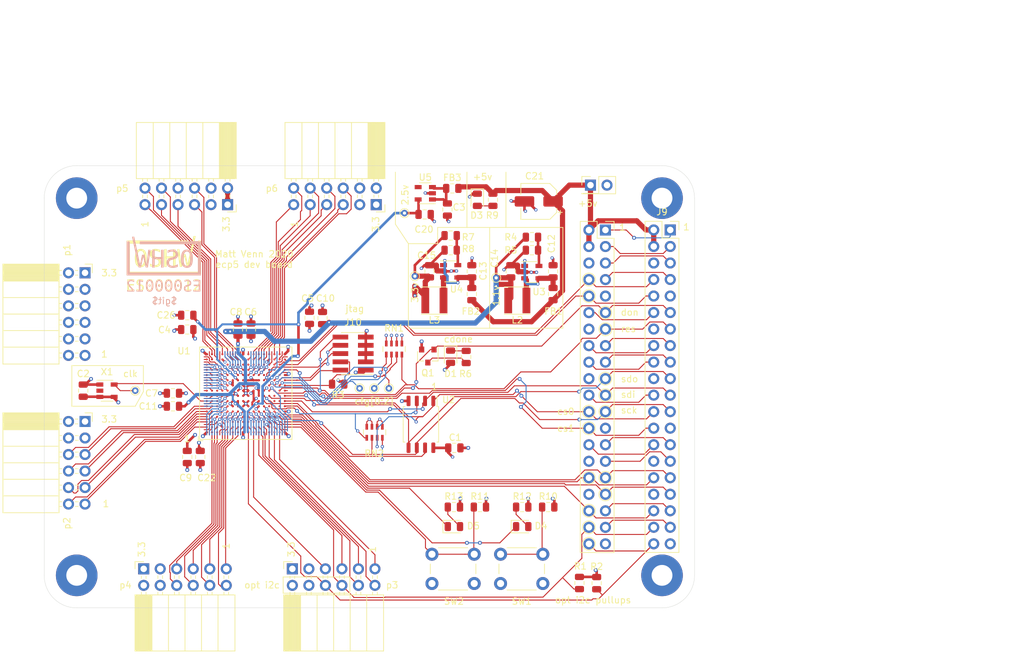
<source format=kicad_pcb>
(kicad_pcb (version 20171130) (host pcbnew 5.1.6-c6e7f7d~87~ubuntu20.04.1)
  (layers (0 F.Cu signal) (1 In1.Cu power hide) (2 In2.Cu power hide) (31 B.Cu signal) (35 F.Paste user) (36 B.SilkS user) (37 F.SilkS user) (38 B.Mask user) (39 F.Mask user) (44 Edge.Cuts user))
  (net 0 "")
  (net 1 GND)
  (net 2 "Net-(D1-Pad1)")
  (net 3 +5V)
  (net 4 "Net-(D3-Pad2)")
  (net 5 "Net-(D4-Pad2)")
  (net 6 "Net-(D5-Pad2)")
  (net 7 +3.3VP)
  (net 8 "Net-(Q1-Pad3)")
  (net 9 /pi_3v3)
  (net 10 /gp2)
  (net 11 /gp3)
  (net 12 /gp4)
  (net 13 /gp18)
  (net 14 /gp22)
  (net 15 /gp23)
  (net 16 /gp24)
  (net 17 /gp25)
  (net 18 /gp0)
  (net 19 /gp1)
  (net 20 /gp5)
  (net 21 /gp19)
  (net 22 /gp26)
  (net 23 /pi_3v3_2)
  (net 24 "Net-(U1-PadB2)")
  (net 25 "Net-(U1-PadF2)")
  (net 26 "Net-(U1-PadG2)")
  (net 27 "Net-(U1-PadH2)")
  (net 28 "Net-(U1-PadJ2)")
  (net 29 "Net-(U1-PadK2)")
  (net 30 "Net-(U1-PadM2)")
  (net 31 "Net-(U1-PadP2)")
  (net 32 "Net-(U1-PadB3)")
  (net 33 "Net-(U1-PadC3)")
  (net 34 "Net-(U1-PadD3)")
  (net 35 "Net-(U1-PadE3)")
  (net 36 "Net-(U1-PadF3)")
  (net 37 "Net-(U1-PadG3)")
  (net 38 "Net-(U1-PadH3)")
  (net 39 "Net-(U1-PadJ3)")
  (net 40 "Net-(U1-PadK3)")
  (net 41 "Net-(U1-PadL3)")
  (net 42 "Net-(U1-PadM3)")
  (net 43 "Net-(U1-PadN3)")
  (net 44 "Net-(U1-PadP3)")
  (net 45 "Net-(U1-PadC4)")
  (net 46 "Net-(U1-PadD4)")
  (net 47 "Net-(U1-PadE4)")
  (net 48 "Net-(U1-PadF4)")
  (net 49 "Net-(U1-PadG4)")
  (net 50 "Net-(U1-PadH4)")
  (net 51 "Net-(U1-PadJ4)")
  (net 52 "Net-(U1-PadK4)")
  (net 53 "Net-(U1-PadL4)")
  (net 54 "Net-(U1-PadM4)")
  (net 55 "Net-(U1-PadN4)")
  (net 56 "Net-(U1-PadP4)")
  (net 57 "Net-(U1-PadC5)")
  (net 58 "Net-(U1-PadD5)")
  (net 59 "Net-(U1-PadE5)")
  (net 60 "Net-(U1-PadF5)")
  (net 61 "Net-(U1-PadG5)")
  (net 62 "Net-(U1-PadH5)")
  (net 63 "Net-(U1-PadJ5)")
  (net 64 "Net-(U1-PadK5)")
  (net 65 "Net-(U1-PadL5)")
  (net 66 "Net-(U1-PadM5)")
  (net 67 "Net-(U1-PadN5)")
  (net 68 "Net-(U1-PadP5)")
  (net 69 "Net-(U1-PadC6)")
  (net 70 "Net-(U1-PadD6)")
  (net 71 "Net-(U1-PadE6)")
  (net 72 "Net-(U1-PadM6)")
  (net 73 "Net-(U1-PadN6)")
  (net 74 "Net-(U1-PadP6)")
  (net 75 "Net-(U1-PadR6)")
  (net 76 "Net-(U1-PadB7)")
  (net 77 "Net-(U1-PadC7)")
  (net 78 "Net-(U1-PadD7)")
  (net 79 "Net-(U1-PadE7)")
  (net 80 "Net-(U1-PadP7)")
  (net 81 "Net-(U1-PadR7)")
  (net 82 "Net-(U1-PadB8)")
  (net 83 "Net-(U1-PadC8)")
  (net 84 "Net-(U1-PadD8)")
  (net 85 "Net-(U1-PadE8)")
  (net 86 "Net-(U1-PadM8)")
  (net 87 "Net-(U1-PadP8)")
  (net 88 "Net-(U1-PadR8)")
  (net 89 "Net-(U1-PadB9)")
  (net 90 "Net-(U1-PadC9)")
  (net 91 "Net-(U1-PadD9)")
  (net 92 "Net-(U1-PadE9)")
  (net 93 "Net-(U1-PadM9)")
  (net 94 "Net-(U1-PadT9)")
  (net 95 "Net-(U1-PadB10)")
  (net 96 "Net-(U1-PadC10)")
  (net 97 "Net-(U1-PadD10)")
  (net 98 "Net-(U1-PadE10)")
  (net 99 "Net-(U1-PadB11)")
  (net 100 "Net-(U1-PadC11)")
  (net 101 "Net-(U1-PadD11)")
  (net 102 "Net-(U1-PadE11)")
  (net 103 "Net-(U1-PadM11)")
  (net 104 "Net-(U1-PadP11)")
  (net 105 "Net-(U1-PadB12)")
  (net 106 "Net-(U1-PadC12)")
  (net 107 "Net-(U1-PadD12)")
  (net 108 "Net-(U1-PadE12)")
  (net 109 "Net-(U1-PadG12)")
  (net 110 "Net-(U1-PadH12)")
  (net 111 "Net-(U1-PadJ12)")
  (net 112 "Net-(U1-PadK12)")
  (net 113 "Net-(U1-PadL12)")
  (net 114 "Net-(U1-PadM12)")
  (net 115 "Net-(U1-PadN12)")
  (net 116 "Net-(U1-PadP12)")
  (net 117 "Net-(U1-PadR12)")
  (net 118 "Net-(U1-PadB13)")
  (net 119 "Net-(U1-PadC13)")
  (net 120 "Net-(U1-PadD13)")
  (net 121 "Net-(U1-PadF13)")
  (net 122 "Net-(U1-PadG13)")
  (net 123 "Net-(U1-PadH13)")
  (net 124 "Net-(U1-PadJ13)")
  (net 125 "Net-(U1-PadK13)")
  (net 126 "Net-(U1-PadL13)")
  (net 127 "Net-(U1-PadM13)")
  (net 128 "Net-(U1-PadN13)")
  (net 129 "Net-(U1-PadP13)")
  (net 130 "Net-(U1-PadR13)")
  (net 131 "Net-(U1-PadB14)")
  (net 132 "Net-(U1-PadC14)")
  (net 133 "Net-(U1-PadD14)")
  (net 134 "Net-(U1-PadE14)")
  (net 135 "Net-(U1-PadF14)")
  (net 136 "Net-(U1-PadG14)")
  (net 137 "Net-(U1-PadH14)")
  (net 138 "Net-(U1-PadJ14)")
  (net 139 "Net-(U1-PadK14)")
  (net 140 "Net-(U1-PadL14)")
  (net 141 "Net-(U1-PadM14)")
  (net 142 "Net-(U1-PadN14)")
  (net 143 "Net-(U1-PadP14)")
  (net 144 "Net-(U1-PadR14)")
  (net 145 "Net-(U1-PadB15)")
  (net 146 "Net-(U1-PadF15)")
  (net 147 "Net-(U1-PadG15)")
  (net 148 "Net-(U1-PadH15)")
  (net 149 "Net-(U1-PadJ15)")
  (net 150 "Net-(U1-PadK15)")
  (net 151 "Net-(U1-PadM15)")
  (net 152 "Net-(U1-PadP15)")
  (net 153 "Net-(U1-PadR15)")
  (net 154 +1V1)
  (net 155 cdone)
  (net 156 creset)
  (net 157 sdo)
  (net 158 sdi)
  (net 159 sd_clk)
  (net 160 sd_cs)
  (net 161 +2V5)
  (net 162 sd_io2)
  (net 163 sd_io3)
  (net 164 /fpga/tdo)
  (net 165 /fpga/tck)
  (net 166 /fpga/tdi)
  (net 167 /fpga/tms)
  (net 168 "Net-(U5-Pad4)")
  (net 169 clk)
  (net 170 p2_7)
  (net 171 p2_1)
  (net 172 p2_8)
  (net 173 p2_2)
  (net 174 p2_9)
  (net 175 p2_3)
  (net 176 p2_10)
  (net 177 p2_4)
  (net 178 p1_4)
  (net 179 p1_10)
  (net 180 p1_3)
  (net 181 p1_9)
  (net 182 p1_2)
  (net 183 p1_8)
  (net 184 p1_1)
  (net 185 p1_7)
  (net 186 p4_7)
  (net 187 p4_1)
  (net 188 p4_8)
  (net 189 p4_2)
  (net 190 p4_9)
  (net 191 p4_3)
  (net 192 p4_10)
  (net 193 p4_4)
  (net 194 p3_9)
  (net 195 p3_10)
  (net 196 p3_4)
  (net 197 p3_3)
  (net 198 p3_2)
  (net 199 p3_8)
  (net 200 p3_1)
  (net 201 p3_7)
  (net 202 p5_4)
  (net 203 p5_10)
  (net 204 p5_3)
  (net 205 p5_9)
  (net 206 p5_2)
  (net 207 p5_8)
  (net 208 p5_1)
  (net 209 p5_7)
  (net 210 p6_7)
  (net 211 p6_1)
  (net 212 p6_8)
  (net 213 p6_2)
  (net 214 p6_9)
  (net 215 p6_3)
  (net 216 p6_10)
  (net 217 p6_4)
  (net 218 led1)
  (net 219 led2)
  (net 220 gp6)
  (net 221 gp12)
  (net 222 gp13)
  (net 223 gp16)
  (net 224 button1)
  (net 225 button2)
  (net 226 ce1)
  (net 227 "Net-(C3-Pad1)")
  (net 228 "Net-(C12-Pad1)")
  (net 229 "Net-(C13-Pad1)")
  (net 230 "Net-(L2-Pad1)")
  (net 231 "Net-(R4-Pad1)")
  (net 232 "Net-(L3-Pad1)")
  (net 233 "Net-(R7-Pad1)")
  (net 234 gp14)
  (net 235 gp15)
  (net 236 /fpga/cfg_0)
  (net 237 /fpga/cfg_2)
  (net 238 /fpga/cfg_1)
  (module Package_BGA:BGA-256_14.0x14.0mm_Layout16x16_P0.8mm_Ball0.45mm_Pad0.32mm_NSMD (layer F.Cu) (at 106 86 90)
    (fp_text reference U1 (at 6.5 -9.5 180) (layer F.SilkS))
    (fp_text value ECP5U_45_CABGA256)
    (pad A1 smd circle (at -6 -6 90) (size 0.32 0.32) (layers F.Cu F.Paste F.Mask) (net 1 GND))
    (pad B1 smd circle (at -6 -5.2 90) (size 0.32 0.32) (layers F.Cu F.Paste F.Mask) (net 192 p4_10))
    (pad C1 smd circle (at -6 -4.4 90) (size 0.32 0.32) (layers F.Cu F.Paste F.Mask) (net 190 p4_9))
    (pad D1 smd circle (at -6 -3.6 90) (size 0.32 0.32) (layers F.Cu F.Paste F.Mask) (net 191 p4_3))
    (pad E1 smd circle (at -6 -2.8 90) (size 0.32 0.32) (layers F.Cu F.Paste F.Mask) (net 189 p4_2))
    (pad F1 smd circle (at -6 -2 90) (size 0.32 0.32) (layers F.Cu F.Paste F.Mask) (net 186 p4_7))
    (pad G1 smd circle (at -6 -1.2 90) (size 0.32 0.32) (layers F.Cu F.Paste F.Mask) (net 187 p4_1))
    (pad H1 smd circle (at -6 -0.4 90) (size 0.32 0.32) (layers F.Cu F.Paste F.Mask) (net 1 GND))
    (pad J1 smd circle (at -6 0.4 90) (size 0.32 0.32) (layers F.Cu F.Paste F.Mask) (net 195 p3_10))
    (pad K1 smd circle (at -6 1.2 90) (size 0.32 0.32) (layers F.Cu F.Paste F.Mask) (net 196 p3_4))
    (pad L1 smd circle (at -6 2 90) (size 0.32 0.32) (layers F.Cu F.Paste F.Mask) (net 194 p3_9))
    (pad M1 smd circle (at -6 2.8 90) (size 0.32 0.32) (layers F.Cu F.Paste F.Mask) (net 199 p3_8))
    (pad N1 smd circle (at -6 3.6 90) (size 0.32 0.32) (layers F.Cu F.Paste F.Mask) (net 198 p3_2))
    (pad P1 smd circle (at -6 4.4 90) (size 0.32 0.32) (layers F.Cu F.Paste F.Mask) (net 201 p3_7))
    (pad R1 smd circle (at -6 5.2 90) (size 0.32 0.32) (layers F.Cu F.Paste F.Mask) (net 200 p3_1))
    (pad T1 smd circle (at -6 6 90) (size 0.32 0.32) (layers F.Cu F.Paste F.Mask) (net 1 GND))
    (pad A2 smd circle (at -5.2 -6 90) (size 0.32 0.32) (layers F.Cu F.Paste F.Mask) (net 171 p2_1))
    (pad B2 smd circle (at -5.2 -5.2 90) (size 0.32 0.32) (layers F.Cu F.Paste F.Mask) (net 24 "Net-(U1-PadB2)"))
    (pad C2 smd circle (at -5.2 -4.4 90) (size 0.32 0.32) (layers F.Cu F.Paste F.Mask) (net 193 p4_4))
    (pad D2 smd circle (at -5.2 -3.6 90) (size 0.32 0.32) (layers F.Cu F.Paste F.Mask) (net 1 GND))
    (pad E2 smd circle (at -5.2 -2.8 90) (size 0.32 0.32) (layers F.Cu F.Paste F.Mask) (net 188 p4_8))
    (pad F2 smd circle (at -5.2 -2 90) (size 0.32 0.32) (layers F.Cu F.Paste F.Mask) (net 25 "Net-(U1-PadF2)"))
    (pad G2 smd circle (at -5.2 -1.2 90) (size 0.32 0.32) (layers F.Cu F.Paste F.Mask) (net 26 "Net-(U1-PadG2)"))
    (pad H2 smd circle (at -5.2 -0.4 90) (size 0.32 0.32) (layers F.Cu F.Paste F.Mask) (net 27 "Net-(U1-PadH2)"))
    (pad J2 smd circle (at -5.2 0.4 90) (size 0.32 0.32) (layers F.Cu F.Paste F.Mask) (net 28 "Net-(U1-PadJ2)"))
    (pad K2 smd circle (at -5.2 1.2 90) (size 0.32 0.32) (layers F.Cu F.Paste F.Mask) (net 29 "Net-(U1-PadK2)"))
    (pad L2 smd circle (at -5.2 2 90) (size 0.32 0.32) (layers F.Cu F.Paste F.Mask) (net 197 p3_3))
    (pad M2 smd circle (at -5.2 2.8 90) (size 0.32 0.32) (layers F.Cu F.Paste F.Mask) (net 30 "Net-(U1-PadM2)"))
    (pad N2 smd circle (at -5.2 3.6 90) (size 0.32 0.32) (layers F.Cu F.Paste F.Mask) (net 1 GND))
    (pad P2 smd circle (at -5.2 4.4 90) (size 0.32 0.32) (layers F.Cu F.Paste F.Mask) (net 31 "Net-(U1-PadP2)"))
    (pad R2 smd circle (at -5.2 5.2 90) (size 0.32 0.32) (layers F.Cu F.Paste F.Mask) (net 224 button1))
    (pad T2 smd circle (at -5.2 6 90) (size 0.32 0.32) (layers F.Cu F.Paste F.Mask) (net 225 button2))
    (pad A3 smd circle (at -4.4 -6 90) (size 0.32 0.32) (layers F.Cu F.Paste F.Mask) (net 170 p2_7))
    (pad B3 smd circle (at -4.4 -5.2 90) (size 0.32 0.32) (layers F.Cu F.Paste F.Mask) (net 32 "Net-(U1-PadB3)"))
    (pad C3 smd circle (at -4.4 -4.4 90) (size 0.32 0.32) (layers F.Cu F.Paste F.Mask) (net 33 "Net-(U1-PadC3)"))
    (pad D3 smd circle (at -4.4 -3.6 90) (size 0.32 0.32) (layers F.Cu F.Paste F.Mask) (net 34 "Net-(U1-PadD3)"))
    (pad E3 smd circle (at -4.4 -2.8 90) (size 0.32 0.32) (layers F.Cu F.Paste F.Mask) (net 35 "Net-(U1-PadE3)"))
    (pad F3 smd circle (at -4.4 -2 90) (size 0.32 0.32) (layers F.Cu F.Paste F.Mask) (net 36 "Net-(U1-PadF3)"))
    (pad G3 smd circle (at -4.4 -1.2 90) (size 0.32 0.32) (layers F.Cu F.Paste F.Mask) (net 37 "Net-(U1-PadG3)"))
    (pad H3 smd circle (at -4.4 -0.4 90) (size 0.32 0.32) (layers F.Cu F.Paste F.Mask) (net 38 "Net-(U1-PadH3)"))
    (pad J3 smd circle (at -4.4 0.4 90) (size 0.32 0.32) (layers F.Cu F.Paste F.Mask) (net 39 "Net-(U1-PadJ3)"))
    (pad K3 smd circle (at -4.4 1.2 90) (size 0.32 0.32) (layers F.Cu F.Paste F.Mask) (net 40 "Net-(U1-PadK3)"))
    (pad L3 smd circle (at -4.4 2 90) (size 0.32 0.32) (layers F.Cu F.Paste F.Mask) (net 41 "Net-(U1-PadL3)"))
    (pad M3 smd circle (at -4.4 2.8 90) (size 0.32 0.32) (layers F.Cu F.Paste F.Mask) (net 42 "Net-(U1-PadM3)"))
    (pad N3 smd circle (at -4.4 3.6 90) (size 0.32 0.32) (layers F.Cu F.Paste F.Mask) (net 43 "Net-(U1-PadN3)"))
    (pad P3 smd circle (at -4.4 4.4 90) (size 0.32 0.32) (layers F.Cu F.Paste F.Mask) (net 44 "Net-(U1-PadP3)"))
    (pad R3 smd circle (at -4.4 5.2 90) (size 0.32 0.32) (layers F.Cu F.Paste F.Mask) (net 218 led1))
    (pad T3 smd circle (at -4.4 6 90) (size 0.32 0.32) (layers F.Cu F.Paste F.Mask) (net 219 led2))
    (pad A4 smd circle (at -3.6 -6 90) (size 0.32 0.32) (layers F.Cu F.Paste F.Mask) (net 172 p2_8))
    (pad B4 smd circle (at -3.6 -5.2 90) (size 0.32 0.32) (layers F.Cu F.Paste F.Mask) (net 173 p2_2))
    (pad C4 smd circle (at -3.6 -4.4 90) (size 0.32 0.32) (layers F.Cu F.Paste F.Mask) (net 45 "Net-(U1-PadC4)"))
    (pad D4 smd circle (at -3.6 -3.6 90) (size 0.32 0.32) (layers F.Cu F.Paste F.Mask) (net 46 "Net-(U1-PadD4)"))
    (pad E4 smd circle (at -3.6 -2.8 90) (size 0.32 0.32) (layers F.Cu F.Paste F.Mask) (net 47 "Net-(U1-PadE4)"))
    (pad F4 smd circle (at -3.6 -2 90) (size 0.32 0.32) (layers F.Cu F.Paste F.Mask) (net 48 "Net-(U1-PadF4)"))
    (pad G4 smd circle (at -3.6 -1.2 90) (size 0.32 0.32) (layers F.Cu F.Paste F.Mask) (net 49 "Net-(U1-PadG4)"))
    (pad H4 smd circle (at -3.6 -0.4 90) (size 0.32 0.32) (layers F.Cu F.Paste F.Mask) (net 50 "Net-(U1-PadH4)"))
    (pad J4 smd circle (at -3.6 0.4 90) (size 0.32 0.32) (layers F.Cu F.Paste F.Mask) (net 51 "Net-(U1-PadJ4)"))
    (pad K4 smd circle (at -3.6 1.2 90) (size 0.32 0.32) (layers F.Cu F.Paste F.Mask) (net 52 "Net-(U1-PadK4)"))
    (pad L4 smd circle (at -3.6 2 90) (size 0.32 0.32) (layers F.Cu F.Paste F.Mask) (net 53 "Net-(U1-PadL4)"))
    (pad M4 smd circle (at -3.6 2.8 90) (size 0.32 0.32) (layers F.Cu F.Paste F.Mask) (net 54 "Net-(U1-PadM4)"))
    (pad N4 smd circle (at -3.6 3.6 90) (size 0.32 0.32) (layers F.Cu F.Paste F.Mask) (net 55 "Net-(U1-PadN4)"))
    (pad P4 smd circle (at -3.6 4.4 90) (size 0.32 0.32) (layers F.Cu F.Paste F.Mask) (net 56 "Net-(U1-PadP4)"))
    (pad R4 smd circle (at -3.6 5.2 90) (size 0.32 0.32) (layers F.Cu F.Paste F.Mask) (net 223 gp16))
    (pad T4 smd circle (at -3.6 6 90) (size 0.32 0.32) (layers F.Cu F.Paste F.Mask) (net 222 gp13))
    (pad A5 smd circle (at -2.8 -6 90) (size 0.32 0.32) (layers F.Cu F.Paste F.Mask) (net 174 p2_9))
    (pad B5 smd circle (at -2.8 -5.2 90) (size 0.32 0.32) (layers F.Cu F.Paste F.Mask) (net 175 p2_3))
    (pad C5 smd circle (at -2.8 -4.4 90) (size 0.32 0.32) (layers F.Cu F.Paste F.Mask) (net 57 "Net-(U1-PadC5)"))
    (pad D5 smd circle (at -2.8 -3.6 90) (size 0.32 0.32) (layers F.Cu F.Paste F.Mask) (net 58 "Net-(U1-PadD5)"))
    (pad E5 smd circle (at -2.8 -2.8 90) (size 0.32 0.32) (layers F.Cu F.Paste F.Mask) (net 59 "Net-(U1-PadE5)"))
    (pad F5 smd circle (at -2.8 -2 90) (size 0.32 0.32) (layers F.Cu F.Paste F.Mask) (net 60 "Net-(U1-PadF5)"))
    (pad G5 smd circle (at -2.8 -1.2 90) (size 0.32 0.32) (layers F.Cu F.Paste F.Mask) (net 61 "Net-(U1-PadG5)"))
    (pad H5 smd circle (at -2.8 -0.4 90) (size 0.32 0.32) (layers F.Cu F.Paste F.Mask) (net 62 "Net-(U1-PadH5)"))
    (pad J5 smd circle (at -2.8 0.4 90) (size 0.32 0.32) (layers F.Cu F.Paste F.Mask) (net 63 "Net-(U1-PadJ5)"))
    (pad K5 smd circle (at -2.8 1.2 90) (size 0.32 0.32) (layers F.Cu F.Paste F.Mask) (net 64 "Net-(U1-PadK5)"))
    (pad L5 smd circle (at -2.8 2 90) (size 0.32 0.32) (layers F.Cu F.Paste F.Mask) (net 65 "Net-(U1-PadL5)"))
    (pad M5 smd circle (at -2.8 2.8 90) (size 0.32 0.32) (layers F.Cu F.Paste F.Mask) (net 66 "Net-(U1-PadM5)"))
    (pad N5 smd circle (at -2.8 3.6 90) (size 0.32 0.32) (layers F.Cu F.Paste F.Mask) (net 67 "Net-(U1-PadN5)"))
    (pad P5 smd circle (at -2.8 4.4 90) (size 0.32 0.32) (layers F.Cu F.Paste F.Mask) (net 68 "Net-(U1-PadP5)"))
    (pad R5 smd circle (at -2.8 5.2 90) (size 0.32 0.32) (layers F.Cu F.Paste F.Mask) (net 221 gp12))
    (pad T5 smd circle (at -2.8 6 90) (size 0.32 0.32) (layers F.Cu F.Paste F.Mask) (net 1 GND))
    (pad A6 smd circle (at -2 -6 90) (size 0.32 0.32) (layers F.Cu F.Paste F.Mask) (net 176 p2_10))
    (pad B6 smd circle (at -2 -5.2 90) (size 0.32 0.32) (layers F.Cu F.Paste F.Mask) (net 177 p2_4))
    (pad C6 smd circle (at -2 -4.4 90) (size 0.32 0.32) (layers F.Cu F.Paste F.Mask) (net 69 "Net-(U1-PadC6)"))
    (pad D6 smd circle (at -2 -3.6 90) (size 0.32 0.32) (layers F.Cu F.Paste F.Mask) (net 70 "Net-(U1-PadD6)"))
    (pad E6 smd circle (at -2 -2.8 90) (size 0.32 0.32) (layers F.Cu F.Paste F.Mask) (net 71 "Net-(U1-PadE6)"))
    (pad F6 smd circle (at -2 -2 90) (size 0.32 0.32) (layers F.Cu F.Paste F.Mask) (net 7 +3.3VP))
    (pad G6 smd circle (at -2 -1.2 90) (size 0.32 0.32) (layers F.Cu F.Paste F.Mask) (net 154 +1V1))
    (pad H6 smd circle (at -2 -0.4 90) (size 0.32 0.32) (layers F.Cu F.Paste F.Mask) (net 7 +3.3VP))
    (pad J6 smd circle (at -2 0.4 90) (size 0.32 0.32) (layers F.Cu F.Paste F.Mask) (net 7 +3.3VP))
    (pad K6 smd circle (at -2 1.2 90) (size 0.32 0.32) (layers F.Cu F.Paste F.Mask) (net 1 GND))
    (pad L6 smd circle (at -2 2 90) (size 0.32 0.32) (layers F.Cu F.Paste F.Mask) (net 7 +3.3VP))
    (pad M6 smd circle (at -2 2.8 90) (size 0.32 0.32) (layers F.Cu F.Paste F.Mask) (net 72 "Net-(U1-PadM6)"))
    (pad N6 smd circle (at -2 3.6 90) (size 0.32 0.32) (layers F.Cu F.Paste F.Mask) (net 73 "Net-(U1-PadN6)"))
    (pad P6 smd circle (at -2 4.4 90) (size 0.32 0.32) (layers F.Cu F.Paste F.Mask) (net 74 "Net-(U1-PadP6)"))
    (pad R6 smd circle (at -2 5.2 90) (size 0.32 0.32) (layers F.Cu F.Paste F.Mask) (net 75 "Net-(U1-PadR6)"))
    (pad T6 smd circle (at -2 6 90) (size 0.32 0.32) (layers F.Cu F.Paste F.Mask) (net 220 gp6))
    (pad A7 smd circle (at -1.2 -6 90) (size 0.32 0.32) (layers F.Cu F.Paste F.Mask) (net 169 clk))
    (pad B7 smd circle (at -1.2 -5.2 90) (size 0.32 0.32) (layers F.Cu F.Paste F.Mask) (net 76 "Net-(U1-PadB7)"))
    (pad C7 smd circle (at -1.2 -4.4 90) (size 0.32 0.32) (layers F.Cu F.Paste F.Mask) (net 77 "Net-(U1-PadC7)"))
    (pad D7 smd circle (at -1.2 -3.6 90) (size 0.32 0.32) (layers F.Cu F.Paste F.Mask) (net 78 "Net-(U1-PadD7)"))
    (pad E7 smd circle (at -1.2 -2.8 90) (size 0.32 0.32) (layers F.Cu F.Paste F.Mask) (net 79 "Net-(U1-PadE7)"))
    (pad F7 smd circle (at -1.2 -2 90) (size 0.32 0.32) (layers F.Cu F.Paste F.Mask) (net 7 +3.3VP))
    (pad G7 smd circle (at -1.2 -1.2 90) (size 0.32 0.32) (layers F.Cu F.Paste F.Mask) (net 154 +1V1))
    (pad H7 smd circle (at -1.2 -0.4 90) (size 0.32 0.32) (layers F.Cu F.Paste F.Mask) (net 7 +3.3VP))
    (pad J7 smd circle (at -1.2 0.4 90) (size 0.32 0.32) (layers F.Cu F.Paste F.Mask) (net 7 +3.3VP))
    (pad K7 smd circle (at -1.2 1.2 90) (size 0.32 0.32) (layers F.Cu F.Paste F.Mask) (net 1 GND))
    (pad L7 smd circle (at -1.2 2 90) (size 0.32 0.32) (layers F.Cu F.Paste F.Mask) (net 161 +2V5))
    (pad M7 smd circle (at -1.2 2.8 90) (size 0.32 0.32) (layers F.Cu F.Paste F.Mask) (net 162 sd_io2))
    (pad N7 smd circle (at -1.2 3.6 90) (size 0.32 0.32) (layers F.Cu F.Paste F.Mask) (net 163 sd_io3))
    (pad P7 smd circle (at -1.2 4.4 90) (size 0.32 0.32) (layers F.Cu F.Paste F.Mask) (net 80 "Net-(U1-PadP7)"))
    (pad R7 smd circle (at -1.2 5.2 90) (size 0.32 0.32) (layers F.Cu F.Paste F.Mask) (net 81 "Net-(U1-PadR7)"))
    (pad T7 smd circle (at -1.2 6 90) (size 0.32 0.32) (layers F.Cu F.Paste F.Mask) (net 158 sdi))
    (pad A8 smd circle (at -0.4 -6 90) (size 0.32 0.32) (layers F.Cu F.Paste F.Mask) (net 184 p1_1))
    (pad B8 smd circle (at -0.4 -5.2 90) (size 0.32 0.32) (layers F.Cu F.Paste F.Mask) (net 82 "Net-(U1-PadB8)"))
    (pad C8 smd circle (at -0.4 -4.4 90) (size 0.32 0.32) (layers F.Cu F.Paste F.Mask) (net 83 "Net-(U1-PadC8)"))
    (pad D8 smd circle (at -0.4 -3.6 90) (size 0.32 0.32) (layers F.Cu F.Paste F.Mask) (net 84 "Net-(U1-PadD8)"))
    (pad E8 smd circle (at -0.4 -2.8 90) (size 0.32 0.32) (layers F.Cu F.Paste F.Mask) (net 85 "Net-(U1-PadE8)"))
    (pad F8 smd circle (at -0.4 -2 90) (size 0.32 0.32) (layers F.Cu F.Paste F.Mask) (net 1 GND))
    (pad G8 smd circle (at -0.4 -1.2 90) (size 0.32 0.32) (layers F.Cu F.Paste F.Mask) (net 1 GND))
    (pad H8 smd circle (at -0.4 -0.4 90) (size 0.32 0.32) (layers F.Cu F.Paste F.Mask) (net 1 GND))
    (pad J8 smd circle (at -0.4 0.4 90) (size 0.32 0.32) (layers F.Cu F.Paste F.Mask) (net 1 GND))
    (pad K8 smd circle (at -0.4 1.2 90) (size 0.32 0.32) (layers F.Cu F.Paste F.Mask) (net 1 GND))
    (pad L8 smd circle (at -0.4 2 90) (size 0.32 0.32) (layers F.Cu F.Paste F.Mask) (net 154 +1V1))
    (pad M8 smd circle (at -0.4 2.8 90) (size 0.32 0.32) (layers F.Cu F.Paste F.Mask) (net 86 "Net-(U1-PadM8)"))
    (pad N8 smd circle (at -0.4 3.6 90) (size 0.32 0.32) (layers F.Cu F.Paste F.Mask) (net 160 sd_cs))
    (pad P8 smd circle (at -0.4 4.4 90) (size 0.32 0.32) (layers F.Cu F.Paste F.Mask) (net 87 "Net-(U1-PadP8)"))
    (pad R8 smd circle (at -0.4 5.2 90) (size 0.32 0.32) (layers F.Cu F.Paste F.Mask) (net 88 "Net-(U1-PadR8)"))
    (pad T8 smd circle (at -0.4 6 90) (size 0.32 0.32) (layers F.Cu F.Paste F.Mask) (net 157 sdo))
    (pad A9 smd circle (at 0.4 -6 90) (size 0.32 0.32) (layers F.Cu F.Paste F.Mask) (net 185 p1_7))
    (pad B9 smd circle (at 0.4 -5.2 90) (size 0.32 0.32) (layers F.Cu F.Paste F.Mask) (net 89 "Net-(U1-PadB9)"))
    (pad C9 smd circle (at 0.4 -4.4 90) (size 0.32 0.32) (layers F.Cu F.Paste F.Mask) (net 90 "Net-(U1-PadC9)"))
    (pad D9 smd circle (at 0.4 -3.6 90) (size 0.32 0.32) (layers F.Cu F.Paste F.Mask) (net 91 "Net-(U1-PadD9)"))
    (pad E9 smd circle (at 0.4 -2.8 90) (size 0.32 0.32) (layers F.Cu F.Paste F.Mask) (net 92 "Net-(U1-PadE9)"))
    (pad F9 smd circle (at 0.4 -2 90) (size 0.32 0.32) (layers F.Cu F.Paste F.Mask) (net 1 GND))
    (pad G9 smd circle (at 0.4 -1.2 90) (size 0.32 0.32) (layers F.Cu F.Paste F.Mask) (net 154 +1V1))
    (pad H9 smd circle (at 0.4 -0.4 90) (size 0.32 0.32) (layers F.Cu F.Paste F.Mask) (net 1 GND))
    (pad J9 smd circle (at 0.4 0.4 90) (size 0.32 0.32) (layers F.Cu F.Paste F.Mask) (net 1 GND))
    (pad K9 smd circle (at 0.4 1.2 90) (size 0.32 0.32) (layers F.Cu F.Paste F.Mask) (net 1 GND))
    (pad L9 smd circle (at 0.4 2 90) (size 0.32 0.32) (layers F.Cu F.Paste F.Mask) (net 154 +1V1))
    (pad M9 smd circle (at 0.4 2.8 90) (size 0.32 0.32) (layers F.Cu F.Paste F.Mask) (net 93 "Net-(U1-PadM9)"))
    (pad N9 smd circle (at 0.4 3.6 90) (size 0.32 0.32) (layers F.Cu F.Paste F.Mask) (net 159 sd_clk))
    (pad P9 smd circle (at 0.4 4.4 90) (size 0.32 0.32) (layers F.Cu F.Paste F.Mask) (net 155 cdone))
    (pad R9 smd circle (at 0.4 5.2 90) (size 0.32 0.32) (layers F.Cu F.Paste F.Mask) (net 156 creset))
    (pad T9 smd circle (at 0.4 6 90) (size 0.32 0.32) (layers F.Cu F.Paste F.Mask) (net 94 "Net-(U1-PadT9)"))
    (pad A10 smd circle (at 1.2 -6 90) (size 0.32 0.32) (layers F.Cu F.Paste F.Mask) (net 182 p1_2))
    (pad B10 smd circle (at 1.2 -5.2 90) (size 0.32 0.32) (layers F.Cu F.Paste F.Mask) (net 95 "Net-(U1-PadB10)"))
    (pad C10 smd circle (at 1.2 -4.4 90) (size 0.32 0.32) (layers F.Cu F.Paste F.Mask) (net 96 "Net-(U1-PadC10)"))
    (pad D10 smd circle (at 1.2 -3.6 90) (size 0.32 0.32) (layers F.Cu F.Paste F.Mask) (net 97 "Net-(U1-PadD10)"))
    (pad E10 smd circle (at 1.2 -2.8 90) (size 0.32 0.32) (layers F.Cu F.Paste F.Mask) (net 98 "Net-(U1-PadE10)"))
    (pad F10 smd circle (at 1.2 -2 90) (size 0.32 0.32) (layers F.Cu F.Paste F.Mask) (net 7 +3.3VP))
    (pad G10 smd circle (at 1.2 -1.2 90) (size 0.32 0.32) (layers F.Cu F.Paste F.Mask) (net 1 GND))
    (pad H10 smd circle (at 1.2 -0.4 90) (size 0.32 0.32) (layers F.Cu F.Paste F.Mask) (net 1 GND))
    (pad J10 smd circle (at 1.2 0.4 90) (size 0.32 0.32) (layers F.Cu F.Paste F.Mask) (net 1 GND))
    (pad K10 smd circle (at 1.2 1.2 90) (size 0.32 0.32) (layers F.Cu F.Paste F.Mask) (net 1 GND))
    (pad L10 smd circle (at 1.2 2 90) (size 0.32 0.32) (layers F.Cu F.Paste F.Mask) (net 154 +1V1))
    (pad M10 smd circle (at 1.2 2.8 90) (size 0.32 0.32) (layers F.Cu F.Paste F.Mask) (net 164 /fpga/tdo))
    (pad N10 smd circle (at 1.2 3.6 90) (size 0.32 0.32) (layers F.Cu F.Paste F.Mask) (net 236 /fpga/cfg_0))
    (pad P10 smd circle (at 1.2 4.4 90) (size 0.32 0.32) (layers F.Cu F.Paste F.Mask) (net 238 /fpga/cfg_1))
    (pad R10 smd circle (at 1.2 5.2 90) (size 0.32 0.32) (layers F.Cu F.Paste F.Mask) (net 237 /fpga/cfg_2))
    (pad T10 smd circle (at 1.2 6 90) (size 0.32 0.32) (layers F.Cu F.Paste F.Mask) (net 165 /fpga/tck))
    (pad A11 smd circle (at 2 -6 90) (size 0.32 0.32) (layers F.Cu F.Paste F.Mask) (net 183 p1_8))
    (pad B11 smd circle (at 2 -5.2 90) (size 0.32 0.32) (layers F.Cu F.Paste F.Mask) (net 99 "Net-(U1-PadB11)"))
    (pad C11 smd circle (at 2 -4.4 90) (size 0.32 0.32) (layers F.Cu F.Paste F.Mask) (net 100 "Net-(U1-PadC11)"))
    (pad D11 smd circle (at 2 -3.6 90) (size 0.32 0.32) (layers F.Cu F.Paste F.Mask) (net 101 "Net-(U1-PadD11)"))
    (pad E11 smd circle (at 2 -2.8 90) (size 0.32 0.32) (layers F.Cu F.Paste F.Mask) (net 102 "Net-(U1-PadE11)"))
    (pad F11 smd circle (at 2 -2 90) (size 0.32 0.32) (layers F.Cu F.Paste F.Mask) (net 7 +3.3VP))
    (pad G11 smd circle (at 2 -1.2 90) (size 0.32 0.32) (layers F.Cu F.Paste F.Mask) (net 161 +2V5))
    (pad H11 smd circle (at 2 -0.4 90) (size 0.32 0.32) (layers F.Cu F.Paste F.Mask) (net 7 +3.3VP))
    (pad J11 smd circle (at 2 0.4 90) (size 0.32 0.32) (layers F.Cu F.Paste F.Mask) (net 7 +3.3VP))
    (pad K11 smd circle (at 2 1.2 90) (size 0.32 0.32) (layers F.Cu F.Paste F.Mask) (net 7 +3.3VP))
    (pad L11 smd circle (at 2 2 90) (size 0.32 0.32) (layers F.Cu F.Paste F.Mask) (net 7 +3.3VP))
    (pad M11 smd circle (at 2 2.8 90) (size 0.32 0.32) (layers F.Cu F.Paste F.Mask) (net 103 "Net-(U1-PadM11)"))
    (pad N11 smd circle (at 2 3.6 90) (size 0.32 0.32) (layers F.Cu F.Paste F.Mask) (net 161 +2V5))
    (pad P11 smd circle (at 2 4.4 90) (size 0.32 0.32) (layers F.Cu F.Paste F.Mask) (net 104 "Net-(U1-PadP11)"))
    (pad R11 smd circle (at 2 5.2 90) (size 0.32 0.32) (layers F.Cu F.Paste F.Mask) (net 166 /fpga/tdi))
    (pad T11 smd circle (at 2 6 90) (size 0.32 0.32) (layers F.Cu F.Paste F.Mask) (net 167 /fpga/tms))
    (pad A12 smd circle (at 2.8 -6 90) (size 0.32 0.32) (layers F.Cu F.Paste F.Mask) (net 180 p1_3))
    (pad B12 smd circle (at 2.8 -5.2 90) (size 0.32 0.32) (layers F.Cu F.Paste F.Mask) (net 105 "Net-(U1-PadB12)"))
    (pad C12 smd circle (at 2.8 -4.4 90) (size 0.32 0.32) (layers F.Cu F.Paste F.Mask) (net 106 "Net-(U1-PadC12)"))
    (pad D12 smd circle (at 2.8 -3.6 90) (size 0.32 0.32) (layers F.Cu F.Paste F.Mask) (net 107 "Net-(U1-PadD12)"))
    (pad E12 smd circle (at 2.8 -2.8 90) (size 0.32 0.32) (layers F.Cu F.Paste F.Mask) (net 108 "Net-(U1-PadE12)"))
    (pad F12 smd circle (at 2.8 -2 90) (size 0.32 0.32) (layers F.Cu F.Paste F.Mask) (net 161 +2V5))
    (pad G12 smd circle (at 2.8 -1.2 90) (size 0.32 0.32) (layers F.Cu F.Paste F.Mask) (net 109 "Net-(U1-PadG12)"))
    (pad H12 smd circle (at 2.8 -0.4 90) (size 0.32 0.32) (layers F.Cu F.Paste F.Mask) (net 110 "Net-(U1-PadH12)"))
    (pad J12 smd circle (at 2.8 0.4 90) (size 0.32 0.32) (layers F.Cu F.Paste F.Mask) (net 111 "Net-(U1-PadJ12)"))
    (pad K12 smd circle (at 2.8 1.2 90) (size 0.32 0.32) (layers F.Cu F.Paste F.Mask) (net 112 "Net-(U1-PadK12)"))
    (pad L12 smd circle (at 2.8 2 90) (size 0.32 0.32) (layers F.Cu F.Paste F.Mask) (net 113 "Net-(U1-PadL12)"))
    (pad M12 smd circle (at 2.8 2.8 90) (size 0.32 0.32) (layers F.Cu F.Paste F.Mask) (net 114 "Net-(U1-PadM12)"))
    (pad N12 smd circle (at 2.8 3.6 90) (size 0.32 0.32) (layers F.Cu F.Paste F.Mask) (net 115 "Net-(U1-PadN12)"))
    (pad P12 smd circle (at 2.8 4.4 90) (size 0.32 0.32) (layers F.Cu F.Paste F.Mask) (net 116 "Net-(U1-PadP12)"))
    (pad R12 smd circle (at 2.8 5.2 90) (size 0.32 0.32) (layers F.Cu F.Paste F.Mask) (net 117 "Net-(U1-PadR12)"))
    (pad T12 smd circle (at 2.8 6 90) (size 0.32 0.32) (layers F.Cu F.Paste F.Mask) (net 1 GND))
    (pad A13 smd circle (at 3.6 -6 90) (size 0.32 0.32) (layers F.Cu F.Paste F.Mask) (net 181 p1_9))
    (pad B13 smd circle (at 3.6 -5.2 90) (size 0.32 0.32) (layers F.Cu F.Paste F.Mask) (net 118 "Net-(U1-PadB13)"))
    (pad C13 smd circle (at 3.6 -4.4 90) (size 0.32 0.32) (layers F.Cu F.Paste F.Mask) (net 119 "Net-(U1-PadC13)"))
    (pad D13 smd circle (at 3.6 -3.6 90) (size 0.32 0.32) (layers F.Cu F.Paste F.Mask) (net 120 "Net-(U1-PadD13)"))
    (pad E13 smd circle (at 3.6 -2.8 90) (size 0.32 0.32) (layers F.Cu F.Paste F.Mask) (net 161 +2V5))
    (pad F13 smd circle (at 3.6 -2 90) (size 0.32 0.32) (layers F.Cu F.Paste F.Mask) (net 121 "Net-(U1-PadF13)"))
    (pad G13 smd circle (at 3.6 -1.2 90) (size 0.32 0.32) (layers F.Cu F.Paste F.Mask) (net 122 "Net-(U1-PadG13)"))
    (pad H13 smd circle (at 3.6 -0.4 90) (size 0.32 0.32) (layers F.Cu F.Paste F.Mask) (net 123 "Net-(U1-PadH13)"))
    (pad J13 smd circle (at 3.6 0.4 90) (size 0.32 0.32) (layers F.Cu F.Paste F.Mask) (net 124 "Net-(U1-PadJ13)"))
    (pad K13 smd circle (at 3.6 1.2 90) (size 0.32 0.32) (layers F.Cu F.Paste F.Mask) (net 125 "Net-(U1-PadK13)"))
    (pad L13 smd circle (at 3.6 2 90) (size 0.32 0.32) (layers F.Cu F.Paste F.Mask) (net 126 "Net-(U1-PadL13)"))
    (pad M13 smd circle (at 3.6 2.8 90) (size 0.32 0.32) (layers F.Cu F.Paste F.Mask) (net 127 "Net-(U1-PadM13)"))
    (pad N13 smd circle (at 3.6 3.6 90) (size 0.32 0.32) (layers F.Cu F.Paste F.Mask) (net 128 "Net-(U1-PadN13)"))
    (pad P13 smd circle (at 3.6 4.4 90) (size 0.32 0.32) (layers F.Cu F.Paste F.Mask) (net 129 "Net-(U1-PadP13)"))
    (pad R13 smd circle (at 3.6 5.2 90) (size 0.32 0.32) (layers F.Cu F.Paste F.Mask) (net 130 "Net-(U1-PadR13)"))
    (pad T13 smd circle (at 3.6 6 90) (size 0.32 0.32) (layers F.Cu F.Paste F.Mask) (net 226 ce1))
    (pad A14 smd circle (at 4.4 -6 90) (size 0.32 0.32) (layers F.Cu F.Paste F.Mask) (net 178 p1_4))
    (pad B14 smd circle (at 4.4 -5.2 90) (size 0.32 0.32) (layers F.Cu F.Paste F.Mask) (net 131 "Net-(U1-PadB14)"))
    (pad C14 smd circle (at 4.4 -4.4 90) (size 0.32 0.32) (layers F.Cu F.Paste F.Mask) (net 132 "Net-(U1-PadC14)"))
    (pad D14 smd circle (at 4.4 -3.6 90) (size 0.32 0.32) (layers F.Cu F.Paste F.Mask) (net 133 "Net-(U1-PadD14)"))
    (pad E14 smd circle (at 4.4 -2.8 90) (size 0.32 0.32) (layers F.Cu F.Paste F.Mask) (net 134 "Net-(U1-PadE14)"))
    (pad F14 smd circle (at 4.4 -2 90) (size 0.32 0.32) (layers F.Cu F.Paste F.Mask) (net 135 "Net-(U1-PadF14)"))
    (pad G14 smd circle (at 4.4 -1.2 90) (size 0.32 0.32) (layers F.Cu F.Paste F.Mask) (net 136 "Net-(U1-PadG14)"))
    (pad H14 smd circle (at 4.4 -0.4 90) (size 0.32 0.32) (layers F.Cu F.Paste F.Mask) (net 137 "Net-(U1-PadH14)"))
    (pad J14 smd circle (at 4.4 0.4 90) (size 0.32 0.32) (layers F.Cu F.Paste F.Mask) (net 138 "Net-(U1-PadJ14)"))
    (pad K14 smd circle (at 4.4 1.2 90) (size 0.32 0.32) (layers F.Cu F.Paste F.Mask) (net 139 "Net-(U1-PadK14)"))
    (pad L14 smd circle (at 4.4 2 90) (size 0.32 0.32) (layers F.Cu F.Paste F.Mask) (net 140 "Net-(U1-PadL14)"))
    (pad M14 smd circle (at 4.4 2.8 90) (size 0.32 0.32) (layers F.Cu F.Paste F.Mask) (net 141 "Net-(U1-PadM14)"))
    (pad N14 smd circle (at 4.4 3.6 90) (size 0.32 0.32) (layers F.Cu F.Paste F.Mask) (net 142 "Net-(U1-PadN14)"))
    (pad P14 smd circle (at 4.4 4.4 90) (size 0.32 0.32) (layers F.Cu F.Paste F.Mask) (net 143 "Net-(U1-PadP14)"))
    (pad R14 smd circle (at 4.4 5.2 90) (size 0.32 0.32) (layers F.Cu F.Paste F.Mask) (net 144 "Net-(U1-PadR14)"))
    (pad T14 smd circle (at 4.4 6 90) (size 0.32 0.32) (layers F.Cu F.Paste F.Mask) (net 235 gp15))
    (pad A15 smd circle (at 5.2 -6 90) (size 0.32 0.32) (layers F.Cu F.Paste F.Mask) (net 179 p1_10))
    (pad B15 smd circle (at 5.2 -5.2 90) (size 0.32 0.32) (layers F.Cu F.Paste F.Mask) (net 145 "Net-(U1-PadB15)"))
    (pad C15 smd circle (at 5.2 -4.4 90) (size 0.32 0.32) (layers F.Cu F.Paste F.Mask) (net 209 p5_7))
    (pad D15 smd circle (at 5.2 -3.6 90) (size 0.32 0.32) (layers F.Cu F.Paste F.Mask) (net 1 GND))
    (pad E15 smd circle (at 5.2 -2.8 90) (size 0.32 0.32) (layers F.Cu F.Paste F.Mask) (net 205 p5_9))
    (pad F15 smd circle (at 5.2 -2 90) (size 0.32 0.32) (layers F.Cu F.Paste F.Mask) (net 146 "Net-(U1-PadF15)"))
    (pad G15 smd circle (at 5.2 -1.2 90) (size 0.32 0.32) (layers F.Cu F.Paste F.Mask) (net 147 "Net-(U1-PadG15)"))
    (pad H15 smd circle (at 5.2 -0.4 90) (size 0.32 0.32) (layers F.Cu F.Paste F.Mask) (net 148 "Net-(U1-PadH15)"))
    (pad J15 smd circle (at 5.2 0.4 90) (size 0.32 0.32) (layers F.Cu F.Paste F.Mask) (net 149 "Net-(U1-PadJ15)"))
    (pad K15 smd circle (at 5.2 1.2 90) (size 0.32 0.32) (layers F.Cu F.Paste F.Mask) (net 150 "Net-(U1-PadK15)"))
    (pad L15 smd circle (at 5.2 2 90) (size 0.32 0.32) (layers F.Cu F.Paste F.Mask) (net 212 p6_8))
    (pad M15 smd circle (at 5.2 2.8 90) (size 0.32 0.32) (layers F.Cu F.Paste F.Mask) (net 151 "Net-(U1-PadM15)"))
    (pad N15 smd circle (at 5.2 3.6 90) (size 0.32 0.32) (layers F.Cu F.Paste F.Mask) (net 1 GND))
    (pad P15 smd circle (at 5.2 4.4 90) (size 0.32 0.32) (layers F.Cu F.Paste F.Mask) (net 152 "Net-(U1-PadP15)"))
    (pad R15 smd circle (at 5.2 5.2 90) (size 0.32 0.32) (layers F.Cu F.Paste F.Mask) (net 153 "Net-(U1-PadR15)"))
    (pad T15 smd circle (at 5.2 6 90) (size 0.32 0.32) (layers F.Cu F.Paste F.Mask) (net 234 gp14))
    (pad A16 smd circle (at 6 -6 90) (size 0.32 0.32) (layers F.Cu F.Paste F.Mask) (net 1 GND))
    (pad B16 smd circle (at 6 -5.2 90) (size 0.32 0.32) (layers F.Cu F.Paste F.Mask) (net 208 p5_1))
    (pad C16 smd circle (at 6 -4.4 90) (size 0.32 0.32) (layers F.Cu F.Paste F.Mask) (net 206 p5_2))
    (pad D16 smd circle (at 6 -3.6 90) (size 0.32 0.32) (layers F.Cu F.Paste F.Mask) (net 207 p5_8))
    (pad E16 smd circle (at 6 -2.8 90) (size 0.32 0.32) (layers F.Cu F.Paste F.Mask) (net 204 p5_3))
    (pad F16 smd circle (at 6 -2 90) (size 0.32 0.32) (layers F.Cu F.Paste F.Mask) (net 202 p5_4))
    (pad G16 smd circle (at 6 -1.2 90) (size 0.32 0.32) (layers F.Cu F.Paste F.Mask) (net 203 p5_10))
    (pad H16 smd circle (at 6 -0.4 90) (size 0.32 0.32) (layers F.Cu F.Paste F.Mask) (net 1 GND))
    (pad J16 smd circle (at 6 0.4 90) (size 0.32 0.32) (layers F.Cu F.Paste F.Mask) (net 211 p6_1))
    (pad K16 smd circle (at 6 1.2 90) (size 0.32 0.32) (layers F.Cu F.Paste F.Mask) (net 210 p6_7))
    (pad L16 smd circle (at 6 2 90) (size 0.32 0.32) (layers F.Cu F.Paste F.Mask) (net 213 p6_2))
    (pad M16 smd circle (at 6 2.8 90) (size 0.32 0.32) (layers F.Cu F.Paste F.Mask) (net 215 p6_3))
    (pad N16 smd circle (at 6 3.6 90) (size 0.32 0.32) (layers F.Cu F.Paste F.Mask) (net 214 p6_9))
    (pad P16 smd circle (at 6 4.4 90) (size 0.32 0.32) (layers F.Cu F.Paste F.Mask) (net 217 p6_4))
    (pad R16 smd circle (at 6 5.2 90) (size 0.32 0.32) (layers F.Cu F.Paste F.Mask) (net 216 p6_10))
    (pad T16 smd circle (at 6 6 90) (size 0.32 0.32) (layers F.Cu F.Paste F.Mask) (net 1 GND))
  )
  (module Inductor_SMD:L_Taiyo-Yuden_NR-40xx (layer F.Cu) (at 135 71.75 180)
    (fp_text reference L3 (at 0 -3 180) (layer F.SilkS))
    (fp_text value 2.2uH)
    (pad 1 smd rect (at -1.4 0 180) (size 1.2 3.9) (layers F.Cu F.Paste F.Mask) (net 232 "Net-(L3-Pad1)"))
    (pad 2 smd rect (at 1.4 0 180) (size 1.2 3.9) (layers F.Cu F.Paste F.Mask) (net 7 +3.3VP))
  )
  (module libs:oshw-logo-small (layer B.Cu) (at 93.4 66.5 180)
    (fp_text reference G*** hide)
    (fp_text value LOGO hide)
  )
  (module libs:oshw-logo-small (layer F.Cu) (at 93.4 66.4)
    (fp_text reference G*** hide)
    (fp_text value LOGO hide)
  )
  (module Connector_PinSocket_2.54mm:PinSocket_2x20_P2.54mm_Vertical (layer F.Cu) (at 171.265 60.89)
    (fp_text reference J9 (at -1.27 -2.77) (layer F.SilkS))
    (fp_text value Conn_02x20_Odd_Even)
    (pad 1 thru_hole rect (at 0 0) (size 1.7 1.7) (drill 1) (layers *.Cu *.Mask) (net 9 /pi_3v3))
    (pad 2 thru_hole oval (at -2.54 0) (size 1.7 1.7) (drill 1) (layers *.Cu *.Mask) (net 3 +5V))
    (pad 3 thru_hole oval (at 0 2.54) (size 1.7 1.7) (drill 1) (layers *.Cu *.Mask) (net 10 /gp2))
    (pad 4 thru_hole oval (at -2.54 2.54) (size 1.7 1.7) (drill 1) (layers *.Cu *.Mask) (net 3 +5V))
    (pad 5 thru_hole oval (at 0 5.08) (size 1.7 1.7) (drill 1) (layers *.Cu *.Mask) (net 11 /gp3))
    (pad 6 thru_hole oval (at -2.54 5.08) (size 1.7 1.7) (drill 1) (layers *.Cu *.Mask) (net 1 GND))
    (pad 7 thru_hole oval (at 0 7.62) (size 1.7 1.7) (drill 1) (layers *.Cu *.Mask) (net 12 /gp4))
    (pad 8 thru_hole oval (at -2.54 7.62) (size 1.7 1.7) (drill 1) (layers *.Cu *.Mask) (net 234 gp14))
    (pad 9 thru_hole oval (at 0 10.16) (size 1.7 1.7) (drill 1) (layers *.Cu *.Mask) (net 1 GND))
    (pad 10 thru_hole oval (at -2.54 10.16) (size 1.7 1.7) (drill 1) (layers *.Cu *.Mask) (net 235 gp15))
    (pad 11 thru_hole oval (at 0 12.7) (size 1.7 1.7) (drill 1) (layers *.Cu *.Mask) (net 155 cdone))
    (pad 12 thru_hole oval (at -2.54 12.7) (size 1.7 1.7) (drill 1) (layers *.Cu *.Mask) (net 13 /gp18))
    (pad 13 thru_hole oval (at 0 15.24) (size 1.7 1.7) (drill 1) (layers *.Cu *.Mask) (net 156 creset))
    (pad 14 thru_hole oval (at -2.54 15.24) (size 1.7 1.7) (drill 1) (layers *.Cu *.Mask) (net 1 GND))
    (pad 15 thru_hole oval (at 0 17.78) (size 1.7 1.7) (drill 1) (layers *.Cu *.Mask) (net 14 /gp22))
    (pad 16 thru_hole oval (at -2.54 17.78) (size 1.7 1.7) (drill 1) (layers *.Cu *.Mask) (net 15 /gp23))
    (pad 17 thru_hole oval (at 0 20.32) (size 1.7 1.7) (drill 1) (layers *.Cu *.Mask) (net 23 /pi_3v3_2))
    (pad 18 thru_hole oval (at -2.54 20.32) (size 1.7 1.7) (drill 1) (layers *.Cu *.Mask) (net 16 /gp24))
    (pad 19 thru_hole oval (at 0 22.86) (size 1.7 1.7) (drill 1) (layers *.Cu *.Mask) (net 157 sdo))
    (pad 20 thru_hole oval (at -2.54 22.86) (size 1.7 1.7) (drill 1) (layers *.Cu *.Mask) (net 1 GND))
    (pad 21 thru_hole oval (at 0 25.4) (size 1.7 1.7) (drill 1) (layers *.Cu *.Mask) (net 158 sdi))
    (pad 22 thru_hole oval (at -2.54 25.4) (size 1.7 1.7) (drill 1) (layers *.Cu *.Mask) (net 17 /gp25))
    (pad 23 thru_hole oval (at 0 27.94) (size 1.7 1.7) (drill 1) (layers *.Cu *.Mask) (net 159 sd_clk))
    (pad 24 thru_hole oval (at -2.54 27.94) (size 1.7 1.7) (drill 1) (layers *.Cu *.Mask) (net 160 sd_cs))
    (pad 25 thru_hole oval (at 0 30.48) (size 1.7 1.7) (drill 1) (layers *.Cu *.Mask) (net 1 GND))
    (pad 26 thru_hole oval (at -2.54 30.48) (size 1.7 1.7) (drill 1) (layers *.Cu *.Mask) (net 226 ce1))
    (pad 27 thru_hole oval (at 0 33.02) (size 1.7 1.7) (drill 1) (layers *.Cu *.Mask) (net 18 /gp0))
    (pad 28 thru_hole oval (at -2.54 33.02) (size 1.7 1.7) (drill 1) (layers *.Cu *.Mask) (net 19 /gp1))
    (pad 29 thru_hole oval (at 0 35.56) (size 1.7 1.7) (drill 1) (layers *.Cu *.Mask) (net 20 /gp5))
    (pad 30 thru_hole oval (at -2.54 35.56) (size 1.7 1.7) (drill 1) (layers *.Cu *.Mask) (net 1 GND))
    (pad 31 thru_hole oval (at 0 38.1) (size 1.7 1.7) (drill 1) (layers *.Cu *.Mask) (net 220 gp6))
    (pad 32 thru_hole oval (at -2.54 38.1) (size 1.7 1.7) (drill 1) (layers *.Cu *.Mask) (net 221 gp12))
    (pad 33 thru_hole oval (at 0 40.64) (size 1.7 1.7) (drill 1) (layers *.Cu *.Mask) (net 222 gp13))
    (pad 34 thru_hole oval (at -2.54 40.64) (size 1.7 1.7) (drill 1) (layers *.Cu *.Mask) (net 1 GND))
    (pad 35 thru_hole oval (at 0 43.18) (size 1.7 1.7) (drill 1) (layers *.Cu *.Mask) (net 21 /gp19))
    (pad 36 thru_hole oval (at -2.54 43.18) (size 1.7 1.7) (drill 1) (layers *.Cu *.Mask) (net 223 gp16))
    (pad 37 thru_hole oval (at 0 45.72) (size 1.7 1.7) (drill 1) (layers *.Cu *.Mask) (net 22 /gp26))
    (pad 38 thru_hole oval (at -2.54 45.72) (size 1.7 1.7) (drill 1) (layers *.Cu *.Mask) (net 194 p3_9))
    (pad 39 thru_hole oval (at 0 48.26) (size 1.7 1.7) (drill 1) (layers *.Cu *.Mask) (net 1 GND))
    (pad 40 thru_hole oval (at -2.54 48.26) (size 1.7 1.7) (drill 1) (layers *.Cu *.Mask) (net 195 p3_10))
  )
  (module MountingHole:MountingHole_3.2mm_M3_Pad (layer F.Cu) (at 170 114)
    (fp_text reference H4 hide)
    (fp_text value MountingHole_Pad)
    (pad 1 thru_hole circle (at 0 0) (size 6.4 6.4) (drill 3.2) (layers *.Cu *.Mask) (net 1 GND))
  )
  (module Resistor_SMD:R_0805_2012Metric (layer F.Cu) (at 137.5 64)
    (fp_text reference R8 (at 2.7 -0.2) (layer F.SilkS))
    (fp_text value 15k)
    (pad 1 smd roundrect (at -0.9375 0) (size 0.975 1.4) (layers F.Cu F.Paste F.Mask) (net 1 GND))
    (pad 2 smd roundrect (at 0.9375 0) (size 0.975 1.4) (layers F.Cu F.Paste F.Mask) (net 233 "Net-(R7-Pad1)"))
  )
  (module Capacitor_SMD:C_0805_2012Metric (layer F.Cu) (at 146.75 67.25 90)
    (fp_text reference C14 (at 2 -2.5 270) (layer F.SilkS))
    (fp_text value 22u)
    (pad 1 smd roundrect (at -0.9375 0 90) (size 0.975 1.4) (layers F.Cu F.Paste F.Mask) (net 154 +1V1))
    (pad 2 smd roundrect (at 0.9375 0 90) (size 0.975 1.4) (layers F.Cu F.Paste F.Mask) (net 1 GND))
  )
  (module Inductor_SMD:L_0805_2012Metric (layer F.Cu) (at 140.75 70.75 270)
    (fp_text reference FB2 (at 2.65 0.15 180) (layer F.SilkS))
    (fp_text value Ferrite_Bead_Small)
    (pad 1 smd roundrect (at -0.9375 0 270) (size 0.975 1.4) (layers F.Cu F.Paste F.Mask) (net 229 "Net-(C13-Pad1)"))
    (pad 2 smd roundrect (at 0.9375 0 270) (size 0.975 1.4) (layers F.Cu F.Paste F.Mask) (net 3 +5V))
  )
  (module Capacitor_SMD:C_0805_2012Metric (layer F.Cu) (at 140.75 67.25 90)
    (fp_text reference C13 (at 0.05 1.75 270) (layer F.SilkS))
    (fp_text value 4.7u)
    (pad 2 smd roundrect (at 0.9375 0 90) (size 0.975 1.4) (layers F.Cu F.Paste F.Mask) (net 1 GND))
    (pad 1 smd roundrect (at -0.9375 0 90) (size 0.975 1.4) (layers F.Cu F.Paste F.Mask) (net 229 "Net-(C13-Pad1)"))
  )
  (module Inductor_SMD:L_0805_2012Metric (layer F.Cu) (at 153.25 70.75 270)
    (fp_text reference FB1 (at 2.65 -0.05 180) (layer F.SilkS))
    (fp_text value Ferrite_Bead_Small)
    (pad 1 smd roundrect (at -0.9375 0 270) (size 0.975 1.4) (layers F.Cu F.Paste F.Mask) (net 228 "Net-(C12-Pad1)"))
    (pad 2 smd roundrect (at 0.9375 0 270) (size 0.975 1.4) (layers F.Cu F.Paste F.Mask) (net 3 +5V))
  )
  (module TestPoint:TestPoint_THTPad_D1.0mm_Drill0.5mm (layer F.Cu) (at 144.5 68.25 270)
    (fp_text reference TP6 hide)
    (fp_text value 1.1v)
    (pad 1 thru_hole circle (at 0 0 270) (size 1 1) (drill 0.5) (layers *.Cu *.Mask) (net 154 +1V1))
  )
  (module Resistor_SMD:R_0805_2012Metric (layer F.Cu) (at 137.5 61.75 180)
    (fp_text reference R7 (at -2.7 -0.25) (layer F.SilkS))
    (fp_text value 68k)
    (pad 2 smd roundrect (at 0.9375 0 180) (size 0.975 1.4) (layers F.Cu F.Paste F.Mask) (net 7 +3.3VP))
    (pad 1 smd roundrect (at -0.9375 0 180) (size 0.975 1.4) (layers F.Cu F.Paste F.Mask) (net 233 "Net-(R7-Pad1)"))
  )
  (module Resistor_SMD:R_0805_2012Metric (layer F.Cu) (at 150 62 180)
    (fp_text reference R4 (at 3.25 0) (layer F.SilkS))
    (fp_text value 100k)
    (pad 2 smd roundrect (at 0.9375 0 180) (size 0.975 1.4) (layers F.Cu F.Paste F.Mask) (net 154 +1V1))
    (pad 1 smd roundrect (at -0.9375 0 180) (size 0.975 1.4) (layers F.Cu F.Paste F.Mask) (net 231 "Net-(R4-Pad1)"))
  )
  (module Package_TO_SOT_SMD:SOT-23-5 (layer F.Cu) (at 137.5 67.25)
    (fp_text reference U4 (at 0.9 2.75) (layer F.SilkS))
    (fp_text value TLV62568DBV)
    (pad 1 smd rect (at -1.1 -0.95) (size 1.06 0.65) (layers F.Cu F.Paste F.Mask) (net 229 "Net-(C13-Pad1)"))
    (pad 2 smd rect (at -1.1 0) (size 1.06 0.65) (layers F.Cu F.Paste F.Mask) (net 1 GND))
    (pad 3 smd rect (at -1.1 0.95) (size 1.06 0.65) (layers F.Cu F.Paste F.Mask) (net 232 "Net-(L3-Pad1)"))
    (pad 4 smd rect (at 1.1 0.95) (size 1.06 0.65) (layers F.Cu F.Paste F.Mask) (net 229 "Net-(C13-Pad1)"))
    (pad 5 smd rect (at 1.1 -0.95) (size 1.06 0.65) (layers F.Cu F.Paste F.Mask) (net 233 "Net-(R7-Pad1)"))
  )
  (module Inductor_SMD:L_Taiyo-Yuden_NR-40xx (layer F.Cu) (at 147.75 71.75 180)
    (fp_text reference L2 (at 0 -3) (layer F.SilkS))
    (fp_text value 2.2uH)
    (pad 1 smd rect (at -1.4 0 180) (size 1.2 3.9) (layers F.Cu F.Paste F.Mask) (net 230 "Net-(L2-Pad1)"))
    (pad 2 smd rect (at 1.4 0 180) (size 1.2 3.9) (layers F.Cu F.Paste F.Mask) (net 154 +1V1))
  )
  (module Capacitor_SMD:C_0805_2012Metric (layer F.Cu) (at 153.25 67.25 90)
    (fp_text reference C12 (at 4.25 -0.25 270) (layer F.SilkS))
    (fp_text value 4.7u)
    (pad 2 smd roundrect (at 0.9375 0 90) (size 0.975 1.4) (layers F.Cu F.Paste F.Mask) (net 1 GND))
    (pad 1 smd roundrect (at -0.9375 0 90) (size 0.975 1.4) (layers F.Cu F.Paste F.Mask) (net 228 "Net-(C12-Pad1)"))
  )
  (module Capacitor_SMD:C_0805_2012Metric (layer F.Cu) (at 134.25 67.25 90)
    (fp_text reference C15 (at 2.45 -0.45 180) (layer F.SilkS))
    (fp_text value 10u)
    (pad 1 smd roundrect (at -0.9375 0 90) (size 0.975 1.4) (layers F.Cu F.Paste F.Mask) (net 7 +3.3VP))
    (pad 2 smd roundrect (at 0.9375 0 90) (size 0.975 1.4) (layers F.Cu F.Paste F.Mask) (net 1 GND))
  )
  (module Resistor_SMD:R_0805_2012Metric (layer F.Cu) (at 150 64)
    (fp_text reference R5 (at -3.25 0) (layer F.SilkS))
    (fp_text value 120k)
    (pad 1 smd roundrect (at -0.9375 0) (size 0.975 1.4) (layers F.Cu F.Paste F.Mask) (net 1 GND))
    (pad 2 smd roundrect (at 0.9375 0) (size 0.975 1.4) (layers F.Cu F.Paste F.Mask) (net 231 "Net-(R4-Pad1)"))
  )
  (module TestPoint:TestPoint_THTPad_D1.0mm_Drill0.5mm (layer F.Cu) (at 132 68 180)
    (fp_text reference TP1 hide)
    (fp_text value 3.3v)
    (pad 1 thru_hole circle (at 0 0 180) (size 1 1) (drill 0.5) (layers *.Cu *.Mask) (net 7 +3.3VP))
  )
  (module Package_TO_SOT_SMD:SOT-23-5 (layer F.Cu) (at 149.974999 67.374999)
    (fp_text reference U3 (at 1.125001 3.025001) (layer F.SilkS))
    (fp_text value TLV62568DBV)
    (pad 1 smd rect (at -1.1 -0.95) (size 1.06 0.65) (layers F.Cu F.Paste F.Mask) (net 228 "Net-(C12-Pad1)"))
    (pad 2 smd rect (at -1.1 0) (size 1.06 0.65) (layers F.Cu F.Paste F.Mask) (net 1 GND))
    (pad 3 smd rect (at -1.1 0.95) (size 1.06 0.65) (layers F.Cu F.Paste F.Mask) (net 230 "Net-(L2-Pad1)"))
    (pad 4 smd rect (at 1.1 0.95) (size 1.06 0.65) (layers F.Cu F.Paste F.Mask) (net 228 "Net-(C12-Pad1)"))
    (pad 5 smd rect (at 1.1 -0.95) (size 1.06 0.65) (layers F.Cu F.Paste F.Mask) (net 231 "Net-(R4-Pad1)"))
  )
  (module Capacitor_SMD:C_0805_2012Metric (layer F.Cu) (at 94.8 86 180)
    (fp_text reference C7 (at 3.3 0) (layer F.SilkS))
    (fp_text value 10u)
    (pad 2 smd roundrect (at 0.9375 0 180) (size 0.975 1.4) (layers F.Cu F.Paste F.Mask) (net 1 GND))
    (pad 1 smd roundrect (at -0.9375 0 180) (size 0.975 1.4) (layers F.Cu F.Paste F.Mask) (net 7 +3.3VP))
  )
  (module Capacitor_SMD:C_0805_2012Metric (layer F.Cu) (at 106.8 76.2 90)
    (fp_text reference C6 (at 2.7 -0.05 180) (layer F.SilkS))
    (fp_text value 100n)
    (pad 1 smd roundrect (at -0.9375 0 90) (size 0.975 1.4) (layers F.Cu F.Paste F.Mask) (net 7 +3.3VP))
    (pad 2 smd roundrect (at 0.9375 0 90) (size 0.975 1.4) (layers F.Cu F.Paste F.Mask) (net 1 GND))
  )
  (module Capacitor_SMD:C_0805_2012Metric (layer F.Cu) (at 138.0625 94.4)
    (fp_text reference C1 (at 0.1375 -1.6) (layer F.SilkS))
    (fp_text value 100n)
    (pad 2 smd roundrect (at 0.9375 0) (size 0.975 1.4) (layers F.Cu F.Paste F.Mask) (net 1 GND))
    (pad 1 smd roundrect (at -0.9375 0) (size 0.975 1.4) (layers F.Cu F.Paste F.Mask) (net 7 +3.3VP))
  )
  (module Capacitor_SMD:C_0805_2012Metric (layer F.Cu) (at 81 85.6 90)
    (fp_text reference C2 (at 2.6 0 180) (layer F.SilkS))
    (fp_text value 100n)
    (pad 1 smd roundrect (at -0.9375 0 90) (size 0.975 1.4) (layers F.Cu F.Paste F.Mask) (net 7 +3.3VP))
    (pad 2 smd roundrect (at 0.9375 0 90) (size 0.975 1.4) (layers F.Cu F.Paste F.Mask) (net 1 GND))
  )
  (module Capacitor_SMD:C_0805_2012Metric (layer F.Cu) (at 97 76.2 180)
    (fp_text reference C4 (at 3.5 -0.05) (layer F.SilkS))
    (fp_text value 100n)
    (pad 1 smd roundrect (at -0.9375 0 180) (size 0.975 1.4) (layers F.Cu F.Paste F.Mask) (net 7 +3.3VP))
    (pad 2 smd roundrect (at 0.9375 0 180) (size 0.975 1.4) (layers F.Cu F.Paste F.Mask) (net 1 GND))
  )
  (module Capacitor_SMD:C_0805_2012Metric (layer F.Cu) (at 115.8 74.4 90)
    (fp_text reference C5 (at 3 -0.3 180) (layer F.SilkS))
    (fp_text value 100n)
    (pad 2 smd roundrect (at 0.9375 0 90) (size 0.975 1.4) (layers F.Cu F.Paste F.Mask) (net 1 GND))
    (pad 1 smd roundrect (at -0.9375 0 90) (size 0.975 1.4) (layers F.Cu F.Paste F.Mask) (net 7 +3.3VP))
  )
  (module Capacitor_SMD:C_0805_2012Metric (layer F.Cu) (at 104.8 76.2 90)
    (fp_text reference C8 (at 2.7 -0.3 180) (layer F.SilkS))
    (fp_text value 100n)
    (pad 2 smd roundrect (at 0.9375 0 90) (size 0.975 1.4) (layers F.Cu F.Paste F.Mask) (net 1 GND))
    (pad 1 smd roundrect (at -0.9375 0 90) (size 0.975 1.4) (layers F.Cu F.Paste F.Mask) (net 154 +1V1))
  )
  (module Capacitor_SMD:C_0805_2012Metric (layer F.Cu) (at 117.8 74.4375 90)
    (fp_text reference C10 (at 3.0375 0.45 180) (layer F.SilkS))
    (fp_text value 100n)
    (pad 2 smd roundrect (at 0.9375 0 90) (size 0.975 1.4) (layers F.Cu F.Paste F.Mask) (net 1 GND))
    (pad 1 smd roundrect (at -0.9375 0 90) (size 0.975 1.4) (layers F.Cu F.Paste F.Mask) (net 154 +1V1))
  )
  (module Capacitor_SMD:C_0805_2012Metric (layer F.Cu) (at 94.8 88 180)
    (fp_text reference C11 (at 3.8 0) (layer F.SilkS))
    (fp_text value 10u)
    (pad 1 smd roundrect (at -0.9375 0 180) (size 0.975 1.4) (layers F.Cu F.Paste F.Mask) (net 154 +1V1))
    (pad 2 smd roundrect (at 0.9375 0 180) (size 0.975 1.4) (layers F.Cu F.Paste F.Mask) (net 1 GND))
  )
  (module LED_SMD:LED_0805_2012Metric (layer F.Cu) (at 137.49 80.38 270)
    (fp_text reference D1 (at 2.6 0 180) (layer F.SilkS))
    (fp_text value LED)
    (pad 1 smd roundrect (at -0.9375 0 270) (size 0.975 1.4) (layers F.Cu F.Paste F.Mask) (net 2 "Net-(D1-Pad1)"))
    (pad 2 smd roundrect (at 0.9375 0 270) (size 0.975 1.4) (layers F.Cu F.Paste F.Mask) (net 7 +3.3VP))
  )
  (module Resistor_SMD:R_0805_2012Metric (layer F.Cu) (at 139.89 80.4175 270)
    (fp_text reference R6 (at 2.6 0.1 180) (layer F.SilkS))
    (fp_text value 200R)
    (pad 1 smd roundrect (at -0.9375 0 270) (size 0.975 1.4) (layers F.Cu F.Paste F.Mask) (net 2 "Net-(D1-Pad1)"))
    (pad 2 smd roundrect (at 0.9375 0 270) (size 0.975 1.4) (layers F.Cu F.Paste F.Mask) (net 8 "Net-(Q1-Pad3)"))
  )
  (module Package_SO:SOIC-8_5.23x5.23mm_P1.27mm (layer F.Cu) (at 132.93 90.78 270)
    (fp_text reference U2 (at -3.78 -4.27 180) (layer F.SilkS))
    (fp_text value IS25LP016D-JBLE)
    (pad 1 smd roundrect (at -3.6 -1.905 270) (size 1.6 0.6) (layers F.Cu F.Paste F.Mask) (net 160 sd_cs))
    (pad 2 smd roundrect (at -3.6 -0.635 270) (size 1.6 0.6) (layers F.Cu F.Paste F.Mask) (net 158 sdi))
    (pad 3 smd roundrect (at -3.6 0.635 270) (size 1.6 0.6) (layers F.Cu F.Paste F.Mask) (net 162 sd_io2))
    (pad 4 smd roundrect (at -3.6 1.905 270) (size 1.6 0.6) (layers F.Cu F.Paste F.Mask) (net 1 GND))
    (pad 5 smd roundrect (at 3.6 1.905 270) (size 1.6 0.6) (layers F.Cu F.Paste F.Mask) (net 157 sdo))
    (pad 6 smd roundrect (at 3.6 0.635 270) (size 1.6 0.6) (layers F.Cu F.Paste F.Mask) (net 159 sd_clk))
    (pad 7 smd roundrect (at 3.6 -0.635 270) (size 1.6 0.6) (layers F.Cu F.Paste F.Mask) (net 163 sd_io3))
    (pad 8 smd roundrect (at 3.6 -1.905 270) (size 1.6 0.6) (layers F.Cu F.Paste F.Mask) (net 7 +3.3VP))
  )
  (module LED_SMD:LED_0805_2012Metric (layer F.Cu) (at 141.6 56.25 270)
    (fp_text reference D3 (at 2.4 0.1 180) (layer F.SilkS))
    (fp_text value LED)
    (pad 1 smd roundrect (at -0.9375 0 270) (size 0.975 1.4) (layers F.Cu F.Paste F.Mask) (net 1 GND))
    (pad 2 smd roundrect (at 0.9375 0 270) (size 0.975 1.4) (layers F.Cu F.Paste F.Mask) (net 4 "Net-(D3-Pad2)"))
  )
  (module LED_SMD:LED_0805_2012Metric (layer F.Cu) (at 148.5 106.5)
    (fp_text reference D4 (at 2.9 -0.1) (layer F.SilkS))
    (fp_text value LED)
    (pad 1 smd roundrect (at -0.9375 0) (size 0.975 1.4) (layers F.Cu F.Paste F.Mask) (net 218 led1))
    (pad 2 smd roundrect (at 0.9375 0) (size 0.975 1.4) (layers F.Cu F.Paste F.Mask) (net 5 "Net-(D4-Pad2)"))
  )
  (module LED_SMD:LED_0805_2012Metric (layer F.Cu) (at 138 106.5)
    (fp_text reference D5 (at 3 -0.1) (layer F.SilkS))
    (fp_text value LED)
    (pad 2 smd roundrect (at 0.9375 0) (size 0.975 1.4) (layers F.Cu F.Paste F.Mask) (net 6 "Net-(D5-Pad2)"))
    (pad 1 smd roundrect (at -0.9375 0) (size 0.975 1.4) (layers F.Cu F.Paste F.Mask) (net 219 led2))
  )
  (module Connector_PinHeader_2.54mm:PinHeader_2x01_P2.54mm_Vertical (layer F.Cu) (at 159 54)
    (fp_text reference J1 hide)
    (fp_text value Conn_01x02)
    (pad 1 thru_hole rect (at 0 0) (size 1.7 1.7) (drill 1) (layers *.Cu *.Mask) (net 3 +5V))
    (pad 2 thru_hole oval (at 2.54 0) (size 1.7 1.7) (drill 1) (layers *.Cu *.Mask) (net 1 GND))
  )
  (module Resistor_SMD:R_0805_2012Metric (layer F.Cu) (at 144 56.25 90)
    (fp_text reference R9 (at -2.4 -0.1 180) (layer F.SilkS))
    (fp_text value 200R)
    (pad 1 smd roundrect (at -0.9375 0 90) (size 0.975 1.4) (layers F.Cu F.Paste F.Mask) (net 4 "Net-(D3-Pad2)"))
    (pad 2 smd roundrect (at 0.9375 0 90) (size 0.975 1.4) (layers F.Cu F.Paste F.Mask) (net 3 +5V))
  )
  (module Resistor_SMD:R_0805_2012Metric (layer F.Cu) (at 152.5 103.5)
    (fp_text reference R10 (at 0 -1.65) (layer F.SilkS))
    (fp_text value 10k)
    (pad 2 smd roundrect (at 0.9375 0) (size 0.975 1.4) (layers F.Cu F.Paste F.Mask) (net 7 +3.3VP))
    (pad 1 smd roundrect (at -0.9375 0) (size 0.975 1.4) (layers F.Cu F.Paste F.Mask) (net 224 button1))
  )
  (module Resistor_SMD:R_0805_2012Metric (layer F.Cu) (at 142 103.5)
    (fp_text reference R11 (at 0 -1.65) (layer F.SilkS))
    (fp_text value 10k)
    (pad 1 smd roundrect (at -0.9375 0) (size 0.975 1.4) (layers F.Cu F.Paste F.Mask) (net 225 button2))
    (pad 2 smd roundrect (at 0.9375 0) (size 0.975 1.4) (layers F.Cu F.Paste F.Mask) (net 7 +3.3VP))
  )
  (module Resistor_SMD:R_0805_2012Metric (layer F.Cu) (at 148.5 103.5)
    (fp_text reference R12 (at 0 -1.65) (layer F.SilkS))
    (fp_text value 200R)
    (pad 2 smd roundrect (at 0.9375 0) (size 0.975 1.4) (layers F.Cu F.Paste F.Mask) (net 7 +3.3VP))
    (pad 1 smd roundrect (at -0.9375 0) (size 0.975 1.4) (layers F.Cu F.Paste F.Mask) (net 5 "Net-(D4-Pad2)"))
  )
  (module Resistor_SMD:R_0805_2012Metric (layer F.Cu) (at 138 103.5)
    (fp_text reference R13 (at 0 -1.65) (layer F.SilkS))
    (fp_text value 200R)
    (pad 1 smd roundrect (at -0.9375 0) (size 0.975 1.4) (layers F.Cu F.Paste F.Mask) (net 6 "Net-(D5-Pad2)"))
    (pad 2 smd roundrect (at 0.9375 0) (size 0.975 1.4) (layers F.Cu F.Paste F.Mask) (net 7 +3.3VP))
  )
  (module Button_Switch_THT:SW_PUSH_6mm (layer F.Cu) (at 145.175001 110.755001)
    (fp_text reference SW1 (at 3.25 7.244999) (layer F.SilkS))
    (fp_text value SW_Push)
    (pad 1 thru_hole circle (at 6.5 0 90) (size 2 2) (drill 1.1) (layers *.Cu *.Mask) (net 224 button1))
    (pad 2 thru_hole circle (at 6.5 4.5 90) (size 2 2) (drill 1.1) (layers *.Cu *.Mask) (net 1 GND))
    (pad 1 thru_hole circle (at 0 0 90) (size 2 2) (drill 1.1) (layers *.Cu *.Mask) (net 224 button1))
    (pad 2 thru_hole circle (at 0 4.5 90) (size 2 2) (drill 1.1) (layers *.Cu *.Mask) (net 1 GND))
  )
  (module Button_Switch_THT:SW_PUSH_6mm (layer F.Cu) (at 134.625001 110.755001)
    (fp_text reference SW2 (at 3.374999 7.244999) (layer F.SilkS))
    (fp_text value SW_Push)
    (pad 2 thru_hole circle (at 0 4.5 90) (size 2 2) (drill 1.1) (layers *.Cu *.Mask) (net 1 GND))
    (pad 1 thru_hole circle (at 0 0 90) (size 2 2) (drill 1.1) (layers *.Cu *.Mask) (net 225 button2))
    (pad 2 thru_hole circle (at 6.5 4.5 90) (size 2 2) (drill 1.1) (layers *.Cu *.Mask) (net 1 GND))
    (pad 1 thru_hole circle (at 6.5 0 90) (size 2 2) (drill 1.1) (layers *.Cu *.Mask) (net 225 button2))
  )
  (module MountingHole:MountingHole_3.2mm_M3_Pad (layer F.Cu) (at 80 56)
    (fp_text reference H2 hide)
    (fp_text value MountingHole_Pad)
    (pad 1 thru_hole circle (at 0 0) (size 6.4 6.4) (drill 3.2) (layers *.Cu *.Mask) (net 1 GND))
  )
  (module MountingHole:MountingHole_3.2mm_M3_Pad (layer F.Cu) (at 170 56)
    (fp_text reference H3 hide)
    (fp_text value MountingHole_Pad)
    (pad 1 thru_hole circle (at 0 0) (size 6.4 6.4) (drill 3.2) (layers *.Cu *.Mask) (net 1 GND))
  )
  (module TestPoint:TestPoint_THTPad_D1.0mm_Drill0.5mm (layer F.Cu) (at 89 85.6 270)
    (fp_text reference TP5 hide)
    (fp_text value clock)
    (pad 1 thru_hole circle (at 0 0 270) (size 1 1) (drill 0.5) (layers *.Cu *.Mask) (net 169 clk))
  )
  (module Capacitor_SMD:CP_Elec_5x5.4 (layer F.Cu) (at 151.05 56.5 180)
    (fp_text reference C21 (at 0.65 3.9) (layer F.SilkS))
    (fp_text value CP)
    (pad 1 smd roundrect (at -2.2 0 180) (size 3 1.6) (layers F.Cu F.Paste F.Mask) (roundrect_rratio 0.15625) (net 3 +5V))
    (pad 2 smd roundrect (at 2.2 0 180) (size 3 1.6) (layers F.Cu F.Paste F.Mask) (roundrect_rratio 0.15625) (net 1 GND))
  )
  (module Package_TO_SOT_SMD:SOT-23 (layer F.Cu) (at 133.99 80.28 270)
    (fp_text reference Q1 (at 2.6 0 180) (layer F.SilkS))
    (fp_text value Q_NMOS_GSD)
    (pad 1 smd rect (at -1 -0.95 270) (size 0.9 0.8) (layers F.Cu F.Paste F.Mask) (net 155 cdone))
    (pad 2 smd rect (at -1 0.95 270) (size 0.9 0.8) (layers F.Cu F.Paste F.Mask) (net 1 GND))
    (pad 3 smd rect (at 1 0 270) (size 0.9 0.8) (layers F.Cu F.Paste F.Mask) (net 8 "Net-(Q1-Pad3)"))
  )
  (module MountingHole:MountingHole_3.2mm_M3_Pad (layer F.Cu) (at 80 114)
    (fp_text reference H1 hide)
    (fp_text value MountingHole_Pad)
    (pad 1 thru_hole circle (at 0 0) (size 6.4 6.4) (drill 3.2) (layers *.Cu *.Mask) (net 1 GND))
  )
  (module Connector_PinSocket_2.54mm:PinSocket_2x20_P2.54mm_Vertical (layer F.Cu) (at 161.3 60.9)
    (fp_text reference J2 hide)
    (fp_text value Conn_02x20_Odd_Even)
    (pad 1 thru_hole rect (at 0 0) (size 1.7 1.7) (drill 1) (layers *.Cu *.Mask) (net 9 /pi_3v3))
    (pad 2 thru_hole oval (at -2.54 0) (size 1.7 1.7) (drill 1) (layers *.Cu *.Mask) (net 3 +5V))
    (pad 3 thru_hole oval (at 0 2.54) (size 1.7 1.7) (drill 1) (layers *.Cu *.Mask) (net 10 /gp2))
    (pad 4 thru_hole oval (at -2.54 2.54) (size 1.7 1.7) (drill 1) (layers *.Cu *.Mask) (net 3 +5V))
    (pad 5 thru_hole oval (at 0 5.08) (size 1.7 1.7) (drill 1) (layers *.Cu *.Mask) (net 11 /gp3))
    (pad 6 thru_hole oval (at -2.54 5.08) (size 1.7 1.7) (drill 1) (layers *.Cu *.Mask) (net 1 GND))
    (pad 7 thru_hole oval (at 0 7.62) (size 1.7 1.7) (drill 1) (layers *.Cu *.Mask) (net 12 /gp4))
    (pad 8 thru_hole oval (at -2.54 7.62) (size 1.7 1.7) (drill 1) (layers *.Cu *.Mask) (net 234 gp14))
    (pad 9 thru_hole oval (at 0 10.16) (size 1.7 1.7) (drill 1) (layers *.Cu *.Mask) (net 1 GND))
    (pad 10 thru_hole oval (at -2.54 10.16) (size 1.7 1.7) (drill 1) (layers *.Cu *.Mask) (net 235 gp15))
    (pad 11 thru_hole oval (at 0 12.7) (size 1.7 1.7) (drill 1) (layers *.Cu *.Mask) (net 155 cdone))
    (pad 12 thru_hole oval (at -2.54 12.7) (size 1.7 1.7) (drill 1) (layers *.Cu *.Mask) (net 13 /gp18))
    (pad 13 thru_hole oval (at 0 15.24) (size 1.7 1.7) (drill 1) (layers *.Cu *.Mask) (net 156 creset))
    (pad 14 thru_hole oval (at -2.54 15.24) (size 1.7 1.7) (drill 1) (layers *.Cu *.Mask) (net 1 GND))
    (pad 15 thru_hole oval (at 0 17.78) (size 1.7 1.7) (drill 1) (layers *.Cu *.Mask) (net 14 /gp22))
    (pad 16 thru_hole oval (at -2.54 17.78) (size 1.7 1.7) (drill 1) (layers *.Cu *.Mask) (net 15 /gp23))
    (pad 17 thru_hole oval (at 0 20.32) (size 1.7 1.7) (drill 1) (layers *.Cu *.Mask) (net 23 /pi_3v3_2))
    (pad 18 thru_hole oval (at -2.54 20.32) (size 1.7 1.7) (drill 1) (layers *.Cu *.Mask) (net 16 /gp24))
    (pad 19 thru_hole oval (at 0 22.86) (size 1.7 1.7) (drill 1) (layers *.Cu *.Mask) (net 157 sdo))
    (pad 20 thru_hole oval (at -2.54 22.86) (size 1.7 1.7) (drill 1) (layers *.Cu *.Mask) (net 1 GND))
    (pad 21 thru_hole oval (at 0 25.4) (size 1.7 1.7) (drill 1) (layers *.Cu *.Mask) (net 158 sdi))
    (pad 22 thru_hole oval (at -2.54 25.4) (size 1.7 1.7) (drill 1) (layers *.Cu *.Mask) (net 17 /gp25))
    (pad 23 thru_hole oval (at 0 27.94) (size 1.7 1.7) (drill 1) (layers *.Cu *.Mask) (net 159 sd_clk))
    (pad 24 thru_hole oval (at -2.54 27.94) (size 1.7 1.7) (drill 1) (layers *.Cu *.Mask) (net 160 sd_cs))
    (pad 25 thru_hole oval (at 0 30.48) (size 1.7 1.7) (drill 1) (layers *.Cu *.Mask) (net 1 GND))
    (pad 26 thru_hole oval (at -2.54 30.48) (size 1.7 1.7) (drill 1) (layers *.Cu *.Mask) (net 226 ce1))
    (pad 27 thru_hole oval (at 0 33.02) (size 1.7 1.7) (drill 1) (layers *.Cu *.Mask) (net 18 /gp0))
    (pad 28 thru_hole oval (at -2.54 33.02) (size 1.7 1.7) (drill 1) (layers *.Cu *.Mask) (net 19 /gp1))
    (pad 29 thru_hole oval (at 0 35.56) (size 1.7 1.7) (drill 1) (layers *.Cu *.Mask) (net 20 /gp5))
    (pad 30 thru_hole oval (at -2.54 35.56) (size 1.7 1.7) (drill 1) (layers *.Cu *.Mask) (net 1 GND))
    (pad 31 thru_hole oval (at 0 38.1) (size 1.7 1.7) (drill 1) (layers *.Cu *.Mask) (net 220 gp6))
    (pad 32 thru_hole oval (at -2.54 38.1) (size 1.7 1.7) (drill 1) (layers *.Cu *.Mask) (net 221 gp12))
    (pad 33 thru_hole oval (at 0 40.64) (size 1.7 1.7) (drill 1) (layers *.Cu *.Mask) (net 222 gp13))
    (pad 34 thru_hole oval (at -2.54 40.64) (size 1.7 1.7) (drill 1) (layers *.Cu *.Mask) (net 1 GND))
    (pad 35 thru_hole oval (at 0 43.18) (size 1.7 1.7) (drill 1) (layers *.Cu *.Mask) (net 21 /gp19))
    (pad 36 thru_hole oval (at -2.54 43.18) (size 1.7 1.7) (drill 1) (layers *.Cu *.Mask) (net 223 gp16))
    (pad 37 thru_hole oval (at 0 45.72) (size 1.7 1.7) (drill 1) (layers *.Cu *.Mask) (net 22 /gp26))
    (pad 38 thru_hole oval (at -2.54 45.72) (size 1.7 1.7) (drill 1) (layers *.Cu *.Mask) (net 194 p3_9))
    (pad 39 thru_hole oval (at 0 48.26) (size 1.7 1.7) (drill 1) (layers *.Cu *.Mask) (net 1 GND))
    (pad 40 thru_hole oval (at -2.54 48.26) (size 1.7 1.7) (drill 1) (layers *.Cu *.Mask) (net 195 p3_10))
  )
  (module Resistor_SMD:R_0805_2012Metric (layer F.Cu) (at 157.305001 115.175001 270)
    (fp_text reference R1 (at -2.575001 -0.144999 180) (layer F.SilkS))
    (fp_text value 10k)
    (pad 1 smd roundrect (at -0.9375 0 270) (size 0.975 1.4) (layers F.Cu F.Paste F.Mask) (net 7 +3.3VP))
    (pad 2 smd roundrect (at 0.9375 0 270) (size 0.975 1.4) (layers F.Cu F.Paste F.Mask) (net 194 p3_9))
  )
  (module Resistor_SMD:R_0805_2012Metric (layer F.Cu) (at 159.95 115.2 270)
    (fp_text reference R2 (at -2.55 0 180) (layer F.SilkS))
    (fp_text value 10k)
    (pad 2 smd roundrect (at 0.9375 0 270) (size 0.975 1.4) (layers F.Cu F.Paste F.Mask) (net 195 p3_10))
    (pad 1 smd roundrect (at -0.9375 0 270) (size 0.975 1.4) (layers F.Cu F.Paste F.Mask) (net 7 +3.3VP))
  )
  (module Connector_PinSocket_2.54mm:PinSocket_2x06_P2.54mm_Horizontal (layer F.Cu) (at 81.28 67.48)
    (fp_text reference J3 hide)
    (fp_text value Conn_02x06_Odd_Even)
    (pad 1 thru_hole rect (at 0 0) (size 1.7 1.7) (drill 1) (layers *.Cu *.Mask) (net 7 +3.3VP))
    (pad 2 thru_hole oval (at -2.54 0) (size 1.7 1.7) (drill 1) (layers *.Cu *.Mask) (net 7 +3.3VP))
    (pad 3 thru_hole oval (at 0 2.54) (size 1.7 1.7) (drill 1) (layers *.Cu *.Mask) (net 1 GND))
    (pad 4 thru_hole oval (at -2.54 2.54) (size 1.7 1.7) (drill 1) (layers *.Cu *.Mask) (net 1 GND))
    (pad 5 thru_hole oval (at 0 5.08) (size 1.7 1.7) (drill 1) (layers *.Cu *.Mask) (net 178 p1_4))
    (pad 6 thru_hole oval (at -2.54 5.08) (size 1.7 1.7) (drill 1) (layers *.Cu *.Mask) (net 179 p1_10))
    (pad 7 thru_hole oval (at 0 7.62) (size 1.7 1.7) (drill 1) (layers *.Cu *.Mask) (net 180 p1_3))
    (pad 8 thru_hole oval (at -2.54 7.62) (size 1.7 1.7) (drill 1) (layers *.Cu *.Mask) (net 181 p1_9))
    (pad 9 thru_hole oval (at 0 10.16) (size 1.7 1.7) (drill 1) (layers *.Cu *.Mask) (net 182 p1_2))
    (pad 10 thru_hole oval (at -2.54 10.16) (size 1.7 1.7) (drill 1) (layers *.Cu *.Mask) (net 183 p1_8))
    (pad 11 thru_hole oval (at 0 12.7) (size 1.7 1.7) (drill 1) (layers *.Cu *.Mask) (net 184 p1_1))
    (pad 12 thru_hole oval (at -2.54 12.7) (size 1.7 1.7) (drill 1) (layers *.Cu *.Mask) (net 185 p1_7))
  )
  (module Connector_PinSocket_2.54mm:PinSocket_2x06_P2.54mm_Horizontal (layer F.Cu) (at 81.28 90.34)
    (fp_text reference J4 hide)
    (fp_text value Conn_02x06_Odd_Even)
    (pad 12 thru_hole oval (at -2.54 12.7) (size 1.7 1.7) (drill 1) (layers *.Cu *.Mask) (net 170 p2_7))
    (pad 11 thru_hole oval (at 0 12.7) (size 1.7 1.7) (drill 1) (layers *.Cu *.Mask) (net 171 p2_1))
    (pad 10 thru_hole oval (at -2.54 10.16) (size 1.7 1.7) (drill 1) (layers *.Cu *.Mask) (net 172 p2_8))
    (pad 9 thru_hole oval (at 0 10.16) (size 1.7 1.7) (drill 1) (layers *.Cu *.Mask) (net 173 p2_2))
    (pad 8 thru_hole oval (at -2.54 7.62) (size 1.7 1.7) (drill 1) (layers *.Cu *.Mask) (net 174 p2_9))
    (pad 7 thru_hole oval (at 0 7.62) (size 1.7 1.7) (drill 1) (layers *.Cu *.Mask) (net 175 p2_3))
    (pad 6 thru_hole oval (at -2.54 5.08) (size 1.7 1.7) (drill 1) (layers *.Cu *.Mask) (net 176 p2_10))
    (pad 5 thru_hole oval (at 0 5.08) (size 1.7 1.7) (drill 1) (layers *.Cu *.Mask) (net 177 p2_4))
    (pad 4 thru_hole oval (at -2.54 2.54) (size 1.7 1.7) (drill 1) (layers *.Cu *.Mask) (net 1 GND))
    (pad 3 thru_hole oval (at 0 2.54) (size 1.7 1.7) (drill 1) (layers *.Cu *.Mask) (net 1 GND))
    (pad 2 thru_hole oval (at -2.54 0) (size 1.7 1.7) (drill 1) (layers *.Cu *.Mask) (net 7 +3.3VP))
    (pad 1 thru_hole rect (at 0 0) (size 1.7 1.7) (drill 1) (layers *.Cu *.Mask) (net 7 +3.3VP))
  )
  (module Connector_PinSocket_2.54mm:PinSocket_2x06_P2.54mm_Horizontal (layer F.Cu) (at 113.16 113 90)
    (fp_text reference J5 hide)
    (fp_text value Conn_02x06_Odd_Even)
    (pad 1 thru_hole rect (at 0 0 90) (size 1.7 1.7) (drill 1) (layers *.Cu *.Mask) (net 7 +3.3VP))
    (pad 2 thru_hole oval (at -2.54 0 90) (size 1.7 1.7) (drill 1) (layers *.Cu *.Mask) (net 7 +3.3VP))
    (pad 3 thru_hole oval (at 0 2.54 90) (size 1.7 1.7) (drill 1) (layers *.Cu *.Mask) (net 1 GND))
    (pad 4 thru_hole oval (at -2.54 2.54 90) (size 1.7 1.7) (drill 1) (layers *.Cu *.Mask) (net 1 GND))
    (pad 5 thru_hole oval (at 0 5.08 90) (size 1.7 1.7) (drill 1) (layers *.Cu *.Mask) (net 196 p3_4))
    (pad 6 thru_hole oval (at -2.54 5.08 90) (size 1.7 1.7) (drill 1) (layers *.Cu *.Mask) (net 195 p3_10))
    (pad 7 thru_hole oval (at 0 7.62 90) (size 1.7 1.7) (drill 1) (layers *.Cu *.Mask) (net 197 p3_3))
    (pad 8 thru_hole oval (at -2.54 7.62 90) (size 1.7 1.7) (drill 1) (layers *.Cu *.Mask) (net 194 p3_9))
    (pad 9 thru_hole oval (at 0 10.16 90) (size 1.7 1.7) (drill 1) (layers *.Cu *.Mask) (net 198 p3_2))
    (pad 10 thru_hole oval (at -2.54 10.16 90) (size 1.7 1.7) (drill 1) (layers *.Cu *.Mask) (net 199 p3_8))
    (pad 11 thru_hole oval (at 0 12.7 90) (size 1.7 1.7) (drill 1) (layers *.Cu *.Mask) (net 200 p3_1))
    (pad 12 thru_hole oval (at -2.54 12.7 90) (size 1.7 1.7) (drill 1) (layers *.Cu *.Mask) (net 201 p3_7))
  )
  (module Connector_PinSocket_2.54mm:PinSocket_2x06_P2.54mm_Horizontal (layer F.Cu) (at 90.3 113 90)
    (fp_text reference J6 hide)
    (fp_text value Conn_02x06_Odd_Even)
    (pad 12 thru_hole oval (at -2.54 12.7 90) (size 1.7 1.7) (drill 1) (layers *.Cu *.Mask) (net 186 p4_7))
    (pad 11 thru_hole oval (at 0 12.7 90) (size 1.7 1.7) (drill 1) (layers *.Cu *.Mask) (net 187 p4_1))
    (pad 10 thru_hole oval (at -2.54 10.16 90) (size 1.7 1.7) (drill 1) (layers *.Cu *.Mask) (net 188 p4_8))
    (pad 9 thru_hole oval (at 0 10.16 90) (size 1.7 1.7) (drill 1) (layers *.Cu *.Mask) (net 189 p4_2))
    (pad 8 thru_hole oval (at -2.54 7.62 90) (size 1.7 1.7) (drill 1) (layers *.Cu *.Mask) (net 190 p4_9))
    (pad 7 thru_hole oval (at 0 7.62 90) (size 1.7 1.7) (drill 1) (layers *.Cu *.Mask) (net 191 p4_3))
    (pad 6 thru_hole oval (at -2.54 5.08 90) (size 1.7 1.7) (drill 1) (layers *.Cu *.Mask) (net 192 p4_10))
    (pad 5 thru_hole oval (at 0 5.08 90) (size 1.7 1.7) (drill 1) (layers *.Cu *.Mask) (net 193 p4_4))
    (pad 4 thru_hole oval (at -2.54 2.54 90) (size 1.7 1.7) (drill 1) (layers *.Cu *.Mask) (net 1 GND))
    (pad 3 thru_hole oval (at 0 2.54 90) (size 1.7 1.7) (drill 1) (layers *.Cu *.Mask) (net 1 GND))
    (pad 2 thru_hole oval (at -2.54 0 90) (size 1.7 1.7) (drill 1) (layers *.Cu *.Mask) (net 7 +3.3VP))
    (pad 1 thru_hole rect (at 0 0 90) (size 1.7 1.7) (drill 1) (layers *.Cu *.Mask) (net 7 +3.3VP))
  )
  (module Connector_PinSocket_2.54mm:PinSocket_2x06_P2.54mm_Horizontal (layer F.Cu) (at 103.2 57 270)
    (fp_text reference J7 hide)
    (fp_text value Conn_02x06_Odd_Even)
    (pad 1 thru_hole rect (at 0 0 270) (size 1.7 1.7) (drill 1) (layers *.Cu *.Mask) (net 7 +3.3VP))
    (pad 2 thru_hole oval (at -2.54 0 270) (size 1.7 1.7) (drill 1) (layers *.Cu *.Mask) (net 7 +3.3VP))
    (pad 3 thru_hole oval (at 0 2.54 270) (size 1.7 1.7) (drill 1) (layers *.Cu *.Mask) (net 1 GND))
    (pad 4 thru_hole oval (at -2.54 2.54 270) (size 1.7 1.7) (drill 1) (layers *.Cu *.Mask) (net 1 GND))
    (pad 5 thru_hole oval (at 0 5.08 270) (size 1.7 1.7) (drill 1) (layers *.Cu *.Mask) (net 202 p5_4))
    (pad 6 thru_hole oval (at -2.54 5.08 270) (size 1.7 1.7) (drill 1) (layers *.Cu *.Mask) (net 203 p5_10))
    (pad 7 thru_hole oval (at 0 7.62 270) (size 1.7 1.7) (drill 1) (layers *.Cu *.Mask) (net 204 p5_3))
    (pad 8 thru_hole oval (at -2.54 7.62 270) (size 1.7 1.7) (drill 1) (layers *.Cu *.Mask) (net 205 p5_9))
    (pad 9 thru_hole oval (at 0 10.16 270) (size 1.7 1.7) (drill 1) (layers *.Cu *.Mask) (net 206 p5_2))
    (pad 10 thru_hole oval (at -2.54 10.16 270) (size 1.7 1.7) (drill 1) (layers *.Cu *.Mask) (net 207 p5_8))
    (pad 11 thru_hole oval (at 0 12.7 270) (size 1.7 1.7) (drill 1) (layers *.Cu *.Mask) (net 208 p5_1))
    (pad 12 thru_hole oval (at -2.54 12.7 270) (size 1.7 1.7) (drill 1) (layers *.Cu *.Mask) (net 209 p5_7))
  )
  (module Connector_PinSocket_2.54mm:PinSocket_2x06_P2.54mm_Horizontal (layer F.Cu) (at 126.06 57 270)
    (fp_text reference J8 hide)
    (fp_text value Conn_02x06_Odd_Even)
    (pad 12 thru_hole oval (at -2.54 12.7 270) (size 1.7 1.7) (drill 1) (layers *.Cu *.Mask) (net 210 p6_7))
    (pad 11 thru_hole oval (at 0 12.7 270) (size 1.7 1.7) (drill 1) (layers *.Cu *.Mask) (net 211 p6_1))
    (pad 10 thru_hole oval (at -2.54 10.16 270) (size 1.7 1.7) (drill 1) (layers *.Cu *.Mask) (net 212 p6_8))
    (pad 9 thru_hole oval (at 0 10.16 270) (size 1.7 1.7) (drill 1) (layers *.Cu *.Mask) (net 213 p6_2))
    (pad 8 thru_hole oval (at -2.54 7.62 270) (size 1.7 1.7) (drill 1) (layers *.Cu *.Mask) (net 214 p6_9))
    (pad 7 thru_hole oval (at 0 7.62 270) (size 1.7 1.7) (drill 1) (layers *.Cu *.Mask) (net 215 p6_3))
    (pad 6 thru_hole oval (at -2.54 5.08 270) (size 1.7 1.7) (drill 1) (layers *.Cu *.Mask) (net 216 p6_10))
    (pad 5 thru_hole oval (at 0 5.08 270) (size 1.7 1.7) (drill 1) (layers *.Cu *.Mask) (net 217 p6_4))
    (pad 4 thru_hole oval (at -2.54 2.54 270) (size 1.7 1.7) (drill 1) (layers *.Cu *.Mask) (net 1 GND))
    (pad 3 thru_hole oval (at 0 2.54 270) (size 1.7 1.7) (drill 1) (layers *.Cu *.Mask) (net 1 GND))
    (pad 2 thru_hole oval (at -2.54 0 270) (size 1.7 1.7) (drill 1) (layers *.Cu *.Mask) (net 7 +3.3VP))
    (pad 1 thru_hole rect (at 0 0 270) (size 1.7 1.7) (drill 1) (layers *.Cu *.Mask) (net 7 +3.3VP))
  )
  (module Package_TO_SOT_SMD:SOT-23-5 (layer F.Cu) (at 84.66 85.61)
    (fp_text reference X1 (at 0 -2.9) (layer F.SilkS))
    (fp_text value SiT2001B)
    (pad 1 smd rect (at -1.1 -0.95) (size 1.06 0.65) (layers F.Cu F.Paste F.Mask) (net 1 GND))
    (pad 2 smd rect (at -1.1 0) (size 1.06 0.65) (layers F.Cu F.Paste F.Mask))
    (pad 3 smd rect (at -1.1 0.95) (size 1.06 0.65) (layers F.Cu F.Paste F.Mask) (net 7 +3.3VP))
    (pad 4 smd rect (at 1.1 0.95) (size 1.06 0.65) (layers F.Cu F.Paste F.Mask) (net 7 +3.3VP))
    (pad 5 smd rect (at 1.1 -0.95) (size 1.06 0.65) (layers F.Cu F.Paste F.Mask) (net 169 clk))
  )
  (module Capacitor_SMD:C_0805_2012Metric (layer F.Cu) (at 137 57.75 270)
    (fp_text reference C3 (at -0.35 -1.8 180) (layer F.SilkS))
    (fp_text value 1u)
    (pad 2 smd roundrect (at 0.9375 0 270) (size 0.975 1.4) (layers F.Cu F.Paste F.Mask) (net 1 GND))
    (pad 1 smd roundrect (at -0.9375 0 270) (size 0.975 1.4) (layers F.Cu F.Paste F.Mask) (net 227 "Net-(C3-Pad1)"))
  )
  (module Capacitor_SMD:C_0805_2012Metric (layer F.Cu) (at 133.5 58.5)
    (fp_text reference C20 (at -0.1 2.3) (layer F.SilkS))
    (fp_text value 1u)
    (pad 1 smd roundrect (at -0.9375 0) (size 0.975 1.4) (layers F.Cu F.Paste F.Mask) (net 161 +2V5))
    (pad 2 smd roundrect (at 0.9375 0) (size 0.975 1.4) (layers F.Cu F.Paste F.Mask) (net 1 GND))
  )
  (module TestPoint:TestPoint_THTPad_D1.0mm_Drill0.5mm (layer F.Cu) (at 130.4 58.3 90)
    (fp_text reference TP3 hide)
    (fp_text value 2.5v)
    (pad 1 thru_hole circle (at 0 0 90) (size 1 1) (drill 0.5) (layers *.Cu *.Mask) (net 161 +2V5))
  )
  (module Package_TO_SOT_SMD:SOT-23-5 (layer F.Cu) (at 133.6 55.25 180)
    (fp_text reference U5 (at 0 2.45) (layer F.SilkS))
    (fp_text value TLV73325PDBV)
    (pad 1 smd rect (at -1.1 -0.95 180) (size 1.06 0.65) (layers F.Cu F.Paste F.Mask) (net 227 "Net-(C3-Pad1)"))
    (pad 2 smd rect (at -1.1 0 180) (size 1.06 0.65) (layers F.Cu F.Paste F.Mask) (net 1 GND))
    (pad 3 smd rect (at -1.1 0.95 180) (size 1.06 0.65) (layers F.Cu F.Paste F.Mask) (net 227 "Net-(C3-Pad1)"))
    (pad 4 smd rect (at 1.1 0.95 180) (size 1.06 0.65) (layers F.Cu F.Paste F.Mask) (net 168 "Net-(U5-Pad4)"))
    (pad 5 smd rect (at 1.1 -0.95 180) (size 1.06 0.65) (layers F.Cu F.Paste F.Mask) (net 161 +2V5))
  )
  (module Capacitor_SMD:C_0805_2012Metric (layer F.Cu) (at 99 95.8 270)
    (fp_text reference C22 (at 3.2 -1 180) (layer F.SilkS))
    (fp_text value 100n)
    (pad 2 smd roundrect (at 0.9375 0 270) (size 0.975 1.4) (layers F.Cu F.Paste F.Mask) (net 1 GND))
    (pad 1 smd roundrect (at -0.9375 0 270) (size 0.975 1.4) (layers F.Cu F.Paste F.Mask) (net 161 +2V5))
  )
  (module Capacitor_SMD:C_0805_2012Metric (layer F.Cu) (at 97 74 180)
    (fp_text reference C26 (at 3.25 0) (layer F.SilkS))
    (fp_text value 10u)
    (pad 1 smd roundrect (at -0.9375 0 180) (size 0.975 1.4) (layers F.Cu F.Paste F.Mask) (net 161 +2V5))
    (pad 2 smd roundrect (at 0.9375 0 180) (size 0.975 1.4) (layers F.Cu F.Paste F.Mask) (net 1 GND))
  )
  (module Capacitor_SMD:C_0805_2012Metric (layer F.Cu) (at 97 95.8 270)
    (fp_text reference C9 (at 3.2 0.25 180) (layer F.SilkS))
    (fp_text value 100n)
    (pad 1 smd roundrect (at -0.9375 0 270) (size 0.975 1.4) (layers F.Cu F.Paste F.Mask) (net 154 +1V1))
    (pad 2 smd roundrect (at 0.9375 0 270) (size 0.975 1.4) (layers F.Cu F.Paste F.Mask) (net 1 GND))
  )
  (module Inductor_SMD:L_0805_2012Metric (layer F.Cu) (at 137.75 54.5)
    (fp_text reference FB3 (at 0 -1.65) (layer F.SilkS))
    (fp_text value Ferrite_Bead_Small)
    (pad 1 smd roundrect (at -0.9375 0) (size 0.975 1.4) (layers F.Cu F.Paste F.Mask) (net 227 "Net-(C3-Pad1)"))
    (pad 2 smd roundrect (at 0.9375 0) (size 0.975 1.4) (layers F.Cu F.Paste F.Mask) (net 3 +5V))
  )
  (module Resistor_SMD:R_0805_2012Metric (layer F.Cu) (at 120.2 84.6 180)
    (fp_text reference R3 (at 0 -1.65) (layer F.SilkS))
    (fp_text value 10k)
    (pad 1 smd roundrect (at -0.9375 0 180) (size 0.975 1.4) (layers F.Cu F.Paste F.Mask) (net 1 GND))
    (pad 2 smd roundrect (at 0.9375 0 180) (size 0.975 1.4) (layers F.Cu F.Paste F.Mask) (net 165 /fpga/tck))
  )
  (module Resistor_SMD:R_Array_Concave_4x0603 (layer F.Cu) (at 128.8 79.2 90)
    (fp_text reference RN1 (at 3.2 0 180) (layer F.SilkS))
    (fp_text value 10k)
    (pad 5 smd rect (at 0.85 1.2 90) (size 0.9 0.4) (layers F.Cu F.Paste F.Mask) (net 7 +3.3VP))
    (pad 6 smd rect (at 0.85 0.4 90) (size 0.9 0.4) (layers F.Cu F.Paste F.Mask) (net 1 GND))
    (pad 7 smd rect (at 0.85 -0.4 90) (size 0.9 0.4) (layers F.Cu F.Paste F.Mask) (net 7 +3.3VP))
    (pad 8 smd rect (at 0.85 -1.2 90) (size 0.9 0.4) (layers F.Cu F.Paste F.Mask) (net 1 GND))
    (pad 4 smd rect (at -0.85 1.2 90) (size 0.9 0.4) (layers F.Cu F.Paste F.Mask) (net 156 creset))
    (pad 1 smd rect (at -0.85 -1.2 90) (size 0.9 0.4) (layers F.Cu F.Paste F.Mask) (net 236 /fpga/cfg_0))
    (pad 3 smd rect (at -0.85 0.4 90) (size 0.9 0.4) (layers F.Cu F.Paste F.Mask) (net 237 /fpga/cfg_2))
    (pad 2 smd rect (at -0.85 -0.4 90) (size 0.9 0.4) (layers F.Cu F.Paste F.Mask) (net 238 /fpga/cfg_1))
  )
  (module Resistor_SMD:R_Array_Concave_4x0603 (layer F.Cu) (at 125.8 92 90)
    (fp_text reference RN2 (at -3.25 -0.05 180) (layer F.SilkS))
    (fp_text value 10k)
    (pad 2 smd rect (at -0.85 -0.4 90) (size 0.9 0.4) (layers F.Cu F.Paste F.Mask) (net 159 sd_clk))
    (pad 3 smd rect (at -0.85 0.4 90) (size 0.9 0.4) (layers F.Cu F.Paste F.Mask) (net 160 sd_cs))
    (pad 1 smd rect (at -0.85 -1.2 90) (size 0.9 0.4) (layers F.Cu F.Paste F.Mask) (net 162 sd_io2))
    (pad 4 smd rect (at -0.85 1.2 90) (size 0.9 0.4) (layers F.Cu F.Paste F.Mask) (net 163 sd_io3))
    (pad 8 smd rect (at 0.85 -1.2 90) (size 0.9 0.4) (layers F.Cu F.Paste F.Mask) (net 7 +3.3VP))
    (pad 7 smd rect (at 0.85 -0.4 90) (size 0.9 0.4) (layers F.Cu F.Paste F.Mask) (net 7 +3.3VP))
    (pad 6 smd rect (at 0.85 0.4 90) (size 0.9 0.4) (layers F.Cu F.Paste F.Mask) (net 7 +3.3VP))
    (pad 5 smd rect (at 0.85 1.2 90) (size 0.9 0.4) (layers F.Cu F.Paste F.Mask) (net 7 +3.3VP))
  )
  (module Connector_PinHeader_1.27mm:PinHeader_2x05_P1.27mm_Vertical_SMD (layer F.Cu) (at 122.5 79.9 180)
    (fp_text reference J10 (at 0 4.8) (layer F.SilkS))
    (fp_text value Conn_02x05_Odd_Even)
    (pad 1 smd rect (at -1.95 -2.54 180) (size 2.4 0.74) (layers F.Cu F.Paste F.Mask) (net 7 +3.3VP))
    (pad 2 smd rect (at 1.95 -2.54 180) (size 2.4 0.74) (layers F.Cu F.Paste F.Mask) (net 167 /fpga/tms))
    (pad 3 smd rect (at -1.95 -1.27 180) (size 2.4 0.74) (layers F.Cu F.Paste F.Mask) (net 1 GND))
    (pad 4 smd rect (at 1.95 -1.27 180) (size 2.4 0.74) (layers F.Cu F.Paste F.Mask) (net 165 /fpga/tck))
    (pad 5 smd rect (at -1.95 0 180) (size 2.4 0.74) (layers F.Cu F.Paste F.Mask) (net 1 GND))
    (pad 6 smd rect (at 1.95 0 180) (size 2.4 0.74) (layers F.Cu F.Paste F.Mask) (net 164 /fpga/tdo))
    (pad 7 smd rect (at -1.95 1.27 180) (size 2.4 0.74) (layers F.Cu F.Paste F.Mask) (net 1 GND))
    (pad 8 smd rect (at 1.95 1.27 180) (size 2.4 0.74) (layers F.Cu F.Paste F.Mask) (net 166 /fpga/tdi))
    (pad 9 smd rect (at -1.95 2.54 180) (size 2.4 0.74) (layers F.Cu F.Paste F.Mask) (net 1 GND))
    (pad 10 smd rect (at 1.95 2.54 180) (size 2.4 0.74) (layers F.Cu F.Paste F.Mask) (net 156 creset))
  )
  (module TestPoint:TestPoint_THTPad_D1.0mm_Drill0.5mm (layer F.Cu) (at 123.5 85.25)
    (fp_text reference TP2 hide)
    (fp_text value TestPoint)
    (pad 1 thru_hole circle (at 0 0) (size 1 1) (drill 0.5) (layers *.Cu *.Mask) (net 236 /fpga/cfg_0))
  )
  (module TestPoint:TestPoint_THTPad_D1.0mm_Drill0.5mm (layer F.Cu) (at 125.75 85.25)
    (fp_text reference TP4 hide)
    (fp_text value TestPoint)
    (pad 1 thru_hole circle (at 0 0) (size 1 1) (drill 0.5) (layers *.Cu *.Mask) (net 238 /fpga/cfg_1))
  )
  (module TestPoint:TestPoint_THTPad_D1.0mm_Drill0.5mm (layer F.Cu) (at 128 85.25)
    (fp_text reference TP7 hide)
    (fp_text value TestPoint)
    (pad 1 thru_hole circle (at 0 0) (size 1 1) (drill 0.5) (layers *.Cu *.Mask) (net 237 /fpga/cfg_2))
  )
  (gr_text don (at 163.58 73.56) (layer F.SilkS) (effects (font (size 1 1)) (justify left)))
  (gr_text "res\n" (at 163.6 76.09) (layer F.SilkS) (effects (font (size 1 1)) (justify left)))
  (gr_circle (center 161.29 99) (end 161.89 99.8) (layer F.SilkS) (width 0.12))
  (gr_circle (center 158.76 68.52) (end 159.36 69.32) (layer F.SilkS) (width 0.12))
  (gr_circle (center 158.76 71.05) (end 159.36 71.85) (layer F.SilkS) (width 0.12))
  (gr_circle (center 161.28 73.6) (end 161.88 74.4) (layer F.SilkS) (width 0.12))
  (gr_circle (center 161.3 76.16) (end 161.9 76.96) (layer F.SilkS) (width 0.12))
  (gr_circle (center 161.28 83.75) (end 161.88 84.55) (layer F.SilkS) (width 0.12))
  (gr_circle (center 161.29 86.3) (end 161.89 87.1) (layer F.SilkS) (width 0.12))
  (gr_circle (center 161.3 88.84) (end 161.9 89.64) (layer F.SilkS) (width 0.12))
  (gr_circle (center 158.75 91.38) (end 159.35 92.18) (layer F.SilkS) (width 0.12))
  (gr_circle (center 158.75 88.83) (end 159.35 89.63) (layer F.SilkS) (width 0.12))
  (gr_circle (center 158.75 109.15) (end 159.35 109.95) (layer F.SilkS) (width 0.12))
  (gr_circle (center 158.75 104.07) (end 159.35 104.87) (layer F.SilkS) (width 0.12))
  (gr_circle (center 161.29 101.54) (end 161.89 102.34) (layer F.SilkS) (width 0.12))
  (gr_circle (center 158.75 106.62) (end 159.35 107.42) (layer F.SilkS) (width 0.12))
  (gr_circle (center 158.75 99) (end 159.35 99.8) (layer F.SilkS) (width 0.12))
  (gr_text cs1 (at 153.8 91.4) (layer F.SilkS) (effects (font (size 1 1)) (justify left)))
  (gr_text sck (at 163.6 88.6) (layer F.SilkS) (effects (font (size 1 1)) (justify left)))
  (gr_text "sdi\n" (at 163.6 86.2) (layer F.SilkS) (effects (font (size 1 1)) (justify left)))
  (gr_text "sdo\n" (at 163.6 83.8) (layer F.SilkS) (effects (font (size 1 1)) (justify left)))
  (gr_text cs0 (at 153.8 88.8) (layer F.SilkS) (effects (font (size 1 1)) (justify left)))
  (gr_line (start 146 60.5) (end 146 52) (layer F.SilkS) (width 0.12))
  (gr_text +5v (at 142.41 52.73) (layer F.SilkS) (effects (font (size 1 1))))
  (gr_text cfg[0:2] (at 125.77 87.22) (layer F.SilkS) (effects (font (size 1 1))))
  (gr_line (start 90.25 85) (end 90.25 81.75) (layer F.SilkS) (width 0.12))
  (gr_line (start 90.25 85.75) (end 90.25 85) (layer F.SilkS) (width 0.12))
  (gr_line (start 89 88) (end 90.25 85.75) (layer F.SilkS) (width 0.12))
  (gr_line (start 79.25 88) (end 89 88) (layer F.SilkS) (width 0.12))
  (gr_line (start 79.25 81.75) (end 79.25 88) (layer F.SilkS) (width 0.12))
  (gr_line (start 90.25 81.75) (end 79.25 81.75) (layer F.SilkS) (width 0.12))
  (gr_line (start 129 60) (end 131 63) (layer F.SilkS) (width 0.12))
  (gr_line (start 140 60.5) (end 154.75 60.5) (layer F.SilkS) (width 0.12))
  (gr_text 1.1v (at 144.5 71 90) (layer F.SilkS) (effects (font (size 1 1))))
  (gr_text 3.3v (at 132 70.5 90) (layer F.SilkS) (effects (font (size 1 1))))
  (gr_line (start 135.5 63) (end 131 63) (layer F.SilkS) (width 0.12))
  (gr_line (start 135.5 61.5) (end 135.5 63) (layer F.SilkS) (width 0.12))
  (gr_line (start 135.5 60.5) (end 135.5 61.5) (layer F.SilkS) (width 0.12))
  (gr_line (start 140 60.5) (end 135.5 60.5) (layer F.SilkS) (width 0.12))
  (gr_line (start 143.5 69.5) (end 143.5 60.5) (layer F.SilkS) (width 0.12))
  (gr_line (start 143.5 76) (end 143.5 69.5) (layer F.SilkS) (width 0.12))
  (gr_line (start 154.75 76) (end 154.75 60.5) (layer F.SilkS) (width 0.12))
  (gr_line (start 131 76) (end 154.75 76) (layer F.SilkS) (width 0.12))
  (gr_line (start 131 63) (end 131 76) (layer F.SilkS) (width 0.12))
  (gr_line (start 140 60.5) (end 140 52) (layer F.SilkS) (width 0.12))
  (gr_line (start 129 52) (end 129 60) (layer F.SilkS) (width 0.12))
  (gr_text 1 (at 135 85) (layer F.SilkS) (effects (font (size 1 1))))
  (gr_text jtag (at 122.75 73) (layer F.SilkS) (effects (font (size 1 1))))
  (gr_text 2.5v (at 130.5 55.5 90) (layer F.SilkS) (effects (font (size 1 1))))
  (gr_text clk (at 88.25 83) (layer F.SilkS) (effects (font (size 1 1))))
  (gr_text 1 (at 125.5 110 90) (layer F.SilkS) (effects (font (size 1 1))))
  (gr_text 1 (at 103 109.5 90) (layer F.SilkS) (effects (font (size 1 1))))
  (gr_text 1 (at 84.5 103) (layer F.SilkS) (effects (font (size 1 1))))
  (gr_text 1 (at 84.25 80) (layer F.SilkS) (effects (font (size 1 1))))
  (gr_text 1 (at 113.5 60 90) (layer F.SilkS) (effects (font (size 1 1))))
  (gr_text 1 (at 90.5 60 90) (layer F.SilkS) (effects (font (size 1 1))))
  (gr_text 3.3 (at 90 110 90) (layer F.SilkS) (effects (font (size 1 1))))
  (gr_text 3.3 (at 85 90) (layer F.SilkS) (effects (font (size 1 1))))
  (gr_text 3.3 (at 85 67.5) (layer F.SilkS) (effects (font (size 1 1))))
  (gr_text 3.3 (at 113 110 90) (layer F.SilkS) (effects (font (size 1 1))))
  (gr_text 3.3 (at 103 60 90) (layer F.SilkS) (effects (font (size 1 1))))
  (gr_text 3.3 (at 126 60 90) (layer F.SilkS) (effects (font (size 1 1))))
  (gr_line (start 111.75 114.25) (end 111.75 114.5) (layer F.SilkS) (width 0.12))
  (gr_line (start 122 114.25) (end 111.75 114.25) (layer F.SilkS) (width 0.12))
  (gr_line (start 122 116.75) (end 122 114.25) (layer F.SilkS) (width 0.12))
  (gr_line (start 111.75 116.75) (end 122 116.75) (layer F.SilkS) (width 0.12))
  (gr_line (start 111.75 114.5) (end 111.75 116.75) (layer F.SilkS) (width 0.12))
  (gr_text 1 (at 163.9 60.5) (layer F.SilkS) (effects (font (size 1 1))))
  (gr_text "opt i2c" (at 108.5 115.5) (layer F.SilkS) (effects (font (size 1 1))))
  (gr_text "opt i2c pullups" (at 159.4 117.8) (layer F.SilkS) (effects (font (size 1 1))))
  (gr_text cdone (at 138.69 77.68) (layer F.SilkS) (effects (font (size 1 1))))
  (gr_text $git$ (at 93.5 71.8) (layer B.SilkS) (effects (font (size 1 1)) (justify mirror)))
  (gr_text 1 (at 97 93) (layer F.SilkS) (effects (font (size 1 1))))
  (gr_text 1 (at 173.75 60.45) (layer F.SilkS) (effects (font (size 1 1))))
  (gr_text "Matt Venn 2020\necp5 dev board" (at 107.3 65.4) (layer F.SilkS) (effects (font (size 1 1))))
  (gr_text p3 (at 128.5 115.5) (layer F.SilkS) (effects (font (size 1 1))))
  (gr_text p4 (at 87.5 115.5) (layer F.SilkS) (effects (font (size 1 1))))
  (gr_text p2 (at 78.5 106 90) (layer F.SilkS) (effects (font (size 1 1))))
  (gr_text p1 (at 78.5 64 90) (layer F.SilkS) (effects (font (size 1 1))))
  (gr_text p5 (at 87 54.5) (layer F.SilkS) (effects (font (size 1 1))))
  (gr_text p6 (at 110 54.5) (layer F.SilkS) (effects (font (size 1 1))))
  (gr_text +5v (at 158.6 56.8) (layer F.SilkS) (effects (font (size 1 1))))
  (gr_arc (start 170 56) (end 175 56) (angle -90) (layer Edge.Cuts) (width 0.05))
  (gr_line (start 80 119) (end 170 119) (layer Edge.Cuts) (width 0.05))
  (gr_line (start 75 56) (end 75 114) (layer Edge.Cuts) (width 0.05))
  (gr_line (start 170 51) (end 80 51) (layer Edge.Cuts) (width 0.05))
  (gr_line (start 175 114) (end 175 56) (layer Edge.Cuts) (width 0.05))
  (gr_arc (start 170 114) (end 170 119) (angle -90) (layer Edge.Cuts) (width 0.05))
  (gr_arc (start 80 114) (end 75 114) (angle -90) (layer Edge.Cuts) (width 0.05))
  (gr_arc (start 80 56) (end 80 51) (angle -90) (layer Edge.Cuts) (width 0.05))
  (via (at 133.04 78.03) (size 0.6) (drill 0.3) (layers F.Cu B.Cu) (net 1))
  (segment (start 133.04 79.28) (end 133.04 78.03) (width 0.4) (layer F.Cu) (net 1))
  (segment (start 106.4 84.8) (end 107.2 84.8) (width 0.3) (layer F.Cu) (net 1))
  (via (at 105.57 79.31) (size 0.6) (drill 0.3) (layers F.Cu B.Cu) (net 1))
  (segment (start 105.6 80) (end 105.6 79.34) (width 0.4) (layer F.Cu) (net 1))
  (segment (start 105.6 79.34) (end 105.57 79.31) (width 0.4) (layer F.Cu) (net 1))
  (via (at 99.35 79.46) (size 0.6) (drill 0.3) (layers F.Cu B.Cu) (net 1))
  (segment (start 100 80) (end 99.89 80) (width 0.4) (layer F.Cu) (net 1))
  (segment (start 99.89 80) (end 99.35 79.46) (width 0.4) (layer F.Cu) (net 1))
  (segment (start 83.5575 84.6625) (end 83.56 84.66) (width 0.4) (layer F.Cu) (net 1))
  (segment (start 81 84.6625) (end 83.5575 84.6625) (width 0.4) (layer F.Cu) (net 1))
  (via (at 82.2 83.8) (size 0.6) (drill 0.3) (layers F.Cu B.Cu) (net 1))
  (segment (start 81 84.6625) (end 81.3375 84.6625) (width 0.4) (layer F.Cu) (net 1))
  (segment (start 81.3375 84.6625) (end 82.2 83.8) (width 0.4) (layer F.Cu) (net 1))
  (via (at 95 76.4) (size 0.6) (drill 0.3) (layers F.Cu B.Cu) (net 1))
  (segment (start 96.0625 76.2) (end 95.2 76.2) (width 0.4) (layer F.Cu) (net 1))
  (segment (start 95.2 76.2) (end 95 76.4) (width 0.4) (layer F.Cu) (net 1))
  (via (at 106.8 74.2) (size 0.6) (drill 0.3) (layers F.Cu B.Cu) (net 1))
  (segment (start 106.8 75.2625) (end 106.8 74.2) (width 0.4) (layer F.Cu) (net 1))
  (via (at 104.8 74.2) (size 0.6) (drill 0.3) (layers F.Cu B.Cu) (net 1))
  (segment (start 104.8 75.2625) (end 104.8 74.2) (width 0.4) (layer F.Cu) (net 1))
  (via (at 97 97.8) (size 0.6) (drill 0.3) (layers F.Cu B.Cu) (net 1))
  (segment (start 97 96.7375) (end 97 97.8) (width 0.4) (layer F.Cu) (net 1))
  (via (at 99 97.8) (size 0.6) (drill 0.3) (layers F.Cu B.Cu) (net 1))
  (segment (start 99 96.7375) (end 99 97.8) (width 0.4) (layer F.Cu) (net 1))
  (via (at 92.8 88) (size 0.6) (drill 0.3) (layers F.Cu B.Cu) (net 1))
  (segment (start 93.8625 88) (end 92.8 88) (width 0.4) (layer F.Cu) (net 1))
  (via (at 92.8 86) (size 0.6) (drill 0.3) (layers F.Cu B.Cu) (net 1))
  (segment (start 93.8625 86) (end 92.8 86) (width 0.4) (layer F.Cu) (net 1))
  (via (at 112.6 83) (size 0.6) (drill 0.3) (layers F.Cu B.Cu) (net 1))
  (segment (start 112.4 83.2) (end 112.6 83) (width 0.3) (layer F.Cu) (net 1))
  (segment (start 112 83.2) (end 112.4 83.2) (width 0.3) (layer F.Cu) (net 1))
  (segment (start 112 88.8) (end 112.6 88.8) (width 0.3) (layer F.Cu) (net 1))
  (via (at 112.6 88.8) (size 0.6) (drill 0.3) (layers F.Cu B.Cu) (net 1))
  (segment (start 107.2 86.4) (end 107.2 85.6) (width 0.3) (layer F.Cu) (net 1))
  (segment (start 107.2 87.2) (end 107.2 86.4) (width 0.3) (layer F.Cu) (net 1))
  (via (at 130 87.2) (size 0.6) (drill 0.3) (layers F.Cu B.Cu) (net 1))
  (segment (start 131.025 87.18) (end 130.02 87.18) (width 0.4) (layer F.Cu) (net 1))
  (segment (start 130.02 87.18) (end 130 87.2) (width 0.4) (layer F.Cu) (net 1))
  (via (at 140.2 94.4) (size 0.6) (drill 0.3) (layers F.Cu B.Cu) (net 1))
  (segment (start 139 94.4) (end 140.2 94.4) (width 0.4) (layer F.Cu) (net 1))
  (via (at 117.8 72.5) (size 0.6) (drill 0.3) (layers F.Cu B.Cu) (net 1))
  (segment (start 117.8 73.5) (end 117.8 72.5) (width 0.4) (layer F.Cu) (net 1))
  (via (at 106 86) (size 0.5) (drill 0.25) (layers F.Cu B.Cu) (net 1))
  (segment (start 105.6 85.6) (end 106 86) (width 0.3) (layer F.Cu) (net 1))
  (segment (start 105.6 86.4) (end 106 86) (width 0.3) (layer F.Cu) (net 1))
  (segment (start 106 86) (end 106.4 85.6) (width 0.3) (layer F.Cu) (net 1))
  (segment (start 106.4 86.4) (end 106 86) (width 0.3) (layer F.Cu) (net 1))
  (segment (start 105.6 84.8) (end 106.4 85.6) (width 0.3) (layer F.Cu) (net 1))
  (segment (start 106.4 85.6) (end 106 85.2) (width 0.3) (layer F.Cu) (net 1))
  (segment (start 106.4 84.8) (end 106 85.2) (width 0.3) (layer F.Cu) (net 1))
  (via (at 106 85.2) (size 0.5) (drill 0.25) (layers F.Cu B.Cu) (net 1))
  (segment (start 106 85.2) (end 105.6 85.6) (width 0.3) (layer F.Cu) (net 1))
  (via (at 107.593884 86.799965) (size 0.5) (drill 0.25) (layers F.Cu B.Cu) (net 1))
  (segment (start 107.2 87.2) (end 107.2 87.193849) (width 0.3) (layer F.Cu) (net 1))
  (segment (start 107.2 87.193849) (end 107.593884 86.799965) (width 0.3) (layer F.Cu) (net 1))
  (via (at 102.8 81.2) (size 0.45) (drill 0.25) (layers F.Cu B.Cu) (net 1))
  (segment (start 102.4 80.8) (end 102.8 81.2) (width 0.3) (layer F.Cu) (net 1))
  (segment (start 105.6 92.79) (end 105.6 92) (width 0.4) (layer F.Cu) (net 1))
  (via (at 105.59 92.8) (size 0.6) (drill 0.3) (layers F.Cu B.Cu) (net 1))
  (segment (start 105.59 92.8) (end 105.6 92.79) (width 0.4) (layer F.Cu) (net 1))
  (segment (start 99.4 92.6) (end 100 92) (width 0.4) (layer F.Cu) (net 1))
  (via (at 99.4 92.6) (size 0.6) (drill 0.3) (layers F.Cu B.Cu) (net 1))
  (segment (start 112.6 92.6) (end 112 92) (width 0.4) (layer F.Cu) (net 1))
  (via (at 112.6 92.6) (size 0.6) (drill 0.3) (layers F.Cu B.Cu) (net 1))
  (via (at 140.8 65.2) (size 0.5) (drill 0.25) (layers F.Cu B.Cu) (net 1))
  (segment (start 140.75 66.3125) (end 140.75 65.25) (width 0.4) (layer F.Cu) (net 1))
  (segment (start 140.75 65.25) (end 140.8 65.2) (width 0.4) (layer F.Cu) (net 1))
  (via (at 149 58) (size 0.5) (drill 0.25) (layers F.Cu B.Cu) (net 1))
  (segment (start 148.85 56.5) (end 148.85 57.85) (width 0.4) (layer F.Cu) (net 1))
  (segment (start 148.85 57.85) (end 149 58) (width 0.4) (layer F.Cu) (net 1))
  (via (at 146.8 56.4) (size 0.5) (drill 0.25) (layers F.Cu B.Cu) (net 1))
  (segment (start 148.85 56.5) (end 146.9 56.5) (width 0.4) (layer F.Cu) (net 1))
  (segment (start 146.9 56.5) (end 146.8 56.4) (width 0.4) (layer F.Cu) (net 1))
  (segment (start 141.6 55.3125) (end 140.8875 55.3125) (width 0.4) (layer F.Cu) (net 1))
  (via (at 140.4 55.8) (size 0.5) (drill 0.25) (layers F.Cu B.Cu) (net 1))
  (segment (start 140.8875 55.3125) (end 140.4 55.8) (width 0.4) (layer F.Cu) (net 1))
  (segment (start 134.7 55.25) (end 133.65 55.25) (width 0.4) (layer F.Cu) (net 1))
  (via (at 133.6 55.2) (size 0.5) (drill 0.25) (layers F.Cu B.Cu) (net 1))
  (segment (start 133.65 55.25) (end 133.6 55.2) (width 0.4) (layer F.Cu) (net 1))
  (via (at 135 59.6) (size 0.5) (drill 0.25) (layers F.Cu B.Cu) (net 1))
  (segment (start 134.4375 58.5) (end 134.4375 59.0375) (width 0.4) (layer F.Cu) (net 1))
  (segment (start 134.4375 59.0375) (end 135 59.6) (width 0.4) (layer F.Cu) (net 1))
  (segment (start 137 58.6875) (end 137 59.4) (width 0.4) (layer F.Cu) (net 1))
  (via (at 137.2 59.6) (size 0.5) (drill 0.25) (layers F.Cu B.Cu) (net 1))
  (segment (start 137 59.4) (end 137.2 59.6) (width 0.4) (layer F.Cu) (net 1))
  (segment (start 149.0625 64) (end 146.7 66.3625) (width 0.4) (layer F.Cu) (net 1))
  (via (at 153.1 65.2) (size 0.5) (drill 0.25) (layers F.Cu B.Cu) (net 1))
  (segment (start 153.25 66.3125) (end 153.25 65.35) (width 0.4) (layer F.Cu) (net 1))
  (segment (start 153.25 65.35) (end 153.1 65.2) (width 0.4) (layer F.Cu) (net 1))
  (segment (start 136.5625 64) (end 134.25 66.3125) (width 0.4) (layer F.Cu) (net 1))
  (via (at 137.6 67.2) (size 0.5) (drill 0.25) (layers F.Cu B.Cu) (net 1))
  (segment (start 136.4 67.25) (end 137.55 67.25) (width 0.4) (layer F.Cu) (net 1))
  (segment (start 137.55 67.25) (end 137.6 67.2) (width 0.4) (layer F.Cu) (net 1))
  (via (at 138.4 67.2) (size 0.5) (drill 0.25) (layers F.Cu B.Cu) (net 1))
  (segment (start 137.6 67.2) (end 138.4 67.2) (width 0.4) (layer F.Cu) (net 1))
  (via (at 149.9 67.4) (size 0.5) (drill 0.25) (layers F.Cu B.Cu) (net 1))
  (segment (start 148.874999 67.374999) (end 149.874999 67.374999) (width 0.4) (layer F.Cu) (net 1))
  (segment (start 149.874999 67.374999) (end 149.9 67.4) (width 0.4) (layer F.Cu) (net 1))
  (via (at 150.7 67.4) (size 0.5) (drill 0.25) (layers F.Cu B.Cu) (net 1))
  (segment (start 149.9 67.4) (end 150.7 67.4) (width 0.4) (layer F.Cu) (net 1))
  (segment (start 148.86499 67.36499) (end 148.874999 67.36499) (width 0.8) (layer F.Cu) (net 1))
  (segment (start 147.784998 67.198) (end 147.896998 67.31) (width 0.8) (layer F.Cu) (net 1))
  (segment (start 148.81 67.31) (end 148.86499 67.36499) (width 0.8) (layer F.Cu) (net 1))
  (segment (start 146.75 66.3125) (end 147.784998 66.3125) (width 0.8) (layer F.Cu) (net 1))
  (segment (start 147.896998 67.31) (end 148.81 67.31) (width 0.8) (layer F.Cu) (net 1))
  (segment (start 147.784998 66.3125) (end 147.784998 67.198) (width 0.8) (layer F.Cu) (net 1))
  (segment (start 136.38999 67.23999) (end 136.4 67.23999) (width 0.8) (layer F.Cu) (net 1))
  (segment (start 136.335001 67.185001) (end 136.38999 67.23999) (width 0.8) (layer F.Cu) (net 1))
  (segment (start 135.421999 67.185001) (end 136.335001 67.185001) (width 0.8) (layer F.Cu) (net 1))
  (segment (start 135.309999 67.073001) (end 135.421999 67.185001) (width 0.8) (layer F.Cu) (net 1))
  (segment (start 134.25 66.3125) (end 135.309999 66.3125) (width 0.8) (layer F.Cu) (net 1))
  (segment (start 135.309999 66.3125) (end 135.309999 67.073001) (width 0.8) (layer F.Cu) (net 1))
  (via (at 133 66.8) (size 0.5) (drill 0.25) (layers F.Cu B.Cu) (net 1))
  (segment (start 134.25 66.3125) (end 133.4875 66.3125) (width 0.4) (layer F.Cu) (net 1))
  (segment (start 133.4875 66.3125) (end 133 66.8) (width 0.4) (layer F.Cu) (net 1))
  (via (at 145.7 67) (size 0.5) (drill 0.25) (layers F.Cu B.Cu) (net 1))
  (segment (start 146.75 66.3125) (end 146.3875 66.3125) (width 0.4) (layer F.Cu) (net 1))
  (segment (start 146.3875 66.3125) (end 145.7 67) (width 0.4) (layer F.Cu) (net 1))
  (via (at 150.6 57.8) (size 0.5) (drill 0.25) (layers F.Cu B.Cu) (net 1))
  (segment (start 148.85 56.5) (end 149.3 56.5) (width 0.4) (layer F.Cu) (net 1))
  (segment (start 149.3 56.5) (end 150.6 57.8) (width 0.4) (layer F.Cu) (net 1))
  (via (at 106.8 86) (size 0.5) (drill 0.25) (layers F.Cu B.Cu) (net 1))
  (segment (start 107.2 85.6) (end 106.8 86) (width 0.3) (layer F.Cu) (net 1))
  (segment (start 104.8 84.8) (end 104.959999 84.640001) (width 0.3) (layer F.Cu) (net 1))
  (segment (start 105.440001 84.640001) (end 105.6 84.8) (width 0.3) (layer F.Cu) (net 1))
  (segment (start 104.959999 84.640001) (end 105.440001 84.640001) (width 0.3) (layer F.Cu) (net 1))
  (segment (start 107 87.8) (end 107.2 88) (width 0.3) (layer F.Cu) (net 1))
  (segment (start 107.2 87.2) (end 107 87.4) (width 0.3) (layer F.Cu) (net 1))
  (segment (start 107 87.4) (end 107 87.8) (width 0.3) (layer F.Cu) (net 1))
  (via (at 112.51178 78.86001) (size 0.6) (drill 0.3) (layers F.Cu B.Cu) (net 1))
  (segment (start 112.51178 79.48822) (end 112.51178 78.86001) (width 0.4) (layer F.Cu) (net 1))
  (segment (start 112 80) (end 112.51178 79.48822) (width 0.4) (layer F.Cu) (net 1))
  (via (at 104.463646 86.06975) (size 0.5) (drill 0.25) (layers F.Cu B.Cu) (net 1))
  (segment (start 104.33025 86.06975) (end 104.463646 86.06975) (width 0.3) (layer F.Cu) (net 1))
  (segment (start 104.8 86.4) (end 104.46975 86.06975) (width 0.3) (layer F.Cu) (net 1))
  (segment (start 104 85.6) (end 104.463646 86.063646) (width 0.3) (layer F.Cu) (net 1))
  (segment (start 104.463646 86.063646) (end 104.463646 86.06975) (width 0.3) (layer F.Cu) (net 1))
  (segment (start 104 86.4) (end 104.33025 86.06975) (width 0.3) (layer F.Cu) (net 1))
  (segment (start 104.46975 86.06975) (end 104.463646 86.06975) (width 0.3) (layer F.Cu) (net 1))
  (via (at 95 74) (size 0.5) (drill 0.25) (layers F.Cu B.Cu) (net 1))
  (segment (start 96.0625 74) (end 95 74) (width 0.4) (layer F.Cu) (net 1))
  (via (at 129.2 77.1) (size 0.5) (drill 0.25) (layers F.Cu B.Cu) (net 1))
  (segment (start 129.2 78.35) (end 129.2 77.1) (width 0.15) (layer F.Cu) (net 1))
  (segment (start 127.599999 77.453552) (end 127.599999 77.099999) (width 0.15) (layer F.Cu) (net 1))
  (via (at 127.599999 77.099999) (size 0.5) (drill 0.254) (layers F.Cu B.Cu) (net 1))
  (segment (start 127.6 78.35) (end 127.599999 77.453552) (width 0.15) (layer F.Cu) (net 1))
  (via (at 116.100002 72.499998) (size 0.6) (drill 0.3) (layers F.Cu B.Cu) (net 1))
  (segment (start 115.8 72.8) (end 116.100002 72.499998) (width 0.4) (layer F.Cu) (net 1))
  (segment (start 115.8 73.4625) (end 115.8 72.8) (width 0.4) (layer F.Cu) (net 1))
  (via (at 124.6 76.4) (size 0.6) (drill 0.3) (layers F.Cu B.Cu) (net 1))
  (segment (start 124.45 77.36) (end 124.45 76.55) (width 0.4) (layer F.Cu) (net 1))
  (segment (start 124.45 76.55) (end 124.6 76.4) (width 0.4) (layer F.Cu) (net 1))
  (segment (start 124.45 78.63) (end 124.45 77.36) (width 0.4) (layer F.Cu) (net 1))
  (segment (start 124.45 78.63) (end 124.45 79.9) (width 0.4) (layer F.Cu) (net 1))
  (segment (start 124.45 79.9) (end 124.45 81.17) (width 0.4) (layer F.Cu) (net 1))
  (via (at 120.2 84) (size 0.5) (drill 0.25) (layers F.Cu B.Cu) (net 1))
  (segment (start 121.1375 84.2) (end 120.4 84.2) (width 0.4) (layer F.Cu) (net 1))
  (segment (start 120.4 84.2) (end 120.2 84) (width 0.4) (layer F.Cu) (net 1))
  (segment (start 102.4 91.2) (end 102 90.8) (width 0.3) (layer F.Cu) (net 1))
  (via (at 102 90.8) (size 0.5) (drill 0.25) (layers F.Cu B.Cu) (net 1))
  (segment (start 109.6 80.8) (end 109.2 81.2) (width 0.3) (layer F.Cu) (net 1))
  (via (at 109.2 81.2) (size 0.5) (drill 0.25) (layers F.Cu B.Cu) (net 1))
  (segment (start 109.6 91.2) (end 109.2 90.8) (width 0.3) (layer F.Cu) (net 1))
  (via (at 109.2 90.8) (size 0.5) (drill 0.25) (layers F.Cu B.Cu) (net 1))
  (segment (start 137.5275 79.48) (end 137.49 79.4425) (width 0.15) (layer F.Cu) (net 2))
  (segment (start 139.89 79.48) (end 137.5275 79.48) (width 0.15) (layer F.Cu) (net 2))
  (segment (start 168.725 63.43) (end 168.725 60.89) (width 0.8) (layer F.Cu) (net 3))
  (segment (start 158.76 63.44) (end 158.76 60.9) (width 0.8) (layer F.Cu) (net 3))
  (segment (start 159.609999 60.050001) (end 158.76 60.9) (width 0.8) (layer F.Cu) (net 3))
  (segment (start 166.122918 59.489999) (end 160.170001 59.489999) (width 0.8) (layer F.Cu) (net 3))
  (segment (start 160.170001 59.489999) (end 159.609999 60.050001) (width 0.8) (layer F.Cu) (net 3))
  (segment (start 167.522919 60.89) (end 166.122918 59.489999) (width 0.8) (layer F.Cu) (net 3))
  (segment (start 168.725 60.89) (end 167.522919 60.89) (width 0.8) (layer F.Cu) (net 3))
  (segment (start 159 60.66) (end 158.76 60.9) (width 0.8) (layer F.Cu) (net 3))
  (segment (start 159 54) (end 159 60.66) (width 0.8) (layer F.Cu) (net 3))
  (segment (start 138.92251 54.26499) (end 138.6875 54.5) (width 0.8) (layer F.Cu) (net 3))
  (segment (start 142.95249 54.26499) (end 138.92251 54.26499) (width 0.8) (layer F.Cu) (net 3))
  (segment (start 144 55.3125) (end 142.95249 54.26499) (width 0.8) (layer F.Cu) (net 3))
  (segment (start 151.576973 54.826973) (end 153.25 56.5) (width 0.8) (layer F.Cu) (net 3))
  (segment (start 144.485527 54.826973) (end 151.576973 54.826973) (width 0.8) (layer F.Cu) (net 3))
  (segment (start 144 55.3125) (end 144.485527 54.826973) (width 0.8) (layer F.Cu) (net 3))
  (segment (start 155.75 54) (end 153.25 56.5) (width 0.8) (layer F.Cu) (net 3))
  (segment (start 159 54) (end 155.75 54) (width 0.8) (layer F.Cu) (net 3))
  (segment (start 149.9375 75) (end 153.25 71.6875) (width 0.8) (layer F.Cu) (net 3))
  (segment (start 140.75 71.6875) (end 144.0625 75) (width 0.8) (layer F.Cu) (net 3))
  (segment (start 144.0625 75) (end 149.9375 75) (width 0.8) (layer F.Cu) (net 3))
  (segment (start 154.7 57.95) (end 153.25 56.5) (width 0.8) (layer F.Cu) (net 3))
  (segment (start 153.25 71.6875) (end 154.7 70.2375) (width 0.8) (layer F.Cu) (net 3))
  (segment (start 154.7 70.2375) (end 154.7 57.95) (width 0.8) (layer F.Cu) (net 3))
  (segment (start 144 57.1875) (end 141.6 57.1875) (width 0.15) (layer F.Cu) (net 4))
  (segment (start 147.5625 104.625) (end 149.4375 106.5) (width 0.15) (layer F.Cu) (net 5))
  (segment (start 147.5625 103.5) (end 147.5625 104.625) (width 0.15) (layer F.Cu) (net 5))
  (segment (start 137.0625 104.625) (end 138.9375 106.5) (width 0.15) (layer F.Cu) (net 6))
  (segment (start 137.0625 103.5) (end 137.0625 104.625) (width 0.15) (layer F.Cu) (net 6))
  (segment (start 159.925001 114.237501) (end 159.95 114.2625) (width 0.4) (layer F.Cu) (net 7))
  (segment (start 157.305001 114.237501) (end 159.925001 114.237501) (width 0.4) (layer F.Cu) (net 7))
  (segment (start 104 84.8) (end 104 84.4) (width 0.3) (layer F.Cu) (net 7))
  (segment (start 104 84.4) (end 104 84) (width 0.3) (layer F.Cu) (net 7))
  (segment (start 83.5375 86.5375) (end 83.56 86.56) (width 0.4) (layer F.Cu) (net 7))
  (segment (start 81 86.5375) (end 83.5375 86.5375) (width 0.4) (layer F.Cu) (net 7))
  (segment (start 85.76 86.56) (end 83.56 86.56) (width 0.4) (layer F.Cu) (net 7))
  (via (at 86.4 87.4) (size 0.6) (drill 0.3) (layers F.Cu B.Cu) (net 7))
  (segment (start 85.76 86.56) (end 85.76 86.76) (width 0.4) (layer F.Cu) (net 7))
  (segment (start 85.76 86.76) (end 86.4 87.4) (width 0.4) (layer F.Cu) (net 7))
  (segment (start 106.4 87.2) (end 106 87.6) (width 0.3) (layer F.Cu) (net 7))
  (segment (start 105.6 84) (end 107.6 84) (width 0.3) (layer F.Cu) (net 7))
  (segment (start 107.6 84) (end 108.05 84) (width 0.3) (layer F.Cu) (net 7))
  (segment (start 97.9375 76.2) (end 97.9375 77.3375) (width 0.4) (layer F.Cu) (net 7))
  (via (at 98.2 77.6) (size 0.6) (drill 0.3) (layers F.Cu B.Cu) (net 7))
  (segment (start 97.9375 77.3375) (end 98.2 77.6) (width 0.4) (layer F.Cu) (net 7))
  (via (at 106.8 78) (size 0.6) (drill 0.3) (layers F.Cu B.Cu) (net 7))
  (segment (start 106.8 77.1375) (end 106.8 78) (width 0.4) (layer F.Cu) (net 7))
  (via (at 115.8 76.4) (size 0.6) (drill 0.3) (layers F.Cu B.Cu) (net 7))
  (segment (start 115.8 75.3375) (end 115.8 76.4) (width 0.4) (layer F.Cu) (net 7))
  (via (at 96.8 86) (size 0.6) (drill 0.3) (layers F.Cu B.Cu) (net 7))
  (segment (start 95.7375 86) (end 96.8 86) (width 0.4) (layer F.Cu) (net 7))
  (via (at 139 102.2) (size 0.6) (drill 0.3) (layers F.Cu B.Cu) (net 7))
  (segment (start 138.9375 103.5) (end 138.9375 102.2625) (width 0.4) (layer F.Cu) (net 7))
  (segment (start 138.9375 102.2625) (end 139 102.2) (width 0.4) (layer F.Cu) (net 7))
  (via (at 143 102.2) (size 0.6) (drill 0.3) (layers F.Cu B.Cu) (net 7))
  (segment (start 142.9375 103.5) (end 142.9375 102.2625) (width 0.4) (layer F.Cu) (net 7))
  (segment (start 142.9375 102.2625) (end 143 102.2) (width 0.4) (layer F.Cu) (net 7))
  (via (at 149.4 102.2) (size 0.6) (drill 0.3) (layers F.Cu B.Cu) (net 7))
  (segment (start 149.4375 103.5) (end 149.4375 102.2375) (width 0.4) (layer F.Cu) (net 7))
  (segment (start 149.4375 102.2375) (end 149.4 102.2) (width 0.4) (layer F.Cu) (net 7))
  (via (at 153.2 102.2) (size 0.6) (drill 0.3) (layers F.Cu B.Cu) (net 7))
  (segment (start 153.4375 103.5) (end 153.4375 102.4375) (width 0.4) (layer F.Cu) (net 7))
  (segment (start 153.4375 102.4375) (end 153.2 102.2) (width 0.4) (layer F.Cu) (net 7))
  (via (at 159.8 113.2) (size 0.6) (drill 0.3) (layers F.Cu B.Cu) (net 7))
  (segment (start 159.95 114.2625) (end 159.95 113.35) (width 0.4) (layer F.Cu) (net 7))
  (segment (start 159.95 113.35) (end 159.8 113.2) (width 0.4) (layer F.Cu) (net 7))
  (via (at 136.6 82.4) (size 0.6) (drill 0.3) (layers F.Cu B.Cu) (net 7))
  (segment (start 137.49 81.3175) (end 137.49 81.51) (width 0.4) (layer F.Cu) (net 7))
  (segment (start 137.49 81.51) (end 136.6 82.4) (width 0.4) (layer F.Cu) (net 7))
  (segment (start 134.855 94.4) (end 134.835 94.38) (width 0.4) (layer F.Cu) (net 7))
  (segment (start 137.125 94.4) (end 134.855 94.4) (width 0.4) (layer F.Cu) (net 7))
  (segment (start 103.2 54.46) (end 103.2 57) (width 0.8) (layer F.Cu) (net 7))
  (segment (start 133.6 68.8375) (end 134.25 68.1875) (width 0.8) (layer F.Cu) (net 7))
  (segment (start 133.6 71.75) (end 133.6 68.8375) (width 0.8) (layer F.Cu) (net 7))
  (segment (start 105.6 87.2) (end 106 87.6) (width 0.3) (layer F.Cu) (net 7))
  (segment (start 106.4 88) (end 106 87.6) (width 0.3) (layer F.Cu) (net 7))
  (via (at 103.606116 87.599965) (size 0.5) (drill 0.25) (layers F.Cu B.Cu) (net 7))
  (segment (start 104 88) (end 104 87.993849) (width 0.3) (layer F.Cu) (net 7))
  (segment (start 104 87.993849) (end 103.606116 87.599965) (width 0.3) (layer F.Cu) (net 7))
  (segment (start 104 87.206081) (end 103.606116 87.599965) (width 0.3) (layer F.Cu) (net 7))
  (segment (start 104 87.2) (end 104 87.206081) (width 0.3) (layer F.Cu) (net 7))
  (via (at 106 87.6) (size 0.5) (drill 0.25) (layers F.Cu B.Cu) (net 7))
  (segment (start 105.6 88) (end 106 87.6) (width 0.3) (layer F.Cu) (net 7))
  (segment (start 132 66.3125) (end 132 68) (width 0.4) (layer F.Cu) (net 7))
  (segment (start 136.5625 61.75) (end 132 66.3125) (width 0.4) (layer F.Cu) (net 7))
  (segment (start 134.0625 68) (end 134.25 68.1875) (width 0.8) (layer F.Cu) (net 7))
  (segment (start 132 68) (end 134.0625 68) (width 0.8) (layer F.Cu) (net 7))
  (via (at 103.606116 84.399965) (size 0.5) (drill 0.25) (layers F.Cu B.Cu) (net 7))
  (segment (start 104 84.8) (end 104 84.793849) (width 0.3) (layer F.Cu) (net 7))
  (segment (start 104 84.793849) (end 103.606116 84.399965) (width 0.3) (layer F.Cu) (net 7))
  (via (at 106.800035 83.606116) (size 0.5) (drill 0.25) (layers F.Cu B.Cu) (net 7))
  (segment (start 107.2 84) (end 107.193919 84) (width 0.3) (layer F.Cu) (net 7))
  (segment (start 107.193919 84) (end 106.800035 83.606116) (width 0.3) (layer F.Cu) (net 7))
  (via (at 107.6 88.4) (size 0.5) (drill 0.25) (layers F.Cu B.Cu) (net 7))
  (segment (start 108 88) (end 107.6 88.4) (width 0.3) (layer F.Cu) (net 7))
  (segment (start 125.4 91.15) (end 125.4 90.4) (width 0.15) (layer F.Cu) (net 7))
  (segment (start 125.4 90.4) (end 125 90) (width 0.15) (layer F.Cu) (net 7))
  (segment (start 124.6 91.15) (end 124.6 90.4) (width 0.15) (layer F.Cu) (net 7))
  (via (at 125 90) (size 0.5) (drill 0.25) (layers F.Cu B.Cu) (net 7))
  (segment (start 124.6 90.4) (end 125 90) (width 0.15) (layer F.Cu) (net 7))
  (segment (start 126.2 91.15) (end 126.2 90.4) (width 0.15) (layer F.Cu) (net 7))
  (via (at 126.6 90) (size 0.5) (drill 0.25) (layers F.Cu B.Cu) (net 7))
  (segment (start 126.2 90.4) (end 126.6 90) (width 0.15) (layer F.Cu) (net 7))
  (segment (start 127 91.15) (end 127 90.4) (width 0.15) (layer F.Cu) (net 7))
  (segment (start 127 90.4) (end 126.6 90) (width 0.15) (layer F.Cu) (net 7))
  (segment (start 137.125 94.4) (end 137.125 95.125) (width 0.4) (layer F.Cu) (net 7))
  (via (at 137.8 95.8) (size 0.5) (drill 0.25) (layers F.Cu B.Cu) (net 7))
  (segment (start 137.125 95.125) (end 137.8 95.8) (width 0.4) (layer F.Cu) (net 7))
  (via (at 132 69.5) (size 0.5) (drill 0.25) (layers F.Cu B.Cu) (net 7))
  (segment (start 133.6 71.75) (end 133.6 71.1) (width 0.8) (layer F.Cu) (net 7))
  (segment (start 133.6 71.1) (end 132 69.5) (width 0.8) (layer F.Cu) (net 7))
  (via (at 132 71) (size 0.5) (drill 0.25) (layers F.Cu B.Cu) (net 7))
  (segment (start 132 69.5) (end 132 71) (width 0.8) (layer F.Cu) (net 7))
  (via (at 128.400001 77.099999) (size 0.5) (drill 0.254) (layers F.Cu B.Cu) (net 7))
  (segment (start 128.400001 77.453552) (end 128.400001 77.099999) (width 0.15) (layer F.Cu) (net 7))
  (segment (start 128.4 78.35) (end 128.400001 77.453552) (width 0.15) (layer F.Cu) (net 7))
  (via (at 130 77.1) (size 0.5) (drill 0.254) (layers F.Cu B.Cu) (net 7))
  (segment (start 130 78.35) (end 130 77.1) (width 0.15) (layer F.Cu) (net 7))
  (segment (start 124.45 82.44) (end 124.09 82.8) (width 0.4) (layer F.Cu) (net 7))
  (via (at 122.9 82.8) (size 0.6) (drill 0.3) (layers F.Cu B.Cu) (net 7))
  (segment (start 124.09 82.8) (end 122.9 82.8) (width 0.4) (layer F.Cu) (net 7))
  (segment (start 139.12999 80.59499) (end 139.89 81.355) (width 0.15) (layer F.Cu) (net 8))
  (segment (start 134.67501 80.59499) (end 139.12999 80.59499) (width 0.15) (layer F.Cu) (net 8))
  (segment (start 133.99 81.28) (end 134.67501 80.59499) (width 0.15) (layer F.Cu) (net 8))
  (via (at 165.7 62.1) (size 0.6) (drill 0.3) (layers F.Cu B.Cu) (net 9))
  (segment (start 161.3 60.9) (end 164.5 60.9) (width 0.15) (layer F.Cu) (net 9))
  (segment (start 164.5 60.9) (end 165.7 62.1) (width 0.15) (layer F.Cu) (net 9))
  (segment (start 171.265 61.9) (end 171.265 60.89) (width 0.15) (layer B.Cu) (net 9))
  (segment (start 171.065 62.1) (end 171.265 61.9) (width 0.15) (layer B.Cu) (net 9))
  (segment (start 165.7 62.1) (end 171.065 62.1) (width 0.15) (layer B.Cu) (net 9))
  (segment (start 170.174999 64.520001) (end 170.415001 64.279999) (width 0.15) (layer F.Cu) (net 10))
  (segment (start 163.582082 64.520001) (end 170.174999 64.520001) (width 0.15) (layer F.Cu) (net 10))
  (segment (start 170.415001 64.279999) (end 171.265 63.43) (width 0.15) (layer F.Cu) (net 10))
  (segment (start 162.502081 63.44) (end 163.582082 64.520001) (width 0.15) (layer F.Cu) (net 10))
  (segment (start 161.3 63.44) (end 162.502081 63.44) (width 0.15) (layer F.Cu) (net 10))
  (segment (start 170.415001 65.120001) (end 171.265 65.97) (width 0.15) (layer F.Cu) (net 11))
  (segment (start 163.602082 64.879999) (end 170.174999 64.879999) (width 0.15) (layer F.Cu) (net 11))
  (segment (start 162.502081 65.98) (end 163.602082 64.879999) (width 0.15) (layer F.Cu) (net 11))
  (segment (start 170.174999 64.879999) (end 170.415001 65.120001) (width 0.15) (layer F.Cu) (net 11))
  (segment (start 161.3 65.98) (end 162.502081 65.98) (width 0.15) (layer F.Cu) (net 11))
  (segment (start 170.174999 67.419999) (end 170.415001 67.660001) (width 0.15) (layer F.Cu) (net 12))
  (segment (start 170.415001 67.660001) (end 171.265 68.51) (width 0.15) (layer F.Cu) (net 12))
  (segment (start 162.400001 67.419999) (end 170.174999 67.419999) (width 0.15) (layer F.Cu) (net 12))
  (segment (start 161.3 68.52) (end 162.400001 67.419999) (width 0.15) (layer F.Cu) (net 12))
  (segment (start 158.76 73.6) (end 159.708998 73.6) (width 0.15) (layer F.Cu) (net 13))
  (segment (start 167.624999 74.690001) (end 168.725 73.59) (width 0.15) (layer F.Cu) (net 13))
  (segment (start 159.708998 73.6) (end 160.798999 74.690001) (width 0.15) (layer F.Cu) (net 13))
  (segment (start 160.798999 74.690001) (end 167.624999 74.690001) (width 0.15) (layer F.Cu) (net 13))
  (segment (start 170.174999 77.579999) (end 170.415001 77.820001) (width 0.15) (layer F.Cu) (net 14))
  (segment (start 162.400001 77.579999) (end 170.174999 77.579999) (width 0.15) (layer F.Cu) (net 14))
  (segment (start 170.415001 77.820001) (end 171.265 78.67) (width 0.15) (layer F.Cu) (net 14))
  (segment (start 161.3 78.68) (end 162.400001 77.579999) (width 0.15) (layer F.Cu) (net 14))
  (segment (start 167.875001 79.519999) (end 168.725 78.67) (width 0.15) (layer F.Cu) (net 15))
  (segment (start 167.624999 79.770001) (end 167.875001 79.519999) (width 0.15) (layer F.Cu) (net 15))
  (segment (start 159.850001 79.770001) (end 167.624999 79.770001) (width 0.15) (layer F.Cu) (net 15))
  (segment (start 158.76 78.68) (end 159.850001 79.770001) (width 0.15) (layer F.Cu) (net 15))
  (segment (start 159.609999 82.069999) (end 158.76 81.22) (width 0.15) (layer F.Cu) (net 16))
  (segment (start 159.850001 82.310001) (end 159.609999 82.069999) (width 0.15) (layer F.Cu) (net 16))
  (segment (start 166.422918 82.310001) (end 159.850001 82.310001) (width 0.15) (layer F.Cu) (net 16))
  (segment (start 167.522919 81.21) (end 166.422918 82.310001) (width 0.15) (layer F.Cu) (net 16))
  (segment (start 168.725 81.21) (end 167.522919 81.21) (width 0.15) (layer F.Cu) (net 16))
  (segment (start 159.609999 87.149999) (end 158.76 86.3) (width 0.15) (layer F.Cu) (net 17))
  (segment (start 159.850001 87.390001) (end 159.609999 87.149999) (width 0.15) (layer F.Cu) (net 17))
  (segment (start 166.422918 87.390001) (end 159.850001 87.390001) (width 0.15) (layer F.Cu) (net 17))
  (segment (start 167.522919 86.29) (end 166.422918 87.390001) (width 0.15) (layer F.Cu) (net 17))
  (segment (start 168.725 86.29) (end 167.522919 86.29) (width 0.15) (layer F.Cu) (net 17))
  (segment (start 170.415001 93.060001) (end 171.265 93.91) (width 0.15) (layer F.Cu) (net 18))
  (segment (start 170.174999 92.819999) (end 170.415001 93.060001) (width 0.15) (layer F.Cu) (net 18))
  (segment (start 162.400001 92.819999) (end 170.174999 92.819999) (width 0.15) (layer F.Cu) (net 18))
  (segment (start 161.3 93.92) (end 162.400001 92.819999) (width 0.15) (layer F.Cu) (net 18))
  (segment (start 160.209999 95.369999) (end 167.265001 95.369999) (width 0.15) (layer F.Cu) (net 19))
  (segment (start 167.875001 94.759999) (end 168.725 93.91) (width 0.15) (layer F.Cu) (net 19))
  (segment (start 167.265001 95.369999) (end 167.875001 94.759999) (width 0.15) (layer F.Cu) (net 19))
  (segment (start 158.76 93.92) (end 160.209999 95.369999) (width 0.15) (layer F.Cu) (net 19))
  (segment (start 166.627562 96.46) (end 162.502081 96.46) (width 0.15) (layer F.Cu) (net 20))
  (segment (start 162.502081 96.46) (end 161.3 96.46) (width 0.15) (layer F.Cu) (net 20))
  (segment (start 169.815001 95.000001) (end 168.087561 95.000001) (width 0.15) (layer F.Cu) (net 20))
  (segment (start 168.087561 95.000001) (end 166.627562 96.46) (width 0.15) (layer F.Cu) (net 20))
  (segment (start 171.265 96.45) (end 169.815001 95.000001) (width 0.15) (layer F.Cu) (net 20))
  (segment (start 170.174999 102.979999) (end 171.265 104.07) (width 0.15) (layer F.Cu) (net 21))
  (segment (start 161.3 104.08) (end 162.400001 102.979999) (width 0.15) (layer F.Cu) (net 21))
  (segment (start 162.400001 102.979999) (end 170.174999 102.979999) (width 0.15) (layer F.Cu) (net 21))
  (segment (start 162.149999 105.770001) (end 161.3 106.62) (width 0.15) (layer F.Cu) (net 22))
  (segment (start 162.400001 105.519999) (end 162.149999 105.770001) (width 0.15) (layer F.Cu) (net 22))
  (segment (start 170.174999 105.519999) (end 162.400001 105.519999) (width 0.15) (layer F.Cu) (net 22))
  (segment (start 171.265 106.61) (end 170.174999 105.519999) (width 0.15) (layer F.Cu) (net 22))
  (segment (start 170.174999 80.119999) (end 170.415001 80.360001) (width 0.15) (layer F.Cu) (net 23))
  (segment (start 162.400001 80.119999) (end 170.174999 80.119999) (width 0.15) (layer F.Cu) (net 23))
  (segment (start 170.415001 80.360001) (end 171.265 81.21) (width 0.15) (layer F.Cu) (net 23))
  (segment (start 161.3 81.22) (end 162.400001 80.119999) (width 0.15) (layer F.Cu) (net 23))
  (segment (start 100.8 91.2) (end 100.8 91.4) (width 0.15) (layer F.Cu) (net 24))
  (segment (start 100.8 91.4) (end 100.4 91.8) (width 0.15) (layer F.Cu) (net 24))
  (segment (start 100.4 91.8) (end 100.4 92.4) (width 0.15) (layer F.Cu) (net 24))
  (segment (start 104 91.2) (end 103.6 91.6) (width 0.15) (layer F.Cu) (net 25))
  (segment (start 103.6 91.6) (end 103.6 92.4) (width 0.15) (layer F.Cu) (net 25))
  (segment (start 104.8 91.2) (end 104.4 91.6) (width 0.15) (layer F.Cu) (net 26))
  (segment (start 104.4 91.6) (end 104.4 92.4) (width 0.15) (layer F.Cu) (net 26))
  (segment (start 105.6 91.2) (end 105.2 91.6) (width 0.15) (layer F.Cu) (net 27))
  (segment (start 105.2 91.6) (end 105.2 92.4) (width 0.15) (layer F.Cu) (net 27))
  (segment (start 106.4 91.2) (end 106.8 91.6) (width 0.15) (layer F.Cu) (net 28))
  (segment (start 106.8 91.6) (end 106.8 92.4) (width 0.15) (layer F.Cu) (net 28))
  (segment (start 107.2 91.2) (end 107.6 91.6) (width 0.15) (layer F.Cu) (net 29))
  (segment (start 107.6 91.6) (end 107.6 92.4) (width 0.15) (layer F.Cu) (net 29))
  (segment (start 108.8 91.2) (end 109.2 91.6) (width 0.15) (layer F.Cu) (net 30))
  (segment (start 109.2 91.6) (end 109.2 92.4) (width 0.15) (layer F.Cu) (net 30))
  (segment (start 110.4 91.2) (end 110.8 91.6) (width 0.15) (layer F.Cu) (net 31))
  (segment (start 110.8 91.6) (end 110.8 92.4) (width 0.15) (layer F.Cu) (net 31))
  (segment (start 100.8 90.4) (end 100.6 90.4) (width 0.15) (layer F.Cu) (net 32))
  (segment (start 100.6 90.4) (end 100.2 90.8) (width 0.15) (layer F.Cu) (net 32))
  (segment (start 100.2 90.8) (end 99.6 90.8) (width 0.15) (layer F.Cu) (net 32))
  (segment (start 101.6 90.4) (end 101.2 90.8) (width 0.15) (layer F.Cu) (net 33))
  (segment (start 101.2 90.8) (end 100.6 90.8) (width 0.15) (layer F.Cu) (net 33))
  (segment (start 100.6 90.8) (end 100.4 91) (width 0.15) (layer F.Cu) (net 33))
  (segment (start 100.4 91) (end 100.4 91.4) (width 0.15) (layer F.Cu) (net 33))
  (segment (start 100.4 91.4) (end 100.2 91.6) (width 0.15) (layer F.Cu) (net 33))
  (segment (start 100.2 91.6) (end 99.6 91.6) (width 0.15) (layer F.Cu) (net 33))
  (segment (start 102.4 90.4) (end 102.8 90.8) (width 0.15) (layer F.Cu) (net 34))
  (segment (start 102.8 90.8) (end 102.8 91.4) (width 0.15) (layer F.Cu) (net 34))
  (segment (start 102.8 91.4) (end 102.6 91.6) (width 0.15) (layer F.Cu) (net 34))
  (segment (start 102.6 91.6) (end 102.2 91.6) (width 0.15) (layer F.Cu) (net 34))
  (segment (start 102.2 91.6) (end 102 91.8) (width 0.15) (layer F.Cu) (net 34))
  (segment (start 102 91.8) (end 102 92.4) (width 0.15) (layer F.Cu) (net 34))
  (segment (start 109.6 90.4) (end 110 90.8) (width 0.15) (layer F.Cu) (net 43))
  (segment (start 110 90.8) (end 110 92.4) (width 0.15) (layer F.Cu) (net 43))
  (segment (start 110.4 90.4) (end 110.8 90.8) (width 0.15) (layer F.Cu) (net 44))
  (segment (start 110.8 90.8) (end 111.4 90.8) (width 0.15) (layer F.Cu) (net 44))
  (segment (start 111.4 90.8) (end 111.6 91) (width 0.15) (layer F.Cu) (net 44))
  (segment (start 111.6 91) (end 111.6 91.4) (width 0.15) (layer F.Cu) (net 44))
  (segment (start 111.6 91.4) (end 111.8 91.6) (width 0.15) (layer F.Cu) (net 44))
  (segment (start 111.8 91.6) (end 112.4 91.6) (width 0.15) (layer F.Cu) (net 44))
  (via (at 101.2 90) (size 0.5) (drill 0.254) (layers F.Cu B.Cu) (net 45))
  (segment (start 101.6 89.6) (end 101.2 90) (width 0.15) (layer F.Cu) (net 45))
  (segment (start 101.2 90) (end 101.2 92.4) (width 0.15) (layer B.Cu) (net 45))
  (via (at 102 90) (size 0.5) (drill 0.254) (layers F.Cu B.Cu) (net 46))
  (segment (start 102.4 89.6) (end 102 90) (width 0.15) (layer F.Cu) (net 46))
  (segment (start 102 90) (end 101.6 90.4) (width 0.15) (layer B.Cu) (net 46))
  (segment (start 101.6 90.4) (end 101.6 92.4) (width 0.15) (layer B.Cu) (net 46))
  (via (at 102.8 90) (size 0.5) (drill 0.254) (layers F.Cu B.Cu) (net 47))
  (segment (start 103.2 89.6) (end 102.8 90) (width 0.15) (layer F.Cu) (net 47))
  (segment (start 102.8 90) (end 102.8 92.4) (width 0.15) (layer B.Cu) (net 47))
  (via (at 103.6 90) (size 0.5) (drill 0.254) (layers F.Cu B.Cu) (net 48))
  (segment (start 104 89.6) (end 103.6 90) (width 0.15) (layer F.Cu) (net 48))
  (segment (start 103.6 90) (end 103.6 92.4) (width 0.15) (layer B.Cu) (net 48))
  (via (at 104.4 90) (size 0.5) (drill 0.254) (layers F.Cu B.Cu) (net 49))
  (segment (start 104.8 89.6) (end 104.4 90) (width 0.15) (layer F.Cu) (net 49))
  (segment (start 104.4 90) (end 104.4 92.4) (width 0.15) (layer B.Cu) (net 49))
  (via (at 105.2 90) (size 0.5) (drill 0.254) (layers F.Cu B.Cu) (net 50))
  (segment (start 105.6 89.6) (end 105.2 90) (width 0.15) (layer F.Cu) (net 50))
  (segment (start 105.2 90) (end 105.2 92.4) (width 0.15) (layer B.Cu) (net 50))
  (via (at 106.8 90) (size 0.5) (drill 0.254) (layers F.Cu B.Cu) (net 51))
  (segment (start 106.4 89.6) (end 106.8 90) (width 0.15) (layer F.Cu) (net 51))
  (segment (start 106.8 90) (end 106.8 92.4) (width 0.15) (layer B.Cu) (net 51))
  (via (at 107.6 90) (size 0.5) (drill 0.254) (layers F.Cu B.Cu) (net 52))
  (segment (start 107.2 89.6) (end 107.6 90) (width 0.15) (layer F.Cu) (net 52))
  (segment (start 107.6 90) (end 107.6 92.4) (width 0.15) (layer B.Cu) (net 52))
  (via (at 108.4 90) (size 0.5) (drill 0.254) (layers F.Cu B.Cu) (net 53))
  (segment (start 108 89.6) (end 108.4 90) (width 0.15) (layer F.Cu) (net 53))
  (segment (start 108.4 90) (end 108.4 92.4) (width 0.15) (layer B.Cu) (net 53))
  (via (at 109.2 90) (size 0.5) (drill 0.254) (layers F.Cu B.Cu) (net 54))
  (segment (start 108.8 89.6) (end 109.2 90) (width 0.15) (layer F.Cu) (net 54))
  (segment (start 109.2 90) (end 109.2 90.2) (width 0.15) (layer B.Cu) (net 54))
  (segment (start 109.2 90.2) (end 109.6 90.6) (width 0.15) (layer B.Cu) (net 54))
  (segment (start 109.6 90.6) (end 109.6 92.4) (width 0.15) (layer B.Cu) (net 54))
  (via (at 110 90) (size 0.5) (drill 0.254) (layers F.Cu B.Cu) (net 55))
  (segment (start 109.6 89.6) (end 110 90) (width 0.15) (layer F.Cu) (net 55))
  (segment (start 110 90) (end 110 90.2) (width 0.15) (layer B.Cu) (net 55))
  (segment (start 110 90.2) (end 110.4 90.6) (width 0.15) (layer B.Cu) (net 55))
  (segment (start 110.4 90.6) (end 110.4 92.4) (width 0.15) (layer B.Cu) (net 55))
  (via (at 110.8 90) (size 0.5) (drill 0.254) (layers F.Cu B.Cu) (net 56))
  (segment (start 110.4 89.6) (end 110.8 90) (width 0.15) (layer F.Cu) (net 56))
  (segment (start 110.8 90) (end 111.2 90.4) (width 0.15) (layer B.Cu) (net 56))
  (segment (start 111.2 90.4) (end 111.2 92.4) (width 0.15) (layer B.Cu) (net 56))
  (via (at 102 89.2) (size 0.5) (drill 0.254) (layers F.Cu B.Cu) (net 58))
  (segment (start 102.4 88.8) (end 102 89.2) (width 0.15) (layer F.Cu) (net 58))
  (segment (start 102 89.2) (end 101.2 89.2) (width 0.15) (layer B.Cu) (net 58))
  (segment (start 101.2 89.2) (end 100.8 89.6) (width 0.15) (layer B.Cu) (net 58))
  (segment (start 100.8 89.6) (end 100.8 92.4) (width 0.15) (layer B.Cu) (net 58))
  (via (at 102.8 89.2) (size 0.5) (drill 0.254) (layers F.Cu B.Cu) (net 59))
  (segment (start 103.2 88.8) (end 102.8 89.2) (width 0.15) (layer F.Cu) (net 59))
  (segment (start 102.8 89.2) (end 102.4 89.6) (width 0.15) (layer B.Cu) (net 59))
  (segment (start 102.4 89.6) (end 102.4 92.4) (width 0.15) (layer B.Cu) (net 59))
  (via (at 103.6 89.2) (size 0.5) (drill 0.254) (layers F.Cu B.Cu) (net 60))
  (segment (start 104 88.8) (end 103.6 89.2) (width 0.15) (layer F.Cu) (net 60))
  (segment (start 103.6 89.2) (end 103.2 89.6) (width 0.15) (layer B.Cu) (net 60))
  (segment (start 103.2 89.6) (end 103.2 92.4) (width 0.15) (layer B.Cu) (net 60))
  (via (at 104.4 89.2) (size 0.5) (drill 0.254) (layers F.Cu B.Cu) (net 61))
  (segment (start 104.8 88.8) (end 104.4 89.2) (width 0.15) (layer F.Cu) (net 61))
  (segment (start 104.4 89.2) (end 104 89.6) (width 0.15) (layer B.Cu) (net 61))
  (segment (start 104 89.6) (end 104 92.4) (width 0.15) (layer B.Cu) (net 61))
  (via (at 105.2 89.2) (size 0.5) (drill 0.254) (layers F.Cu B.Cu) (net 62))
  (segment (start 105.6 88.8) (end 105.2 89.2) (width 0.15) (layer F.Cu) (net 62))
  (segment (start 105.2 89.2) (end 104.8 89.6) (width 0.15) (layer B.Cu) (net 62))
  (segment (start 104.8 89.6) (end 104.8 92.4) (width 0.15) (layer B.Cu) (net 62))
  (via (at 106.8 89.2) (size 0.5) (drill 0.254) (layers F.Cu B.Cu) (net 63))
  (segment (start 106.4 88.8) (end 106.8 89.2) (width 0.15) (layer F.Cu) (net 63))
  (segment (start 106.8 89.2) (end 107.2 89.6) (width 0.15) (layer B.Cu) (net 63))
  (segment (start 107.2 89.6) (end 107.2 92.4) (width 0.15) (layer B.Cu) (net 63))
  (via (at 107.6 89.2) (size 0.5) (drill 0.254) (layers F.Cu B.Cu) (net 64))
  (segment (start 107.2 88.8) (end 107.6 89.2) (width 0.15) (layer F.Cu) (net 64))
  (segment (start 107.6 89.2) (end 108 89.6) (width 0.15) (layer B.Cu) (net 64))
  (segment (start 108 89.6) (end 108 92.4) (width 0.15) (layer B.Cu) (net 64))
  (via (at 108.4 89.2) (size 0.5) (drill 0.254) (layers F.Cu B.Cu) (net 65))
  (segment (start 108 88.8) (end 108.4 89.2) (width 0.15) (layer F.Cu) (net 65))
  (segment (start 108.4 89.2) (end 108.8 89.6) (width 0.15) (layer B.Cu) (net 65))
  (segment (start 108.8 89.6) (end 108.8 92.4) (width 0.15) (layer B.Cu) (net 65))
  (via (at 109.2 89.2) (size 0.5) (drill 0.254) (layers F.Cu B.Cu) (net 66))
  (segment (start 108.8 88.8) (end 109.2 89.2) (width 0.15) (layer F.Cu) (net 66))
  (segment (start 109.2 89.2) (end 109.2 89.4) (width 0.15) (layer B.Cu) (net 66))
  (segment (start 109.2 89.4) (end 109.6 89.8) (width 0.15) (layer B.Cu) (net 66))
  (segment (start 109.6 89.8) (end 109.6 90.2) (width 0.15) (layer B.Cu) (net 66))
  (segment (start 109.6 90.2) (end 110 90.6) (width 0.15) (layer B.Cu) (net 66))
  (segment (start 110 90.6) (end 110 92.4) (width 0.15) (layer B.Cu) (net 66))
  (via (at 110 89.2) (size 0.5) (drill 0.254) (layers F.Cu B.Cu) (net 67))
  (segment (start 109.6 88.8) (end 110 89.2) (width 0.15) (layer F.Cu) (net 67))
  (segment (start 110 89.2) (end 110.2 89.2) (width 0.15) (layer B.Cu) (net 67))
  (segment (start 110.2 89.2) (end 110.6 89.6) (width 0.15) (layer B.Cu) (net 67))
  (segment (start 110.6 89.6) (end 111 89.6) (width 0.15) (layer B.Cu) (net 67))
  (segment (start 111 89.6) (end 111.6 90.2) (width 0.15) (layer B.Cu) (net 67))
  (segment (start 111.6 90.2) (end 111.6 92.4) (width 0.15) (layer B.Cu) (net 67))
  (via (at 110.8 89.2) (size 0.5) (drill 0.254) (layers F.Cu B.Cu) (net 68))
  (segment (start 110.4 88.8) (end 110.8 89.2) (width 0.15) (layer F.Cu) (net 68))
  (segment (start 112 90) (end 112 92.4) (width 0.15) (layer B.Cu) (net 68))
  (segment (start 111.2 89.2) (end 112 90) (width 0.15) (layer B.Cu) (net 68))
  (segment (start 110.8 89.2) (end 111.2 89.2) (width 0.15) (layer B.Cu) (net 68))
  (via (at 102 88.4) (size 0.5) (drill 0.254) (layers F.Cu B.Cu) (net 70))
  (segment (start 102.4 88) (end 102 88.4) (width 0.15) (layer F.Cu) (net 70))
  (segment (start 102 88.4) (end 100.8 88.4) (width 0.15) (layer B.Cu) (net 70))
  (segment (start 100.8 88.4) (end 100 89.2) (width 0.15) (layer B.Cu) (net 70))
  (segment (start 100 89.2) (end 100 92.4) (width 0.15) (layer B.Cu) (net 70))
  (via (at 102.8 88.4) (size 0.5) (drill 0.254) (layers F.Cu B.Cu) (net 71))
  (segment (start 103.2 88) (end 102.8 88.4) (width 0.15) (layer F.Cu) (net 71))
  (segment (start 102.8 88.4) (end 102.4 88.8) (width 0.15) (layer B.Cu) (net 71))
  (segment (start 102.4 88.8) (end 101 88.8) (width 0.15) (layer B.Cu) (net 71))
  (segment (start 101 88.8) (end 100.4 89.4) (width 0.15) (layer B.Cu) (net 71))
  (segment (start 100.4 89.4) (end 100.4 92.4) (width 0.15) (layer B.Cu) (net 71))
  (via (at 109.2 88.4) (size 0.5) (drill 0.254) (layers F.Cu B.Cu) (net 72))
  (segment (start 108.8 88) (end 109.2 88.4) (width 0.15) (layer F.Cu) (net 72))
  (segment (start 109.2 88.4) (end 109.6 88.8) (width 0.15) (layer B.Cu) (net 72))
  (segment (start 109.6 88.8) (end 109.6 89.4) (width 0.15) (layer B.Cu) (net 72))
  (segment (start 109.6 89.4) (end 109.8 89.6) (width 0.15) (layer B.Cu) (net 72))
  (segment (start 109.8 89.6) (end 110.2 89.6) (width 0.15) (layer B.Cu) (net 72))
  (segment (start 110.2 89.6) (end 110.4 89.8) (width 0.15) (layer B.Cu) (net 72))
  (segment (start 110.4 89.8) (end 110.4 90.2) (width 0.15) (layer B.Cu) (net 72))
  (segment (start 110.4 90.2) (end 110.8 90.6) (width 0.15) (layer B.Cu) (net 72))
  (segment (start 110.8 90.6) (end 110.8 92.4) (width 0.15) (layer B.Cu) (net 72))
  (segment (start 100.8 87.2) (end 100.4 87.6) (width 0.15) (layer F.Cu) (net 76))
  (segment (start 100.4 87.6) (end 99.6 87.6) (width 0.15) (layer F.Cu) (net 76))
  (via (at 102 87.6) (size 0.5) (drill 0.254) (layers F.Cu B.Cu) (net 78))
  (segment (start 102.4 87.2) (end 102 87.6) (width 0.15) (layer F.Cu) (net 78))
  (segment (start 102 87.6) (end 99.6 87.6) (width 0.15) (layer B.Cu) (net 78))
  (via (at 102.8 87.6) (size 0.5) (drill 0.254) (layers F.Cu B.Cu) (net 79))
  (segment (start 103.2 87.2) (end 102.8 87.6) (width 0.15) (layer F.Cu) (net 79))
  (segment (start 102.8 87.6) (end 102.4 88) (width 0.15) (layer B.Cu) (net 79))
  (segment (start 102.4 88) (end 99.6 88) (width 0.15) (layer B.Cu) (net 79))
  (segment (start 100.8 86.4) (end 100.4 86.8) (width 0.15) (layer F.Cu) (net 82))
  (segment (start 100.4 86.8) (end 99.6 86.8) (width 0.15) (layer F.Cu) (net 82))
  (via (at 102 86.8) (size 0.5) (drill 0.254) (layers F.Cu B.Cu) (net 84))
  (segment (start 102.4 86.4) (end 102 86.8) (width 0.15) (layer F.Cu) (net 84))
  (segment (start 102 86.8) (end 99.6 86.8) (width 0.15) (layer B.Cu) (net 84))
  (via (at 102.8 86.8) (size 0.5) (drill 0.254) (layers F.Cu B.Cu) (net 85))
  (segment (start 103.2 86.4) (end 102.8 86.8) (width 0.15) (layer F.Cu) (net 85))
  (segment (start 102.8 86.8) (end 102.4 87.2) (width 0.15) (layer B.Cu) (net 85))
  (segment (start 102.4 87.2) (end 99.6 87.2) (width 0.15) (layer B.Cu) (net 85))
  (via (at 109.2 86.8) (size 0.5) (drill 0.254) (layers F.Cu B.Cu) (net 86))
  (segment (start 108.8 86.4) (end 109.2 86.8) (width 0.15) (layer F.Cu) (net 86))
  (segment (start 112.4 90) (end 112.4 91.8) (width 0.15) (layer B.Cu) (net 86))
  (segment (start 109.2 86.8) (end 112.4 90) (width 0.15) (layer B.Cu) (net 86))
  (segment (start 100.8 85.6) (end 100.4 85.2) (width 0.15) (layer F.Cu) (net 89))
  (segment (start 100.4 85.2) (end 99.6 85.2) (width 0.15) (layer F.Cu) (net 89))
  (via (at 102 85.2) (size 0.5) (drill 0.254) (layers F.Cu B.Cu) (net 91))
  (segment (start 102.4 85.6) (end 102 85.2) (width 0.15) (layer F.Cu) (net 91))
  (segment (start 102 85.2) (end 99.6 85.2) (width 0.15) (layer B.Cu) (net 91))
  (via (at 102.8 85.2) (size 0.5) (drill 0.254) (layers F.Cu B.Cu) (net 92))
  (segment (start 103.2 85.6) (end 102.8 85.2) (width 0.15) (layer F.Cu) (net 92))
  (segment (start 102.8 85.2) (end 102.4 84.8) (width 0.15) (layer B.Cu) (net 92))
  (segment (start 102.4 84.8) (end 99.6 84.8) (width 0.15) (layer B.Cu) (net 92))
  (via (at 109.2 85.2) (size 0.5) (drill 0.254) (layers F.Cu B.Cu) (net 93))
  (segment (start 108.8 85.6) (end 109.2 85.2) (width 0.15) (layer F.Cu) (net 93))
  (segment (start 112 85.6) (end 112.4 85.6) (width 0.15) (layer F.Cu) (net 94))
  (segment (start 100.8 84.8) (end 100.4 84.4) (width 0.15) (layer F.Cu) (net 95))
  (segment (start 100.4 84.4) (end 99.6 84.4) (width 0.15) (layer F.Cu) (net 95))
  (via (at 102 84.4) (size 0.5) (drill 0.254) (layers F.Cu B.Cu) (net 97))
  (segment (start 102.4 84.8) (end 102 84.4) (width 0.15) (layer F.Cu) (net 97))
  (segment (start 102 84.4) (end 99.6 84.4) (width 0.15) (layer B.Cu) (net 97))
  (via (at 102.8 84.4) (size 0.5) (drill 0.254) (layers F.Cu B.Cu) (net 98))
  (segment (start 103.2 84.8) (end 102.8 84.4) (width 0.15) (layer F.Cu) (net 98))
  (segment (start 102.8 84.4) (end 102.4 84) (width 0.15) (layer B.Cu) (net 98))
  (segment (start 102.4 84) (end 99.6 84) (width 0.15) (layer B.Cu) (net 98))
  (segment (start 100.8 84) (end 100.4 83.6) (width 0.15) (layer F.Cu) (net 99))
  (segment (start 100.4 83.6) (end 99.6 83.6) (width 0.15) (layer F.Cu) (net 99))
  (via (at 102 83.6) (size 0.5) (drill 0.254) (layers F.Cu B.Cu) (net 101))
  (segment (start 102.4 84) (end 102 83.6) (width 0.15) (layer F.Cu) (net 101))
  (segment (start 102 83.6) (end 99.6 83.6) (width 0.15) (layer B.Cu) (net 101))
  (via (at 102.8 83.6) (size 0.5) (drill 0.254) (layers F.Cu B.Cu) (net 102))
  (segment (start 103.2 84) (end 102.8 83.6) (width 0.15) (layer F.Cu) (net 102))
  (segment (start 102.8 83.6) (end 102.4 83.2) (width 0.15) (layer B.Cu) (net 102))
  (segment (start 102.4 83.2) (end 99.6 83.2) (width 0.15) (layer B.Cu) (net 102))
  (via (at 109.2 83.6) (size 0.5) (drill 0.254) (layers F.Cu B.Cu) (net 103))
  (segment (start 108.8 84) (end 109.2 83.6) (width 0.15) (layer F.Cu) (net 103))
  (segment (start 109.2 83.6) (end 109.6 83.2) (width 0.15) (layer B.Cu) (net 103))
  (segment (start 109.6 83.2) (end 109.6 82.6) (width 0.15) (layer B.Cu) (net 103))
  (segment (start 109.6 82.6) (end 109.8 82.4) (width 0.15) (layer B.Cu) (net 103))
  (segment (start 109.8 82.4) (end 110.4 82.4) (width 0.15) (layer B.Cu) (net 103))
  (segment (start 110.4 82.4) (end 110.8 82) (width 0.15) (layer B.Cu) (net 103))
  (segment (start 110.8 82) (end 110.8 79.6) (width 0.15) (layer B.Cu) (net 103))
  (via (at 110.8 83.6) (size 0.5) (drill 0.254) (layers F.Cu B.Cu) (net 104))
  (segment (start 110.4 84) (end 110.8 83.6) (width 0.15) (layer F.Cu) (net 104))
  (segment (start 110.8 83.6) (end 112 82.4) (width 0.15) (layer B.Cu) (net 104))
  (segment (start 112 82.4) (end 112.6 82.4) (width 0.15) (layer B.Cu) (net 104))
  (via (at 110 83.6) (size 0.5) (drill 0.254) (layers F.Cu B.Cu) (net 161))
  (segment (start 109.6 84) (end 110 83.6) (width 0.15) (layer F.Cu) (net 161))
  (segment (start 100.8 83.2) (end 100.4 82.8) (width 0.15) (layer F.Cu) (net 105))
  (segment (start 100.4 82.8) (end 99.6 82.8) (width 0.15) (layer F.Cu) (net 105))
  (via (at 102 82.8) (size 0.5) (drill 0.254) (layers F.Cu B.Cu) (net 107))
  (segment (start 102.4 83.2) (end 102 82.8) (width 0.15) (layer F.Cu) (net 107))
  (segment (start 102 82.8) (end 99.6 82.8) (width 0.15) (layer B.Cu) (net 107))
  (via (at 102.8 82.8) (size 0.5) (drill 0.254) (layers F.Cu B.Cu) (net 108))
  (segment (start 103.2 83.2) (end 102.8 82.8) (width 0.15) (layer F.Cu) (net 108))
  (segment (start 102.8 82.8) (end 102.4 82.4) (width 0.15) (layer B.Cu) (net 108))
  (segment (start 102.4 82.4) (end 99.6 82.4) (width 0.15) (layer B.Cu) (net 108))
  (via (at 103.6 82.8) (size 0.5) (drill 0.254) (layers F.Cu B.Cu) (net 161))
  (segment (start 104 83.2) (end 103.6 82.8) (width 0.15) (layer F.Cu) (net 161))
  (via (at 104.4 82.8) (size 0.5) (drill 0.254) (layers F.Cu B.Cu) (net 109))
  (segment (start 104.8 83.2) (end 104.4 82.8) (width 0.15) (layer F.Cu) (net 109))
  (segment (start 104.4 82.8) (end 104 82.4) (width 0.15) (layer B.Cu) (net 109))
  (segment (start 104 82.4) (end 104 81) (width 0.15) (layer B.Cu) (net 109))
  (segment (start 104 81) (end 103.2 80.2) (width 0.15) (layer B.Cu) (net 109))
  (segment (start 103.2 80.2) (end 103.2 79.6) (width 0.15) (layer B.Cu) (net 109))
  (via (at 105.2 82.8) (size 0.5) (drill 0.254) (layers F.Cu B.Cu) (net 110))
  (segment (start 105.6 83.2) (end 105.2 82.8) (width 0.15) (layer F.Cu) (net 110))
  (segment (start 105.2 82.8) (end 104.8 82.4) (width 0.15) (layer B.Cu) (net 110))
  (segment (start 104.8 82.4) (end 104.8 81) (width 0.15) (layer B.Cu) (net 110))
  (segment (start 104.8 81) (end 104 80.2) (width 0.15) (layer B.Cu) (net 110))
  (segment (start 104 80.2) (end 104 79.6) (width 0.15) (layer B.Cu) (net 110))
  (via (at 106.8 82.8) (size 0.5) (drill 0.254) (layers F.Cu B.Cu) (net 111))
  (segment (start 106.4 83.2) (end 106.8 82.8) (width 0.15) (layer F.Cu) (net 111))
  (segment (start 106.8 82.8) (end 107.2 82.4) (width 0.15) (layer B.Cu) (net 111))
  (segment (start 107.2 82.4) (end 107.2 79.6) (width 0.15) (layer B.Cu) (net 111))
  (via (at 107.6 82.8) (size 0.5) (drill 0.254) (layers F.Cu B.Cu) (net 112))
  (segment (start 107.2 83.2) (end 107.6 82.8) (width 0.15) (layer F.Cu) (net 112))
  (segment (start 107.6 82.8) (end 108 82.4) (width 0.15) (layer B.Cu) (net 112))
  (segment (start 108 82.4) (end 108 79.6) (width 0.15) (layer B.Cu) (net 112))
  (via (at 108.4 82.8) (size 0.5) (drill 0.254) (layers F.Cu B.Cu) (net 113))
  (segment (start 108 83.2) (end 108.4 82.8) (width 0.15) (layer F.Cu) (net 113))
  (segment (start 108.4 82.8) (end 108.8 82.4) (width 0.15) (layer B.Cu) (net 113))
  (segment (start 108.8 82.4) (end 108.8 79.6) (width 0.15) (layer B.Cu) (net 113))
  (segment (start 111.2 83.2) (end 111.6 82.8) (width 0.15) (layer F.Cu) (net 117))
  (segment (start 111.6 82.8) (end 112.4 82.8) (width 0.15) (layer F.Cu) (net 117))
  (segment (start 100.8 82.4) (end 100.4 82) (width 0.15) (layer F.Cu) (net 118))
  (segment (start 100.4 82) (end 99.6 82) (width 0.15) (layer F.Cu) (net 118))
  (via (at 101.2 82) (size 0.5) (drill 0.254) (layers F.Cu B.Cu) (net 119))
  (segment (start 101.6 82.4) (end 101.2 82) (width 0.15) (layer F.Cu) (net 119))
  (segment (start 101.2 82) (end 99.6 82) (width 0.15) (layer B.Cu) (net 119))
  (via (at 102 82) (size 0.5) (drill 0.254) (layers F.Cu B.Cu) (net 120))
  (segment (start 102.4 82.4) (end 102 82) (width 0.15) (layer F.Cu) (net 120))
  (segment (start 102 82) (end 101.6 81.6) (width 0.15) (layer B.Cu) (net 120))
  (segment (start 101.6 81.6) (end 99.6 81.6) (width 0.15) (layer B.Cu) (net 120))
  (via (at 102.8 82) (size 0.5) (drill 0.254) (layers F.Cu B.Cu) (net 161))
  (segment (start 103.2 82.4) (end 102.8 82) (width 0.15) (layer F.Cu) (net 161))
  (via (at 103.6 82) (size 0.5) (drill 0.254) (layers F.Cu B.Cu) (net 121))
  (segment (start 104 82.4) (end 103.6 82) (width 0.15) (layer F.Cu) (net 121))
  (segment (start 103.6 82) (end 103.6 81.2) (width 0.15) (layer B.Cu) (net 121))
  (segment (start 103.6 81.2) (end 102.8 80.4) (width 0.15) (layer B.Cu) (net 121))
  (segment (start 102.8 80.4) (end 102.8 79.6) (width 0.15) (layer B.Cu) (net 121))
  (via (at 104.4 82) (size 0.5) (drill 0.254) (layers F.Cu B.Cu) (net 122))
  (segment (start 104.8 82.4) (end 104.4 82) (width 0.15) (layer F.Cu) (net 122))
  (segment (start 104.4 82) (end 104.4 81) (width 0.15) (layer B.Cu) (net 122))
  (segment (start 104.4 81) (end 103.6 80.2) (width 0.15) (layer B.Cu) (net 122))
  (segment (start 103.6 80.2) (end 103.6 79.6) (width 0.15) (layer B.Cu) (net 122))
  (segment (start 105.6 82.4) (end 105.2 82) (width 0.15) (layer F.Cu) (net 123))
  (via (at 105.2 82) (size 0.5) (drill 0.254) (layers F.Cu B.Cu) (net 123))
  (segment (start 105.2 82) (end 105.2 81) (width 0.15) (layer B.Cu) (net 123))
  (segment (start 105.2 81) (end 104.4 80.2) (width 0.15) (layer B.Cu) (net 123))
  (segment (start 104.4 80.2) (end 104.4 79.6) (width 0.15) (layer B.Cu) (net 123))
  (via (at 106.8 82) (size 0.5) (drill 0.254) (layers F.Cu B.Cu) (net 124))
  (segment (start 106.4 82.4) (end 106.8 82) (width 0.15) (layer F.Cu) (net 124))
  (segment (start 106.8 82) (end 106.8 79.6) (width 0.15) (layer B.Cu) (net 124))
  (via (at 107.6 82) (size 0.5) (drill 0.254) (layers F.Cu B.Cu) (net 125))
  (segment (start 107.2 82.4) (end 107.6 82) (width 0.15) (layer F.Cu) (net 125))
  (segment (start 107.6 82) (end 107.6 79.6) (width 0.15) (layer B.Cu) (net 125))
  (via (at 108.4 82) (size 0.5) (drill 0.254) (layers F.Cu B.Cu) (net 126))
  (segment (start 108 82.4) (end 108.4 82) (width 0.15) (layer F.Cu) (net 126))
  (segment (start 108.4 82) (end 108.4 79.6) (width 0.15) (layer B.Cu) (net 126))
  (via (at 109.2 82) (size 0.5) (drill 0.254) (layers F.Cu B.Cu) (net 127))
  (segment (start 108.8 82.4) (end 109.2 82) (width 0.15) (layer F.Cu) (net 127))
  (segment (start 109.2 82) (end 109.2 81.8) (width 0.15) (layer B.Cu) (net 127))
  (segment (start 109.2 81.8) (end 109.6 81.4) (width 0.15) (layer B.Cu) (net 127))
  (segment (start 109.6 81.4) (end 109.6 79.6) (width 0.15) (layer B.Cu) (net 127))
  (segment (start 100.8 81.6) (end 100.6 81.6) (width 0.15) (layer F.Cu) (net 131))
  (segment (start 100.6 81.6) (end 100.2 81.2) (width 0.15) (layer F.Cu) (net 131))
  (segment (start 100.2 81.2) (end 99.6 81.2) (width 0.15) (layer F.Cu) (net 131))
  (segment (start 101.6 81.6) (end 101.2 81.2) (width 0.15) (layer F.Cu) (net 132))
  (segment (start 101.2 81.2) (end 100.6 81.2) (width 0.15) (layer F.Cu) (net 132))
  (segment (start 100.6 81.2) (end 100.4 81) (width 0.15) (layer F.Cu) (net 132))
  (segment (start 100.4 81) (end 100.4 80.6) (width 0.15) (layer F.Cu) (net 132))
  (segment (start 100.4 80.6) (end 100.2 80.4) (width 0.15) (layer F.Cu) (net 132))
  (segment (start 100.2 80.4) (end 99.6 80.4) (width 0.15) (layer F.Cu) (net 132))
  (segment (start 102.4 81.6) (end 102 81.2) (width 0.15) (layer F.Cu) (net 133))
  (segment (start 102 81.2) (end 102 79.6) (width 0.15) (layer F.Cu) (net 133))
  (segment (start 109.6 81.6) (end 110 81.2) (width 0.15) (layer F.Cu) (net 142))
  (segment (start 110 81.2) (end 110 79.6) (width 0.15) (layer F.Cu) (net 142))
  (segment (start 110.4 81.6) (end 110.8 81.2) (width 0.15) (layer F.Cu) (net 143))
  (segment (start 110.8 81.2) (end 111.4 81.2) (width 0.15) (layer F.Cu) (net 143))
  (segment (start 111.4 81.2) (end 111.6 81) (width 0.15) (layer F.Cu) (net 143))
  (segment (start 111.6 81) (end 111.6 80.6) (width 0.15) (layer F.Cu) (net 143))
  (segment (start 111.6 80.6) (end 111.8 80.4) (width 0.15) (layer F.Cu) (net 143))
  (segment (start 111.8 80.4) (end 112.4 80.4) (width 0.15) (layer F.Cu) (net 143))
  (segment (start 111.2 81.6) (end 111.4 81.6) (width 0.15) (layer F.Cu) (net 144))
  (segment (start 111.4 81.6) (end 111.8 81.2) (width 0.15) (layer F.Cu) (net 144))
  (segment (start 111.8 81.2) (end 112.4 81.2) (width 0.15) (layer F.Cu) (net 144))
  (segment (start 100.8 80.8) (end 100.8 80.6) (width 0.15) (layer F.Cu) (net 145))
  (segment (start 100.8 80.6) (end 100.4 80.2) (width 0.15) (layer F.Cu) (net 145))
  (segment (start 100.4 80.2) (end 100.4 79.6) (width 0.15) (layer F.Cu) (net 145))
  (segment (start 104 80.8) (end 103.6 80.4) (width 0.15) (layer F.Cu) (net 146))
  (segment (start 103.6 80.4) (end 103.6 79.6) (width 0.15) (layer F.Cu) (net 146))
  (segment (start 104.8 80.8) (end 104.4 80.4) (width 0.15) (layer F.Cu) (net 147))
  (segment (start 104.4 80.4) (end 104.4 79.6) (width 0.15) (layer F.Cu) (net 147))
  (segment (start 105.6 80.8) (end 105.2 80.4) (width 0.15) (layer F.Cu) (net 148))
  (segment (start 105.2 80.4) (end 105.2 79.6) (width 0.15) (layer F.Cu) (net 148))
  (segment (start 106.4 80.8) (end 106.8 80.4) (width 0.15) (layer F.Cu) (net 149))
  (segment (start 106.8 80.4) (end 106.8 79.6) (width 0.15) (layer F.Cu) (net 149))
  (segment (start 107.2 80.8) (end 107.6 80.4) (width 0.15) (layer F.Cu) (net 150))
  (segment (start 107.6 80.4) (end 107.6 79.6) (width 0.15) (layer F.Cu) (net 150))
  (segment (start 108.8 80.8) (end 109.2 80.4) (width 0.15) (layer F.Cu) (net 151))
  (segment (start 109.2 80.4) (end 109.2 79.6) (width 0.15) (layer F.Cu) (net 151))
  (segment (start 110.4 80.8) (end 110.8 80.4) (width 0.15) (layer F.Cu) (net 152))
  (segment (start 110.8 80.4) (end 110.8 79.6) (width 0.15) (layer F.Cu) (net 152))
  (segment (start 111.2 80.8) (end 111.2 80.6) (width 0.15) (layer F.Cu) (net 153))
  (segment (start 111.2 80.6) (end 111.6 80.2) (width 0.15) (layer F.Cu) (net 153))
  (segment (start 111.6 80.2) (end 111.6 79.6) (width 0.15) (layer F.Cu) (net 153))
  (via (at 97.2 87.4) (size 0.6) (drill 0.3) (layers F.Cu B.Cu) (net 154))
  (segment (start 95.7375 88) (end 96.6 88) (width 0.4) (layer F.Cu) (net 154))
  (segment (start 96.6 88) (end 97.2 87.4) (width 0.4) (layer F.Cu) (net 154))
  (segment (start 104.8 87.2) (end 104.8 88) (width 0.3) (layer F.Cu) (net 154))
  (segment (start 104.6 87.6) (end 104 87) (width 0.3) (layer B.Cu) (net 154))
  (segment (start 104 86.4) (end 103.8 86.2) (width 0.3) (layer B.Cu) (net 154))
  (segment (start 104 87) (end 104 86.4) (width 0.3) (layer B.Cu) (net 154))
  (via (at 104.8 78.4) (size 0.6) (drill 0.3) (layers F.Cu B.Cu) (net 154))
  (segment (start 97 94.4625) (end 97 93.6) (width 0.4) (layer F.Cu) (net 154))
  (via (at 98.2 92.4) (size 0.6) (drill 0.3) (layers F.Cu B.Cu) (net 154))
  (segment (start 97 93.6) (end 98.2 92.4) (width 0.4) (layer F.Cu) (net 154))
  (segment (start 106.2 84.6) (end 107.8 84.6) (width 0.3) (layer B.Cu) (net 154))
  (segment (start 107.8 84.6) (end 107.93999 84.73999) (width 0.4) (layer B.Cu) (net 154))
  (segment (start 108 84.73999) (end 108 85.208713) (width 0.4) (layer B.Cu) (net 154))
  (segment (start 108 86.4) (end 108 85.268723) (width 0.3) (layer F.Cu) (net 154))
  (segment (start 108 84.8) (end 108 85.148703) (width 0.3) (layer F.Cu) (net 154))
  (segment (start 144.5 66.5625) (end 144.5 68.25) (width 0.4) (layer F.Cu) (net 154))
  (segment (start 149.0625 62) (end 144.5 66.5625) (width 0.4) (layer F.Cu) (net 154))
  (segment (start 146.75 71.35) (end 146.35 71.75) (width 0.5) (layer F.Cu) (net 154))
  (segment (start 146.6875 68.25) (end 146.75 68.1875) (width 0.8) (layer F.Cu) (net 154))
  (segment (start 144.5 68.25) (end 146.6875 68.25) (width 0.8) (layer F.Cu) (net 154))
  (via (at 107.606116 85.199965) (size 0.5) (drill 0.25) (layers F.Cu B.Cu) (net 154))
  (segment (start 108 85.6) (end 108 85.593849) (width 0.3) (layer F.Cu) (net 154))
  (segment (start 108 85.593849) (end 107.606116 85.199965) (width 0.3) (layer F.Cu) (net 154))
  (segment (start 107.614864 85.208713) (end 107.93999 85.208713) (width 0.3) (layer B.Cu) (net 154))
  (segment (start 107.606116 85.199965) (end 107.614864 85.208713) (width 0.3) (layer B.Cu) (net 154))
  (segment (start 106.2 84.6) (end 105 84.6) (width 0.3) (layer B.Cu) (net 154))
  (segment (start 98.4 86.2) (end 103 86.2) (width 0.4) (layer B.Cu) (net 154))
  (segment (start 103.4 86.2) (end 103 86.2) (width 0.3) (layer B.Cu) (net 154))
  (segment (start 103 86.2) (end 103.8 86.2) (width 0.4) (layer B.Cu) (net 154))
  (via (at 104.4 87.6) (size 0.5) (drill 0.25) (layers F.Cu B.Cu) (net 154))
  (segment (start 104.8 87.2) (end 104.8 87.4) (width 0.3) (layer F.Cu) (net 154))
  (via (at 105.2 85.2) (size 0.5) (drill 0.25) (layers F.Cu B.Cu) (net 154))
  (segment (start 105.2 85.2) (end 104.8 85.6) (width 0.3) (layer F.Cu) (net 154))
  (segment (start 105.2 85.2) (end 104.8 84.8) (width 0.3) (layer B.Cu) (net 154))
  (segment (start 105 84.6) (end 104.8 84.8) (width 0.3) (layer B.Cu) (net 154))
  (segment (start 104.8 84.8) (end 103.4 86.2) (width 0.3) (layer B.Cu) (net 154))
  (via (at 118.8 75.1) (size 0.5) (drill 0.25) (layers F.Cu B.Cu) (net 154))
  (segment (start 117.8 75.375) (end 118.525 75.375) (width 0.8) (layer F.Cu) (net 154))
  (segment (start 118.525 75.375) (end 118.8 75.1) (width 0.8) (layer F.Cu) (net 154))
  (segment (start 104.8 77.1375) (end 104.8 78.4) (width 0.5) (layer F.Cu) (net 154))
  (segment (start 107.739999 84.539999) (end 107.93999 84.73999) (width 0.5) (layer B.Cu) (net 154))
  (segment (start 106.2 84.539999) (end 107.739999 84.539999) (width 0.5) (layer B.Cu) (net 154))
  (segment (start 105.060001 84.539999) (end 105 84.6) (width 0.5) (layer B.Cu) (net 154))
  (segment (start 105 84.6) (end 103.4 86.2) (width 0.5) (layer B.Cu) (net 154))
  (segment (start 103.4 86.2) (end 98.4 86.2) (width 0.5) (layer B.Cu) (net 154))
  (segment (start 98.4 86.2) (end 97.2 87.4) (width 0.5) (layer B.Cu) (net 154))
  (segment (start 118.8 75.2) (end 141.3 75.2) (width 0.8) (layer B.Cu) (net 154))
  (segment (start 141.3 75.2) (end 144.5 72) (width 0.8) (layer B.Cu) (net 154))
  (via (at 144.5 69.5) (size 0.5) (drill 0.25) (layers F.Cu B.Cu) (net 154))
  (segment (start 146.75 69.25) (end 146.75 71.35) (width 0.8) (layer F.Cu) (net 154))
  (segment (start 146.75 69.25) (end 144.75 69.25) (width 0.8) (layer F.Cu) (net 154))
  (segment (start 144.5 72) (end 144.5 69.5) (width 0.8) (layer B.Cu) (net 154))
  (segment (start 146.75 68.1875) (end 146.75 69.25) (width 0.8) (layer F.Cu) (net 154))
  (segment (start 144.75 69.25) (end 144.5 69.5) (width 0.8) (layer F.Cu) (net 154))
  (segment (start 144.5 69.5) (end 144.5 68.25) (width 0.8) (layer B.Cu) (net 154))
  (via (at 102.900004 76.5) (size 0.5) (drill 0.25) (layers F.Cu B.Cu) (net 154))
  (segment (start 108.9 76.5) (end 102.900004 76.5) (width 0.8) (layer B.Cu) (net 154))
  (segment (start 104.8 77.1375) (end 104.1625 76.5) (width 0.8) (layer F.Cu) (net 154))
  (segment (start 110.4 78) (end 108.9 76.5) (width 0.8) (layer B.Cu) (net 154))
  (segment (start 104.1625 76.5) (end 103.6 76.5) (width 0.8) (layer F.Cu) (net 154))
  (segment (start 116 78) (end 110.4 78) (width 0.8) (layer B.Cu) (net 154))
  (segment (start 118.8 75.2) (end 116 78) (width 0.8) (layer B.Cu) (net 154))
  (segment (start 103.6 76.5) (end 102.900004 76.5) (width 0.8) (layer F.Cu) (net 154))
  (via (at 103.6 76.5) (size 0.6) (drill 0.3) (layers F.Cu B.Cu) (net 154))
  (segment (start 104.8 87.2) (end 104.4 87.6) (width 0.3) (layer F.Cu) (net 154))
  (segment (start 104.4 87.6) (end 104.6 87.6) (width 0.4) (layer B.Cu) (net 154))
  (segment (start 104.6 87.6) (end 105.8 88.8) (width 0.4) (layer B.Cu) (net 154))
  (segment (start 105.8 88.8) (end 105.8 92) (width 0.4) (layer B.Cu) (net 154))
  (segment (start 105.939999 84.539999) (end 105.060001 84.539999) (width 0.5) (layer B.Cu) (net 154))
  (segment (start 106.2 84.539999) (end 105.939999 84.539999) (width 0.5) (layer B.Cu) (net 154))
  (segment (start 105.939999 80.939999) (end 105.939999 84.539999) (width 0.5) (layer B.Cu) (net 154))
  (segment (start 104.8 79.8) (end 105.939999 80.939999) (width 0.5) (layer B.Cu) (net 154))
  (segment (start 104.8 78.4) (end 104.8 79.8) (width 0.5) (layer B.Cu) (net 154))
  (segment (start 170.415001 72.740001) (end 171.265 73.59) (width 0.15) (layer F.Cu) (net 155))
  (segment (start 170.174999 72.499999) (end 170.415001 72.740001) (width 0.15) (layer F.Cu) (net 155))
  (segment (start 162.400001 72.499999) (end 170.174999 72.499999) (width 0.15) (layer F.Cu) (net 155))
  (segment (start 161.3 73.6) (end 162.400001 72.499999) (width 0.15) (layer F.Cu) (net 155))
  (segment (start 151.50001 78.74999) (end 135.47001 78.74999) (width 0.15) (layer F.Cu) (net 155))
  (segment (start 135.47001 78.74999) (end 134.94 79.28) (width 0.15) (layer F.Cu) (net 155))
  (segment (start 157.705001 72.544999) (end 151.50001 78.74999) (width 0.15) (layer F.Cu) (net 155))
  (segment (start 161.3 73.6) (end 160.244999 72.544999) (width 0.15) (layer F.Cu) (net 155))
  (segment (start 160.244999 72.544999) (end 157.705001 72.544999) (width 0.15) (layer F.Cu) (net 155))
  (segment (start 134.39 79.28) (end 132.218265 81.451735) (width 0.15) (layer F.Cu) (net 155))
  (segment (start 132.218265 84.681735) (end 132.218265 84.271992) (width 0.15) (layer B.Cu) (net 155))
  (segment (start 131.7 85.2) (end 132.218265 84.681735) (width 0.15) (layer B.Cu) (net 155))
  (segment (start 132.218265 81.451735) (end 132.218265 84.271992) (width 0.15) (layer F.Cu) (net 155))
  (via (at 132.218265 84.271992) (size 0.6) (drill 0.3) (layers F.Cu B.Cu) (net 155))
  (via (at 131.7 85.2) (size 0.6) (drill 0.3) (layers F.Cu B.Cu) (net 155))
  (segment (start 134.94 79.28) (end 134.39 79.28) (width 0.15) (layer F.Cu) (net 155))
  (segment (start 117.250366 86.240358) (end 117.406059 86.240358) (width 0.15) (layer F.Cu) (net 155))
  (segment (start 129.115984 86.480011) (end 130.395994 85.2) (width 0.15) (layer F.Cu) (net 155))
  (segment (start 114.822057 85.985001) (end 115.072068 85.73499) (width 0.15) (layer F.Cu) (net 155))
  (segment (start 110.785001 85.985001) (end 114.822057 85.985001) (width 0.15) (layer F.Cu) (net 155))
  (segment (start 118.655715 86.480011) (end 129.115984 86.480011) (width 0.15) (layer F.Cu) (net 155))
  (segment (start 115.072068 85.73499) (end 116.744998 85.73499) (width 0.15) (layer F.Cu) (net 155))
  (segment (start 117.668659 85.977758) (end 118.153461 85.977758) (width 0.15) (layer F.Cu) (net 155))
  (segment (start 117.406059 86.240358) (end 117.668659 85.977758) (width 0.15) (layer F.Cu) (net 155))
  (segment (start 110.4 85.6) (end 110.785001 85.985001) (width 0.15) (layer F.Cu) (net 155))
  (segment (start 116.744998 85.73499) (end 117.250366 86.240358) (width 0.15) (layer F.Cu) (net 155))
  (segment (start 130.395994 85.2) (end 131.7 85.2) (width 0.15) (layer F.Cu) (net 155))
  (segment (start 118.153461 85.977758) (end 118.655715 86.480011) (width 0.15) (layer F.Cu) (net 155))
  (segment (start 161.3 76.14) (end 167.023559 76.14) (width 0.15) (layer F.Cu) (net 156))
  (segment (start 168.12356 75.039999) (end 170.174999 75.039999) (width 0.15) (layer F.Cu) (net 156))
  (segment (start 167.023559 76.14) (end 168.12356 75.039999) (width 0.15) (layer F.Cu) (net 156))
  (segment (start 170.174999 75.039999) (end 171.265 76.13) (width 0.15) (layer F.Cu) (net 156))
  (segment (start 117.4619 79.6181) (end 117.4619 80.7881) (width 0.15) (layer F.Cu) (net 156))
  (via (at 117.4619 80.7881) (size 0.5) (drill 0.254) (layers F.Cu B.Cu) (net 156))
  (segment (start 119.72 77.36) (end 117.4619 79.6181) (width 0.15) (layer F.Cu) (net 156))
  (segment (start 120.55 77.36) (end 119.72 77.36) (width 0.15) (layer F.Cu) (net 156))
  (segment (start 157.524268 78.075732) (end 152.8825 82.7175) (width 0.15) (layer F.Cu) (net 156))
  (segment (start 159.889989 77.550011) (end 157.774267 77.550011) (width 0.15) (layer F.Cu) (net 156))
  (segment (start 118.143726 85.572027) (end 117.367962 85.572027) (width 0.15) (layer F.Cu) (net 156))
  (segment (start 145.7075 85.3) (end 132.547402 85.3) (width 0.15) (layer F.Cu) (net 156))
  (segment (start 152.8825 82.7175) (end 148.29 82.7175) (width 0.15) (layer F.Cu) (net 156))
  (segment (start 132.547402 85.3) (end 131.942401 84.694999) (width 0.15) (layer F.Cu) (net 156))
  (segment (start 157.524268 77.800011) (end 157.524268 78.075732) (width 0.15) (layer F.Cu) (net 156))
  (segment (start 118.771699 86.2) (end 118.143726 85.572027) (width 0.15) (layer F.Cu) (net 156))
  (segment (start 129 86.2) (end 118.771699 86.2) (width 0.15) (layer F.Cu) (net 156))
  (segment (start 117.4619 80.7881) (end 117.4619 85.478089) (width 0.15) (layer B.Cu) (net 156))
  (segment (start 111.2 85.6) (end 111.599999 85.200001) (width 0.15) (layer F.Cu) (net 156))
  (segment (start 116.995936 85.200001) (end 117.367962 85.572027) (width 0.15) (layer F.Cu) (net 156))
  (segment (start 117.4619 85.478089) (end 117.367962 85.572027) (width 0.15) (layer B.Cu) (net 156))
  (segment (start 148.29 82.7175) (end 145.7075 85.3) (width 0.15) (layer F.Cu) (net 156))
  (segment (start 157.774267 77.550011) (end 157.524268 77.800011) (width 0.15) (layer F.Cu) (net 156))
  (via (at 117.367962 85.572027) (size 0.6) (drill 0.3) (layers F.Cu B.Cu) (net 156))
  (segment (start 111.599999 85.200001) (end 116.995936 85.200001) (width 0.15) (layer F.Cu) (net 156))
  (segment (start 161.3 76.14) (end 159.889989 77.550011) (width 0.15) (layer F.Cu) (net 156))
  (segment (start 130.505001 84.694999) (end 129.8 85.4) (width 0.15) (layer F.Cu) (net 156))
  (segment (start 129.8 85.4) (end 129 86.2) (width 0.15) (layer F.Cu) (net 156))
  (segment (start 130 80.05) (end 130 83.9) (width 0.15) (layer F.Cu) (net 156))
  (segment (start 131.942401 84.694999) (end 130.794999 84.694999) (width 0.15) (layer F.Cu) (net 156))
  (segment (start 130 83.9) (end 130.794999 84.694999) (width 0.15) (layer F.Cu) (net 156))
  (segment (start 130.794999 84.694999) (end 130.505001 84.694999) (width 0.15) (layer F.Cu) (net 156))
  (segment (start 162.149999 82.910001) (end 161.3 83.76) (width 0.15) (layer F.Cu) (net 157))
  (segment (start 162.400001 82.659999) (end 162.149999 82.910001) (width 0.15) (layer F.Cu) (net 157))
  (segment (start 170.174999 82.659999) (end 162.400001 82.659999) (width 0.15) (layer F.Cu) (net 157))
  (segment (start 171.265 83.75) (end 170.174999 82.659999) (width 0.15) (layer F.Cu) (net 157))
  (segment (start 131.025 94.38) (end 131.025 93.58) (width 0.15) (layer F.Cu) (net 157))
  (segment (start 112 86.4) (end 115.18406 86.4) (width 0.15) (layer F.Cu) (net 157))
  (segment (start 115.18406 86.4) (end 115.270791 86.313269) (width 0.15) (layer F.Cu) (net 157))
  (via (at 115.270791 86.313269) (size 0.6) (drill 0.3) (layers F.Cu B.Cu) (net 157))
  (via (at 157.25 85.75) (size 0.6) (drill 0.3) (layers F.Cu B.Cu) (net 157))
  (segment (start 159.859999 85.200001) (end 157.799999 85.200001) (width 0.15) (layer B.Cu) (net 157))
  (segment (start 157.799999 85.200001) (end 157.25 85.75) (width 0.15) (layer B.Cu) (net 157))
  (segment (start 161.3 83.76) (end 159.859999 85.200001) (width 0.15) (layer B.Cu) (net 157))
  (segment (start 115.270791 86.313269) (end 116.5 87.542478) (width 0.15) (layer B.Cu) (net 157))
  (segment (start 116.5 87.542478) (end 116.5 87.75) (width 0.15) (layer B.Cu) (net 157))
  (via (at 116.5 87.75) (size 0.6) (drill 0.3) (layers F.Cu B.Cu) (net 157))
  (segment (start 148.297404 85.75) (end 156.825736 85.75) (width 0.15) (layer F.Cu) (net 157))
  (segment (start 147.527415 86.519989) (end 148.297404 85.75) (width 0.15) (layer F.Cu) (net 157))
  (segment (start 156.825736 85.75) (end 157.25 85.75) (width 0.15) (layer F.Cu) (net 157))
  (segment (start 138.085011 86.519989) (end 147.527415 86.519989) (width 0.15) (layer F.Cu) (net 157))
  (segment (start 131.025 93.58) (end 138.085011 86.519989) (width 0.15) (layer F.Cu) (net 157))
  (segment (start 116.520033 87.770033) (end 116.5 87.75) (width 0.15) (layer F.Cu) (net 157))
  (segment (start 131.025 93.58) (end 131.025 90.047998) (width 0.15) (layer F.Cu) (net 157))
  (segment (start 128.747035 87.770033) (end 116.520033 87.770033) (width 0.15) (layer F.Cu) (net 157))
  (segment (start 131.025 90.047998) (end 128.747035 87.770033) (width 0.15) (layer F.Cu) (net 157))
  (segment (start 170.415001 85.440001) (end 171.265 86.29) (width 0.15) (layer F.Cu) (net 158))
  (segment (start 170.174999 85.199999) (end 170.415001 85.440001) (width 0.15) (layer F.Cu) (net 158))
  (segment (start 162.400001 85.199999) (end 170.174999 85.199999) (width 0.15) (layer F.Cu) (net 158))
  (segment (start 161.3 86.3) (end 162.400001 85.199999) (width 0.15) (layer F.Cu) (net 158))
  (via (at 133.2 88.42) (size 0.6) (drill 0.3) (layers F.Cu B.Cu) (net 158))
  (segment (start 133.2 87.545) (end 133.565 87.18) (width 0.15) (layer F.Cu) (net 158))
  (segment (start 133.2 88.42) (end 133.2 87.545) (width 0.15) (layer F.Cu) (net 158))
  (segment (start 133.2 88.42) (end 128.205021 88.42) (width 0.15) (layer B.Cu) (net 158))
  (segment (start 128.205021 88.42) (end 128.2 88.425021) (width 0.15) (layer B.Cu) (net 158))
  (via (at 128.2 88.425021) (size 0.6) (drill 0.3) (layers F.Cu B.Cu) (net 158))
  (segment (start 112 87.2) (end 114.575722 87.2) (width 0.15) (layer F.Cu) (net 158))
  (segment (start 127.900001 88.72502) (end 128.2 88.425021) (width 0.15) (layer F.Cu) (net 158))
  (segment (start 127.775009 88.850012) (end 127.900001 88.72502) (width 0.15) (layer F.Cu) (net 158))
  (segment (start 114.575722 87.2) (end 116.225734 88.850012) (width 0.15) (layer F.Cu) (net 158))
  (segment (start 116.225734 88.850012) (end 127.775009 88.850012) (width 0.15) (layer F.Cu) (net 158))
  (segment (start 133.565 87.18) (end 133.565 87.119654) (width 0.15) (layer F.Cu) (net 158))
  (segment (start 147.30502 84.850001) (end 159.850001 84.850001) (width 0.15) (layer F.Cu) (net 158))
  (segment (start 159.850001 84.850001) (end 161.3 86.3) (width 0.15) (layer F.Cu) (net 158))
  (segment (start 134.824632 85.860022) (end 146.294999 85.860022) (width 0.15) (layer F.Cu) (net 158))
  (segment (start 133.565 87.119654) (end 134.824632 85.860022) (width 0.15) (layer F.Cu) (net 158))
  (segment (start 146.294999 85.860022) (end 147.30502 84.850001) (width 0.15) (layer F.Cu) (net 158))
  (segment (start 162.149999 87.990001) (end 161.3 88.84) (width 0.15) (layer F.Cu) (net 159))
  (segment (start 162.400001 87.739999) (end 162.149999 87.990001) (width 0.15) (layer F.Cu) (net 159))
  (segment (start 170.174999 87.739999) (end 162.400001 87.739999) (width 0.15) (layer F.Cu) (net 159))
  (segment (start 171.265 88.83) (end 170.174999 87.739999) (width 0.15) (layer F.Cu) (net 159))
  (via (at 157.3 90.05) (size 0.6) (drill 0.3) (layers F.Cu B.Cu) (net 159))
  (segment (start 160.09 90.05) (end 161.3 88.84) (width 0.15) (layer B.Cu) (net 159))
  (segment (start 157.3 90.05) (end 160.09 90.05) (width 0.15) (layer B.Cu) (net 159))
  (segment (start 117.6 90.6) (end 122.40501 95.40501) (width 0.15) (layer F.Cu) (net 159))
  (segment (start 132.295 95.18) (end 132.295 94.38) (width 0.15) (layer F.Cu) (net 159))
  (segment (start 132.06999 95.40501) (end 132.295 95.18) (width 0.15) (layer F.Cu) (net 159))
  (via (at 117.6 90.6) (size 0.6) (drill 0.3) (layers F.Cu B.Cu) (net 159))
  (segment (start 125.4 92.85) (end 125.4 95.4) (width 0.15) (layer F.Cu) (net 159))
  (segment (start 122.40501 95.40501) (end 125.39499 95.40501) (width 0.15) (layer F.Cu) (net 159))
  (segment (start 125.4 95.4) (end 125.39499 95.40501) (width 0.15) (layer F.Cu) (net 159))
  (segment (start 125.39499 95.40501) (end 132.06999 95.40501) (width 0.15) (layer F.Cu) (net 159))
  (segment (start 132.295 93.58) (end 132.295 94.38) (width 0.15) (layer F.Cu) (net 159))
  (segment (start 148.057598 87.494998) (end 147.3626 86.8) (width 0.15) (layer F.Cu) (net 159))
  (segment (start 139.075 86.8) (end 132.295 93.58) (width 0.15) (layer F.Cu) (net 159))
  (segment (start 148.642402 87.494998) (end 148.057598 87.494998) (width 0.15) (layer F.Cu) (net 159))
  (segment (start 147.3626 86.8) (end 139.075 86.8) (width 0.15) (layer F.Cu) (net 159))
  (segment (start 151.197404 90.05) (end 148.642402 87.494998) (width 0.15) (layer F.Cu) (net 159))
  (segment (start 157.3 90.05) (end 151.197404 90.05) (width 0.15) (layer F.Cu) (net 159))
  (via (at 110 85.2) (size 0.5) (drill 0.25) (layers F.Cu B.Cu) (net 159))
  (segment (start 109.6 85.6) (end 110 85.2) (width 0.15) (layer F.Cu) (net 159))
  (segment (start 111.322824 86.522824) (end 110 85.2) (width 0.15) (layer B.Cu) (net 159))
  (segment (start 117.2 90.2) (end 113.2 90.2) (width 0.15) (layer B.Cu) (net 159))
  (segment (start 111.322824 88.322824) (end 111.322824 86.522824) (width 0.15) (layer B.Cu) (net 159))
  (segment (start 113.2 90.2) (end 111.322824 88.322824) (width 0.15) (layer B.Cu) (net 159))
  (segment (start 117.6 90.6) (end 117.2 90.2) (width 0.15) (layer B.Cu) (net 159))
  (segment (start 167.875001 89.679999) (end 168.725 88.83) (width 0.15) (layer F.Cu) (net 160))
  (segment (start 167.624999 89.930001) (end 167.875001 89.679999) (width 0.15) (layer F.Cu) (net 160))
  (segment (start 159.850001 89.930001) (end 167.624999 89.930001) (width 0.15) (layer F.Cu) (net 160))
  (segment (start 158.76 88.84) (end 159.850001 89.930001) (width 0.15) (layer F.Cu) (net 160))
  (segment (start 134.835 87.98) (end 134.835 87.18) (width 0.15) (layer F.Cu) (net 160))
  (segment (start 133.215 89.6) (end 134.835 87.98) (width 0.15) (layer F.Cu) (net 160))
  (via (at 126.2 94.2) (size 0.5) (drill 0.25) (layers F.Cu B.Cu) (net 160))
  (segment (start 126.2 92.85) (end 126.2 94.2) (width 0.15) (layer F.Cu) (net 160))
  (via (at 132.2 90.4) (size 0.5) (drill 0.25) (layers F.Cu B.Cu) (net 160))
  (segment (start 132.2 90.4) (end 132.2 90) (width 0.15) (layer F.Cu) (net 160))
  (segment (start 132.6 89.6) (end 133.215 89.6) (width 0.15) (layer F.Cu) (net 160))
  (segment (start 132.2 90) (end 132.6 89.6) (width 0.15) (layer F.Cu) (net 160))
  (segment (start 134.835 87.18) (end 135.815001 86.199999) (width 0.15) (layer F.Cu) (net 160))
  (segment (start 158.76 88.84) (end 150.822862 88.84) (width 0.15) (layer F.Cu) (net 160))
  (segment (start 150.822862 88.84) (end 148.372229 86.389367) (width 0.15) (layer F.Cu) (net 160))
  (segment (start 148.372229 86.272229) (end 148.372229 86.389367) (width 0.15) (layer B.Cu) (net 160))
  (segment (start 147.7 85.6) (end 148.372229 86.272229) (width 0.15) (layer B.Cu) (net 160))
  (segment (start 135.815001 86.199999) (end 147.100001 86.199999) (width 0.15) (layer F.Cu) (net 160))
  (via (at 148.372229 86.389367) (size 0.6) (drill 0.3) (layers F.Cu B.Cu) (net 160))
  (segment (start 147.100001 86.199999) (end 147.7 85.6) (width 0.15) (layer F.Cu) (net 160))
  (via (at 147.7 85.6) (size 0.6) (drill 0.3) (layers F.Cu B.Cu) (net 160))
  (segment (start 131.4 89.6) (end 132.2 90.4) (width 0.15) (layer B.Cu) (net 160))
  (segment (start 126.2 94.2) (end 126.2 91.4) (width 0.15) (layer B.Cu) (net 160))
  (segment (start 128 89.6) (end 131.4 89.6) (width 0.15) (layer B.Cu) (net 160))
  (segment (start 126.2 91.4) (end 128 89.6) (width 0.15) (layer B.Cu) (net 160))
  (segment (start 114.965521 86.785001) (end 115.300509 87.119989) (width 0.15) (layer F.Cu) (net 160))
  (segment (start 115.300509 87.119989) (end 117.450834 87.119989) (width 0.15) (layer F.Cu) (net 160))
  (segment (start 128.901303 87.490022) (end 131.011281 89.6) (width 0.15) (layer F.Cu) (net 160))
  (segment (start 109.985001 86.785001) (end 114.965521 86.785001) (width 0.15) (layer F.Cu) (net 160))
  (segment (start 131.011281 89.6) (end 133.215 89.6) (width 0.15) (layer F.Cu) (net 160))
  (segment (start 117.820867 87.490022) (end 128.901303 87.490022) (width 0.15) (layer F.Cu) (net 160))
  (segment (start 109.6 86.4) (end 109.985001 86.785001) (width 0.15) (layer F.Cu) (net 160))
  (segment (start 117.450834 87.119989) (end 117.820867 87.490022) (width 0.15) (layer F.Cu) (net 160))
  (via (at 98.8 93.6) (size 0.6) (drill 0.3) (layers F.Cu B.Cu) (net 161))
  (segment (start 98.8 94.6625) (end 99 94.8625) (width 0.3) (layer F.Cu) (net 161))
  (segment (start 98.8 93.6) (end 98.8 94.2625) (width 0.3) (layer F.Cu) (net 161))
  (segment (start 99 94.4625) (end 98.8 94.2625) (width 0.4) (layer F.Cu) (net 161))
  (segment (start 99 94.8625) (end 99 94.4625) (width 0.4) (layer F.Cu) (net 161))
  (segment (start 132.5625 56.2625) (end 132.5 56.2) (width 0.4) (layer F.Cu) (net 161))
  (segment (start 132.5625 58.5) (end 132.5625 56.2625) (width 0.4) (layer F.Cu) (net 161))
  (segment (start 132.3625 58.3) (end 132.5625 58.5) (width 0.4) (layer F.Cu) (net 161))
  (segment (start 130.4 58.3) (end 132.3625 58.3) (width 0.4) (layer F.Cu) (net 161))
  (via (at 104.4 83.6) (size 0.5) (drill 0.25) (layers F.Cu B.Cu) (net 161))
  (segment (start 104.8 84) (end 104.4 83.6) (width 0.3) (layer F.Cu) (net 161))
  (via (at 107.6 87.6) (size 0.5) (drill 0.25) (layers F.Cu B.Cu) (net 161))
  (segment (start 108 87.2) (end 107.6 87.6) (width 0.3) (layer F.Cu) (net 161))
  (segment (start 107.610001 87.589999) (end 108.589999 87.589999) (width 0.3) (layer B.Cu) (net 161))
  (segment (start 107.6 87.6) (end 107.610001 87.589999) (width 0.3) (layer B.Cu) (net 161))
  (segment (start 101.6 76.2) (end 102.4 75.4) (width 0.3) (layer B.Cu) (net 161))
  (segment (start 104.4 83.6) (end 101.6 80.8) (width 0.3) (layer B.Cu) (net 161))
  (segment (start 101.6 80.8) (end 101.6 76.2) (width 0.3) (layer B.Cu) (net 161))
  (via (at 98.6 75) (size 0.5) (drill 0.25) (layers F.Cu B.Cu) (net 161))
  (segment (start 97.9375 74) (end 97.9375 74.3375) (width 0.4) (layer F.Cu) (net 161))
  (segment (start 97.9375 74.3375) (end 98.6 75) (width 0.4) (layer F.Cu) (net 161))
  (segment (start 99.8 76.2) (end 101.6 76.2) (width 0.4) (layer B.Cu) (net 161))
  (segment (start 98.6 75) (end 99.8 76.2) (width 0.4) (layer B.Cu) (net 161))
  (segment (start 130.4 58.3) (end 128.9 58.3) (width 0.4) (layer B.Cu) (net 161))
  (segment (start 128.9 58.3) (end 115.5 71.7) (width 0.4) (layer B.Cu) (net 161))
  (segment (start 115.5 71.7) (end 115.5 72.2) (width 0.4) (layer B.Cu) (net 161))
  (segment (start 114.1 73.6) (end 114.1 75.4) (width 0.4) (layer B.Cu) (net 161))
  (segment (start 102.4 75.4) (end 114.1 75.4) (width 0.3) (layer B.Cu) (net 161))
  (segment (start 115.5 72.2) (end 114.1 73.6) (width 0.4) (layer B.Cu) (net 161))
  (via (at 114.1 75.4) (size 0.6) (drill 0.3) (layers F.Cu B.Cu) (net 161))
  (segment (start 114.1 75.4) (end 114.1 80.187894) (width 0.4) (layer F.Cu) (net 161))
  (segment (start 114.1 80.187894) (end 113.992904 80.29499) (width 0.4) (layer F.Cu) (net 161))
  (segment (start 108.589999 87.589999) (end 108.589999 84.907199) (width 0.4) (layer B.Cu) (net 161))
  (segment (start 113.202208 80.29499) (end 113.992904 80.29499) (width 0.4) (layer B.Cu) (net 161))
  (segment (start 108.589999 84.907199) (end 113.202208 80.29499) (width 0.4) (layer B.Cu) (net 161))
  (via (at 113.992904 80.29499) (size 0.6) (drill 0.3) (layers F.Cu B.Cu) (net 161))
  (segment (start 107.6 87.6) (end 107.5 87.6) (width 0.4) (layer B.Cu) (net 161))
  (segment (start 107.5 87.6) (end 106.3 88.8) (width 0.3) (layer B.Cu) (net 161))
  (segment (start 106.3 88.8) (end 106.3 92) (width 0.3) (layer B.Cu) (net 161))
  (via (at 113.87 88.71) (size 0.6) (drill 0.3) (layers F.Cu B.Cu) (net 162))
  (via (at 132.11 88.94501) (size 0.6) (drill 0.3) (layers F.Cu B.Cu) (net 162))
  (segment (start 132.295 88.76001) (end 132.11 88.94501) (width 0.15) (layer F.Cu) (net 162))
  (segment (start 132.295 87.18) (end 132.295 88.76001) (width 0.15) (layer F.Cu) (net 162))
  (segment (start 113.87 88.71) (end 114.308538 89.148538) (width 0.15) (layer B.Cu) (net 162))
  (segment (start 131.482208 89.148538) (end 131.685736 88.94501) (width 0.15) (layer B.Cu) (net 162))
  (segment (start 131.685736 88.94501) (end 132.11 88.94501) (width 0.15) (layer B.Cu) (net 162))
  (via (at 123.2 91.8) (size 0.5) (drill 0.25) (layers F.Cu B.Cu) (net 162))
  (segment (start 124.6 92.85) (end 124.25 92.85) (width 0.15) (layer F.Cu) (net 162))
  (segment (start 124.25 92.85) (end 123.2 91.8) (width 0.15) (layer F.Cu) (net 162))
  (segment (start 122.851462 91.451462) (end 122.851462 89.148538) (width 0.15) (layer B.Cu) (net 162))
  (segment (start 123.2 91.8) (end 122.851462 91.451462) (width 0.15) (layer B.Cu) (net 162))
  (segment (start 114.308538 89.148538) (end 122.851462 89.148538) (width 0.15) (layer B.Cu) (net 162))
  (segment (start 122.851462 89.148538) (end 131.482208 89.148538) (width 0.15) (layer B.Cu) (net 162))
  (segment (start 113.424998 88.264998) (end 113.87 88.71) (width 0.15) (layer F.Cu) (net 162))
  (segment (start 112.208196 88.4) (end 112.343198 88.264998) (width 0.15) (layer F.Cu) (net 162))
  (segment (start 110.2 88.4) (end 112.208196 88.4) (width 0.15) (layer F.Cu) (net 162))
  (segment (start 112.343198 88.264998) (end 113.424998 88.264998) (width 0.15) (layer F.Cu) (net 162))
  (segment (start 110 88.2) (end 110.2 88.4) (width 0.15) (layer F.Cu) (net 162))
  (segment (start 110 87.8) (end 110 88.2) (width 0.15) (layer F.Cu) (net 162))
  (segment (start 109.8 87.6) (end 110 87.8) (width 0.15) (layer F.Cu) (net 162))
  (segment (start 109.2 87.6) (end 109.8 87.6) (width 0.15) (layer F.Cu) (net 162))
  (segment (start 108.8 87.2) (end 109.2 87.6) (width 0.15) (layer F.Cu) (net 162))
  (segment (start 133.039979 95.705021) (end 133.565 95.18) (width 0.15) (layer F.Cu) (net 163))
  (segment (start 133.565 95.18) (end 133.565 94.38) (width 0.15) (layer F.Cu) (net 163))
  (via (at 127 94.2) (size 0.5) (drill 0.25) (layers F.Cu B.Cu) (net 163))
  (segment (start 127 92.85) (end 127 94.2) (width 0.15) (layer F.Cu) (net 163))
  (via (at 127 96.2) (size 0.5) (drill 0.25) (layers F.Cu B.Cu) (net 163))
  (segment (start 127 94.2) (end 127 96.2) (width 0.15) (layer B.Cu) (net 163))
  (segment (start 127 95.8) (end 126.905021 95.705021) (width 0.15) (layer F.Cu) (net 163))
  (segment (start 127 96.2) (end 127 95.8) (width 0.15) (layer F.Cu) (net 163))
  (segment (start 126.905021 95.705021) (end 133.039979 95.705021) (width 0.15) (layer F.Cu) (net 163))
  (segment (start 117.074999 90.852001) (end 121.928019 95.705021) (width 0.15) (layer F.Cu) (net 163))
  (segment (start 113.954948 87.585001) (end 117.074999 90.705052) (width 0.15) (layer F.Cu) (net 163))
  (segment (start 117.074999 90.705052) (end 117.074999 90.852001) (width 0.15) (layer F.Cu) (net 163))
  (segment (start 109.8 87.2) (end 110.185001 87.585001) (width 0.15) (layer F.Cu) (net 163))
  (segment (start 121.928019 95.705021) (end 126.905021 95.705021) (width 0.15) (layer F.Cu) (net 163))
  (segment (start 110.185001 87.585001) (end 113.954948 87.585001) (width 0.15) (layer F.Cu) (net 163))
  (segment (start 109.6 87.2) (end 109.8 87.2) (width 0.15) (layer F.Cu) (net 163))
  (segment (start 119.2 79.9) (end 120.55 79.9) (width 0.15) (layer F.Cu) (net 164))
  (segment (start 117.114999 81.985001) (end 119.2 79.9) (width 0.15) (layer F.Cu) (net 164))
  (segment (start 110.245197 81.985001) (end 117.114999 81.985001) (width 0.15) (layer F.Cu) (net 164))
  (segment (start 109.985001 82.245197) (end 110.245197 81.985001) (width 0.15) (layer F.Cu) (net 164))
  (segment (start 109.214999 84.385001) (end 109.214999 83.035001) (width 0.15) (layer F.Cu) (net 164))
  (segment (start 108.8 84.8) (end 109.214999 84.385001) (width 0.15) (layer F.Cu) (net 164))
  (segment (start 109.214999 83.035001) (end 109.464999 82.785001) (width 0.15) (layer F.Cu) (net 164))
  (segment (start 109.464999 82.785001) (end 109.784801 82.785001) (width 0.15) (layer F.Cu) (net 164))
  (segment (start 109.784801 82.785001) (end 109.985001 82.584801) (width 0.15) (layer F.Cu) (net 164))
  (segment (start 109.985001 82.584801) (end 109.985001 82.245197) (width 0.15) (layer F.Cu) (net 164))
  (segment (start 119.0625 84.8) (end 119.2625 84.6) (width 0.15) (layer F.Cu) (net 165))
  (segment (start 112 84.8) (end 119.0625 84.8) (width 0.15) (layer F.Cu) (net 165))
  (segment (start 121.955001 81.225001) (end 121.955001 82.974001) (width 0.15) (layer F.Cu) (net 165))
  (segment (start 119.2625 83.9) (end 119.2625 84.6) (width 0.15) (layer F.Cu) (net 165))
  (segment (start 121.784004 83.144998) (end 120.017502 83.144998) (width 0.15) (layer F.Cu) (net 165))
  (segment (start 121.955001 82.974001) (end 121.784004 83.144998) (width 0.15) (layer F.Cu) (net 165))
  (segment (start 120.55 81.17) (end 121.9 81.17) (width 0.15) (layer F.Cu) (net 165))
  (segment (start 120.017502 83.144998) (end 119.2625 83.9) (width 0.15) (layer F.Cu) (net 165))
  (segment (start 121.9 81.17) (end 121.955001 81.225001) (width 0.15) (layer F.Cu) (net 165))
  (segment (start 111.585001 83.614999) (end 115.905001 83.614999) (width 0.15) (layer F.Cu) (net 166))
  (segment (start 111.2 84) (end 111.585001 83.614999) (width 0.15) (layer F.Cu) (net 166))
  (via (at 118.6 81.5) (size 0.5) (drill 0.254) (layers F.Cu B.Cu) (net 166))
  (segment (start 118.51 81.41) (end 118.6 81.5) (width 0.15) (layer F.Cu) (net 166))
  (segment (start 118.11 81.41) (end 118.51 81.41) (width 0.15) (layer F.Cu) (net 166))
  (segment (start 115.905001 83.614999) (end 118.11 81.41) (width 0.15) (layer F.Cu) (net 166))
  (via (at 118.6 79.7) (size 0.5) (drill 0.254) (layers F.Cu B.Cu) (net 166))
  (segment (start 118.6 81.5) (end 118.6 79.7) (width 0.15) (layer B.Cu) (net 166))
  (segment (start 119.67 78.63) (end 120.55 78.63) (width 0.15) (layer F.Cu) (net 166))
  (segment (start 118.6 79.7) (end 119.67 78.63) (width 0.15) (layer F.Cu) (net 166))
  (segment (start 112 84) (end 113.83 84) (width 0.15) (layer F.Cu) (net 167))
  (segment (start 113.83 84) (end 113.89 83.94) (width 0.15) (layer F.Cu) (net 167))
  (segment (start 115.944278 84) (end 113.83 84) (width 0.15) (layer F.Cu) (net 167))
  (segment (start 120.467861 82.522139) (end 120.55 82.44) (width 0.15) (layer F.Cu) (net 167))
  (segment (start 117.422139 82.522139) (end 120.467861 82.522139) (width 0.15) (layer F.Cu) (net 167))
  (segment (start 117.422139 82.522139) (end 115.944278 84) (width 0.15) (layer F.Cu) (net 167))
  (segment (start 100 87.2) (end 99.06 87.2) (width 0.15) (layer F.Cu) (net 169))
  (segment (start 85.900001 84.519999) (end 85.76 84.66) (width 0.15) (layer F.Cu) (net 169))
  (segment (start 96.379999 84.519999) (end 85.900001 84.519999) (width 0.15) (layer F.Cu) (net 169))
  (segment (start 99.06 87.2) (end 96.379999 84.519999) (width 0.15) (layer F.Cu) (net 169))
  (segment (start 86.7 85.6) (end 85.76 84.66) (width 0.15) (layer F.Cu) (net 169))
  (segment (start 89 85.6) (end 86.7 85.6) (width 0.15) (layer F.Cu) (net 169))
  (segment (start 90.447449 93.099989) (end 81.597439 101.949999) (width 0.15) (layer F.Cu) (net 170))
  (segment (start 81.597439 101.949999) (end 79.830001 101.949999) (width 0.15) (layer F.Cu) (net 170))
  (segment (start 95.825733 93.099989) (end 90.447449 93.099989) (width 0.15) (layer F.Cu) (net 170))
  (segment (start 79.830001 101.949999) (end 78.74 103.04) (width 0.15) (layer F.Cu) (net 170))
  (segment (start 100 90.4) (end 98.525722 90.4) (width 0.15) (layer F.Cu) (net 170))
  (segment (start 98.525722 90.4) (end 95.825733 93.099989) (width 0.15) (layer F.Cu) (net 170))
  (segment (start 98.15 91.2) (end 100 91.2) (width 0.15) (layer F.Cu) (net 171))
  (segment (start 95.95 93.4) (end 98.15 91.2) (width 0.15) (layer F.Cu) (net 171))
  (segment (start 81.28 103.04) (end 81.28 102.72) (width 0.15) (layer F.Cu) (net 171))
  (segment (start 81.28 102.72) (end 90.6 93.4) (width 0.15) (layer F.Cu) (net 171))
  (segment (start 90.6 93.4) (end 95.95 93.4) (width 0.15) (layer F.Cu) (net 171))
  (segment (start 79.863201 101.349999) (end 80.189999 101.023201) (width 0.15) (layer F.Cu) (net 172))
  (segment (start 80.756799 99.409999) (end 81.803201 99.409999) (width 0.15) (layer F.Cu) (net 172))
  (segment (start 80.189999 99.976799) (end 80.756799 99.409999) (width 0.15) (layer F.Cu) (net 172))
  (segment (start 98.477164 89.6) (end 100 89.6) (width 0.15) (layer F.Cu) (net 172))
  (segment (start 80.189999 101.023201) (end 80.189999 99.976799) (width 0.15) (layer F.Cu) (net 172))
  (segment (start 81.803201 99.409999) (end 88.863156 92.350044) (width 0.15) (layer F.Cu) (net 172))
  (segment (start 88.863156 92.350044) (end 95.72712 92.350044) (width 0.15) (layer F.Cu) (net 172))
  (segment (start 95.72712 92.350044) (end 98.477164 89.6) (width 0.15) (layer F.Cu) (net 172))
  (segment (start 79.589999 101.349999) (end 79.863201 101.349999) (width 0.15) (layer F.Cu) (net 172))
  (segment (start 78.74 100.5) (end 79.589999 101.349999) (width 0.15) (layer F.Cu) (net 172))
  (segment (start 100.414999 89.985001) (end 98.516442 89.985001) (width 0.15) (layer F.Cu) (net 173))
  (segment (start 89.03 92.75) (end 81.28 100.5) (width 0.15) (layer F.Cu) (net 173))
  (segment (start 100.8 89.6) (end 100.414999 89.985001) (width 0.15) (layer F.Cu) (net 173))
  (segment (start 98.516442 89.985001) (end 95.751443 92.75) (width 0.15) (layer F.Cu) (net 173))
  (segment (start 95.751443 92.75) (end 89.03 92.75) (width 0.15) (layer F.Cu) (net 173))
  (segment (start 100 88.8) (end 98.428606 88.8) (width 0.15) (layer F.Cu) (net 174))
  (segment (start 81.803201 96.869999) (end 79.830001 96.869999) (width 0.15) (layer F.Cu) (net 174))
  (segment (start 98.428606 88.8) (end 95.478584 91.750022) (width 0.15) (layer F.Cu) (net 174))
  (segment (start 79.830001 96.869999) (end 78.74 97.96) (width 0.15) (layer F.Cu) (net 174))
  (segment (start 95.478584 91.750022) (end 86.923178 91.750022) (width 0.15) (layer F.Cu) (net 174))
  (segment (start 86.923178 91.750022) (end 81.803201 96.869999) (width 0.15) (layer F.Cu) (net 174))
  (segment (start 100.414999 89.185001) (end 100.8 88.8) (width 0.15) (layer F.Cu) (net 175))
  (segment (start 95.602852 92.050033) (end 98.467884 89.185001) (width 0.15) (layer F.Cu) (net 175))
  (segment (start 98.467884 89.185001) (end 100.414999 89.185001) (width 0.15) (layer F.Cu) (net 175))
  (segment (start 81.28 97.96) (end 87.189967 92.050033) (width 0.15) (layer F.Cu) (net 175))
  (segment (start 87.189967 92.050033) (end 95.602852 92.050033) (width 0.15) (layer F.Cu) (net 175))
  (segment (start 94.9375 91.15) (end 98.0875 88) (width 0.15) (layer F.Cu) (net 176))
  (segment (start 84.9832 91.15) (end 94.9375 91.15) (width 0.15) (layer F.Cu) (net 176))
  (segment (start 81.803201 94.329999) (end 84.9832 91.15) (width 0.15) (layer F.Cu) (net 176))
  (segment (start 98.0875 88) (end 100 88) (width 0.15) (layer F.Cu) (net 176))
  (segment (start 78.74 95.42) (end 79.830001 94.329999) (width 0.15) (layer F.Cu) (net 176))
  (segment (start 79.830001 94.329999) (end 81.803201 94.329999) (width 0.15) (layer F.Cu) (net 176))
  (segment (start 100.414999 88.385001) (end 100.8 88) (width 0.15) (layer F.Cu) (net 177))
  (segment (start 81.28 95.42) (end 85.249989 91.450011) (width 0.15) (layer F.Cu) (net 177))
  (segment (start 85.249989 91.450011) (end 95.137489 91.450011) (width 0.15) (layer F.Cu) (net 177))
  (segment (start 95.137489 91.450011) (end 98.202499 88.385001) (width 0.15) (layer F.Cu) (net 177))
  (segment (start 98.202499 88.385001) (end 100.414999 88.385001) (width 0.15) (layer F.Cu) (net 177))
  (segment (start 100 81.6) (end 99.6 81.6) (width 0.15) (layer F.Cu) (net 178))
  (segment (start 100 80.8) (end 99.6 80.8) (width 0.15) (layer F.Cu) (net 179))
  (segment (start 100 83.2) (end 99.6 83.2) (width 0.15) (layer F.Cu) (net 180))
  (segment (start 100 82.4) (end 99.6 82.4) (width 0.15) (layer F.Cu) (net 181))
  (segment (start 100 84.8) (end 99.6 84.8) (width 0.15) (layer F.Cu) (net 182))
  (segment (start 100 84) (end 99.6 84) (width 0.15) (layer F.Cu) (net 183))
  (segment (start 100 86.4) (end 99.6 86.4) (width 0.15) (layer F.Cu) (net 184))
  (segment (start 100 85.6) (end 99.6 85.6) (width 0.15) (layer F.Cu) (net 185))
  (segment (start 102.600066 94.295608) (end 104 92.895674) (width 0.15) (layer F.Cu) (net 186))
  (segment (start 104 92.895674) (end 104 92) (width 0.15) (layer F.Cu) (net 186))
  (segment (start 102.600066 106.734606) (end 102.600066 94.295608) (width 0.15) (layer F.Cu) (net 186))
  (segment (start 102.150001 115.690001) (end 101.8 115.34) (width 0.15) (layer F.Cu) (net 186))
  (segment (start 102.849999 115.690001) (end 102.150001 115.690001) (width 0.15) (layer F.Cu) (net 186))
  (segment (start 103 115.54) (end 102.849999 115.690001) (width 0.15) (layer F.Cu) (net 186))
  (segment (start 101.8 107.53467) (end 102.600066 106.734606) (width 0.15) (layer F.Cu) (net 186))
  (segment (start 101.8 115.34) (end 101.8 107.53467) (width 0.15) (layer F.Cu) (net 186))
  (segment (start 102.900077 94.419875) (end 104.8 92.519953) (width 0.15) (layer F.Cu) (net 187))
  (segment (start 104.8 92.519953) (end 104.8 92.226274) (width 0.15) (layer F.Cu) (net 187))
  (segment (start 102.900077 112.890077) (end 102.900077 94.419875) (width 0.15) (layer F.Cu) (net 187))
  (segment (start 103 112.99) (end 102.900077 112.890077) (width 0.15) (layer F.Cu) (net 187))
  (segment (start 104.8 92.226274) (end 104.8 92) (width 0.15) (layer F.Cu) (net 187))
  (segment (start 99.2 114.28) (end 99.610001 114.690001) (width 0.15) (layer F.Cu) (net 188))
  (segment (start 102.000044 106.486066) (end 99.2 109.28611) (width 0.15) (layer F.Cu) (net 188))
  (segment (start 102.785001 91.841273) (end 102.785001 93.262112) (width 0.15) (layer F.Cu) (net 188))
  (segment (start 103.2 91.426274) (end 102.785001 91.841273) (width 0.15) (layer F.Cu) (net 188))
  (segment (start 102.785001 93.262112) (end 102.000044 94.047069) (width 0.15) (layer F.Cu) (net 188))
  (segment (start 103.2 91.2) (end 103.2 91.426274) (width 0.15) (layer F.Cu) (net 188))
  (segment (start 99.610001 114.690001) (end 100.46 115.54) (width 0.15) (layer F.Cu) (net 188))
  (segment (start 102.000044 94.047069) (end 102.000044 106.486066) (width 0.15) (layer F.Cu) (net 188))
  (segment (start 99.2 109.28611) (end 99.2 114.28) (width 0.15) (layer F.Cu) (net 188))
  (segment (start 102.300055 106.610338) (end 102.300055 94.17134) (width 0.15) (layer F.Cu) (net 189))
  (segment (start 103.2 93.271395) (end 103.2 92) (width 0.15) (layer F.Cu) (net 189))
  (segment (start 100.46 113) (end 100.46 108.450389) (width 0.15) (layer F.Cu) (net 189))
  (segment (start 100.46 108.450389) (end 102.300055 106.610338) (width 0.15) (layer F.Cu) (net 189))
  (segment (start 102.300055 94.17134) (end 103.2 93.271395) (width 0.15) (layer F.Cu) (net 189))
  (segment (start 96.6 114.22) (end 96.6 111.037554) (width 0.15) (layer F.Cu) (net 190))
  (segment (start 101.400022 106.237534) (end 101.400022 93.798535) (width 0.15) (layer F.Cu) (net 190))
  (segment (start 97.92 115.54) (end 96.6 114.22) (width 0.15) (layer F.Cu) (net 190))
  (segment (start 96.6 111.037554) (end 101.400022 106.237534) (width 0.15) (layer F.Cu) (net 190))
  (segment (start 101.6 93.598556) (end 101.6 92) (width 0.15) (layer F.Cu) (net 190))
  (segment (start 101.400022 93.798535) (end 101.6 93.598556) (width 0.15) (layer F.Cu) (net 190))
  (segment (start 97.92 110.141832) (end 101.700033 106.361802) (width 0.15) (layer F.Cu) (net 191))
  (segment (start 102.4 93.222834) (end 102.4 92) (width 0.15) (layer F.Cu) (net 191))
  (segment (start 101.700033 93.922802) (end 102.4 93.222834) (width 0.15) (layer F.Cu) (net 191))
  (segment (start 101.700033 106.361802) (end 101.700033 93.922802) (width 0.15) (layer F.Cu) (net 191))
  (segment (start 97.92 113) (end 97.92 110.141832) (width 0.15) (layer F.Cu) (net 191))
  (segment (start 94.4 113.611002) (end 94.4 114.56) (width 0.15) (layer F.Cu) (net 192))
  (segment (start 94.304999 113.516001) (end 94.4 113.611002) (width 0.15) (layer F.Cu) (net 192))
  (segment (start 94.304999 112.483999) (end 94.304999 113.516001) (width 0.15) (layer F.Cu) (net 192))
  (segment (start 100.8 105.988998) (end 94.304999 112.483999) (width 0.15) (layer F.Cu) (net 192))
  (segment (start 100.8 92) (end 100.8 105.988998) (width 0.15) (layer F.Cu) (net 192))
  (segment (start 94.4 114.56) (end 95.38 115.54) (width 0.15) (layer F.Cu) (net 192))
  (segment (start 95.38 111.833276) (end 95.38 113) (width 0.15) (layer F.Cu) (net 193))
  (segment (start 101.100011 106.113266) (end 95.38 111.833276) (width 0.15) (layer F.Cu) (net 193))
  (segment (start 101.100011 93.674267) (end 101.100011 106.113266) (width 0.15) (layer F.Cu) (net 193))
  (segment (start 101.185001 93.589277) (end 101.100011 93.674267) (width 0.15) (layer F.Cu) (net 193))
  (segment (start 101.185001 91.614999) (end 101.185001 93.589277) (width 0.15) (layer F.Cu) (net 193))
  (segment (start 101.6 91.2) (end 101.185001 91.614999) (width 0.15) (layer F.Cu) (net 193))
  (segment (start 159.609999 107.469999) (end 158.76 106.62) (width 0.15) (layer F.Cu) (net 194))
  (segment (start 159.850001 107.710001) (end 159.609999 107.469999) (width 0.15) (layer F.Cu) (net 194))
  (segment (start 167.624999 107.710001) (end 159.850001 107.710001) (width 0.15) (layer F.Cu) (net 194))
  (segment (start 168.725 106.61) (end 167.624999 107.710001) (width 0.15) (layer F.Cu) (net 194))
  (segment (start 157.669999 107.710001) (end 157.669999 111.380001) (width 0.15) (layer F.Cu) (net 194))
  (segment (start 158.76 106.62) (end 157.669999 107.710001) (width 0.15) (layer F.Cu) (net 194))
  (segment (start 156.462501 116.112501) (end 157.305001 116.112501) (width 0.15) (layer F.Cu) (net 194))
  (segment (start 157.669999 111.380001) (end 154.7 114.35) (width 0.15) (layer F.Cu) (net 194))
  (segment (start 154.7 114.35) (end 156.462501 116.112501) (width 0.15) (layer F.Cu) (net 194))
  (segment (start 122.6 117.36) (end 120.78 115.54) (width 0.15) (layer F.Cu) (net 194))
  (segment (start 122.6 117.4) (end 122.6 117.36) (width 0.15) (layer F.Cu) (net 194))
  (segment (start 127.35 117.4) (end 122.6 117.4) (width 0.15) (layer F.Cu) (net 194))
  (segment (start 127.4 117.35) (end 127.35 117.4) (width 0.15) (layer F.Cu) (net 194))
  (segment (start 154.7 114.35) (end 151.7 117.35) (width 0.15) (layer F.Cu) (net 194))
  (segment (start 151.7 117.35) (end 127.4 117.35) (width 0.15) (layer F.Cu) (net 194))
  (segment (start 119.5 114.26) (end 120.78 115.54) (width 0.15) (layer F.Cu) (net 194))
  (segment (start 119.5 107.025669) (end 119.5 114.26) (width 0.15) (layer F.Cu) (net 194))
  (segment (start 108 95.525669) (end 119.5 107.025669) (width 0.15) (layer F.Cu) (net 194))
  (segment (start 108 92) (end 108 95.525669) (width 0.15) (layer F.Cu) (net 194))
  (segment (start 167.875001 109.999999) (end 168.725 109.15) (width 0.15) (layer F.Cu) (net 195))
  (segment (start 167.624999 110.250001) (end 167.875001 109.999999) (width 0.15) (layer F.Cu) (net 195))
  (segment (start 159.850001 110.250001) (end 167.624999 110.250001) (width 0.15) (layer F.Cu) (net 195))
  (segment (start 158.76 109.16) (end 159.850001 110.250001) (width 0.15) (layer F.Cu) (net 195))
  (segment (start 160.8375 117.025) (end 159.95 116.1375) (width 0.15) (layer F.Cu) (net 195))
  (segment (start 160.8375 117.0375) (end 160.8375 117.025) (width 0.15) (layer F.Cu) (net 195))
  (segment (start 160.8375 117.0375) (end 168.725 109.15) (width 0.15) (layer F.Cu) (net 195))
  (segment (start 120.5 117.8) (end 118.24 115.54) (width 0.15) (layer F.Cu) (net 195))
  (segment (start 159.2 117.8) (end 120.5 117.8) (width 0.15) (layer F.Cu) (net 195))
  (segment (start 159.4 117.6) (end 159.2 117.8) (width 0.15) (layer F.Cu) (net 195))
  (segment (start 160.8375 117.0375) (end 160.275 117.6) (width 0.15) (layer F.Cu) (net 195))
  (segment (start 160.275 117.6) (end 159.4 117.6) (width 0.15) (layer F.Cu) (net 195))
  (segment (start 106.4 103) (end 106.4 92) (width 0.15) (layer F.Cu) (net 195))
  (segment (start 114.45 111.05) (end 106.4 103) (width 0.15) (layer F.Cu) (net 195))
  (segment (start 114.45 113.6) (end 114.45 111.05) (width 0.15) (layer F.Cu) (net 195))
  (segment (start 115.05 114.2) (end 114.45 113.6) (width 0.15) (layer F.Cu) (net 195))
  (segment (start 116.9 114.2) (end 115.05 114.2) (width 0.15) (layer F.Cu) (net 195))
  (segment (start 118.24 115.54) (end 116.9 114.2) (width 0.15) (layer F.Cu) (net 195))
  (segment (start 118.24 113) (end 107.2 101.96) (width 0.15) (layer F.Cu) (net 196))
  (segment (start 107.2 101.96) (end 107.2 92) (width 0.15) (layer F.Cu) (net 196))
  (segment (start 108.385001 92.435003) (end 108.634999 92.685001) (width 0.15) (layer F.Cu) (net 197))
  (segment (start 108.385001 91.585001) (end 108.385001 92.435003) (width 0.15) (layer F.Cu) (net 197))
  (segment (start 108 91.2) (end 108.385001 91.585001) (width 0.15) (layer F.Cu) (net 197))
  (segment (start 108.59 92.64) (end 108.634999 92.685001) (width 0.15) (layer F.Cu) (net 197))
  (segment (start 120.78 107.88139) (end 120.78 113) (width 0.15) (layer F.Cu) (net 197))
  (segment (start 108.634999 95.736389) (end 120.78 107.88139) (width 0.15) (layer F.Cu) (net 197))
  (segment (start 108.634999 92.685001) (end 108.634999 95.736389) (width 0.15) (layer F.Cu) (net 197))
  (segment (start 123.32 109.572834) (end 109.6 95.852834) (width 0.15) (layer F.Cu) (net 198))
  (segment (start 123.32 113) (end 123.32 109.572834) (width 0.15) (layer F.Cu) (net 198))
  (segment (start 109.6 95.852834) (end 109.6 92) (width 0.15) (layer F.Cu) (net 198))
  (segment (start 108.959999 92.159999) (end 108.8 92) (width 0.15) (layer F.Cu) (net 199))
  (segment (start 108.959999 95.637111) (end 108.959999 92.159999) (width 0.15) (layer F.Cu) (net 199))
  (segment (start 122 108.677112) (end 108.959999 95.637111) (width 0.15) (layer F.Cu) (net 199))
  (segment (start 122 114.22) (end 122 108.677112) (width 0.15) (layer F.Cu) (net 199))
  (segment (start 123.32 115.54) (end 122 114.22) (width 0.15) (layer F.Cu) (net 199))
  (segment (start 125.86 110.84) (end 111.2 96.18) (width 0.15) (layer F.Cu) (net 200))
  (segment (start 111.2 96.18) (end 111.2 92) (width 0.15) (layer F.Cu) (net 200))
  (segment (start 125.86 113) (end 125.86 110.84) (width 0.15) (layer F.Cu) (net 200))
  (segment (start 124.484988 114.164988) (end 125.86 115.54) (width 0.15) (layer F.Cu) (net 201))
  (segment (start 124.484988 110.313544) (end 124.484988 114.164988) (width 0.15) (layer F.Cu) (net 201))
  (segment (start 110.4 96.228556) (end 124.484988 110.313544) (width 0.15) (layer F.Cu) (net 201))
  (segment (start 110.4 92) (end 110.4 96.228556) (width 0.15) (layer F.Cu) (net 201))
  (segment (start 101.200066 65.104392) (end 101.200066 76.364345) (width 0.15) (layer F.Cu) (net 202))
  (segment (start 99.250066 63.154393) (end 101.200066 65.104392) (width 0.15) (layer F.Cu) (net 202))
  (segment (start 98.12 57) (end 99.250066 58.130066) (width 0.15) (layer F.Cu) (net 202))
  (segment (start 101.200066 76.364345) (end 104 79.164279) (width 0.15) (layer F.Cu) (net 202))
  (segment (start 99.250066 58.130066) (end 99.250066 63.154393) (width 0.15) (layer F.Cu) (net 202))
  (segment (start 104 79.164279) (end 104 80) (width 0.15) (layer F.Cu) (net 202))
  (segment (start 101.500077 64.980124) (end 101.500077 76.240077) (width 0.15) (layer F.Cu) (net 203))
  (segment (start 101.500077 76.240077) (end 104.8 79.54) (width 0.15) (layer F.Cu) (net 203))
  (segment (start 99.550077 63.030125) (end 101.500077 64.980124) (width 0.15) (layer F.Cu) (net 203))
  (segment (start 99.550077 55.890077) (end 99.550077 63.030125) (width 0.15) (layer F.Cu) (net 203))
  (segment (start 98.12 54.46) (end 99.550077 55.890077) (width 0.15) (layer F.Cu) (net 203))
  (segment (start 104.8 79.773726) (end 104.8 80) (width 0.15) (layer F.Cu) (net 203))
  (segment (start 104.8 79.54) (end 104.8 79.773726) (width 0.15) (layer F.Cu) (net 203))
  (segment (start 95.58 60.332884) (end 100.600044 65.352928) (width 0.15) (layer F.Cu) (net 204))
  (segment (start 95.58 57) (end 95.58 60.332884) (width 0.15) (layer F.Cu) (net 204))
  (segment (start 103.2 79.212837) (end 103.2 80) (width 0.15) (layer F.Cu) (net 204))
  (segment (start 100.600044 65.352928) (end 100.600044 76.612881) (width 0.15) (layer F.Cu) (net 204))
  (segment (start 100.600044 76.612881) (end 103.2 79.212837) (width 0.15) (layer F.Cu) (net 204))
  (segment (start 103.2 80.8) (end 102.8 80.4) (width 0.15) (layer F.Cu) (net 205))
  (segment (start 102.8 80.4) (end 102.8 79.6) (width 0.15) (layer F.Cu) (net 205))
  (segment (start 93.04 58.641443) (end 100.000022 65.601464) (width 0.15) (layer F.Cu) (net 206))
  (segment (start 101.6 78.68) (end 101.6 80) (width 0.15) (layer F.Cu) (net 206))
  (segment (start 100.000022 77.080022) (end 101.6 78.68) (width 0.15) (layer F.Cu) (net 206))
  (segment (start 100.000022 65.601464) (end 100.000022 77.080022) (width 0.15) (layer F.Cu) (net 206))
  (segment (start 93.04 57) (end 93.04 58.641443) (width 0.15) (layer F.Cu) (net 206))
  (segment (start 93.04 54.46) (end 94.4 55.82) (width 0.15) (layer F.Cu) (net 207))
  (segment (start 94.4 55.82) (end 94.4 59.577164) (width 0.15) (layer F.Cu) (net 207))
  (segment (start 100.300033 76.737149) (end 102.4 78.837116) (width 0.15) (layer F.Cu) (net 207))
  (segment (start 102.4 78.837116) (end 102.4 80) (width 0.15) (layer F.Cu) (net 207))
  (segment (start 100.300033 65.477196) (end 100.300033 76.737149) (width 0.15) (layer F.Cu) (net 207))
  (segment (start 94.4 59.577164) (end 100.300033 65.477196) (width 0.15) (layer F.Cu) (net 207))
  (segment (start 91.349999 57.849999) (end 90.5 57) (width 0.15) (layer F.Cu) (net 208))
  (segment (start 91.399999 57.849999) (end 91.349999 57.849999) (width 0.15) (layer F.Cu) (net 208))
  (segment (start 99.4 78) (end 99.4 65.85) (width 0.15) (layer F.Cu) (net 208))
  (segment (start 99.4 65.85) (end 91.399999 57.849999) (width 0.15) (layer F.Cu) (net 208))
  (segment (start 100.8 79.4) (end 99.4 78) (width 0.15) (layer F.Cu) (net 208))
  (segment (start 100.8 80) (end 100.8 79.4) (width 0.15) (layer F.Cu) (net 208))
  (segment (start 99.700011 77.860013) (end 101.2 79.360002) (width 0.15) (layer F.Cu) (net 209))
  (segment (start 101.2 79.360002) (end 101.2 80.2) (width 0.15) (layer F.Cu) (net 209))
  (segment (start 91.8 57.825721) (end 99.700011 65.725732) (width 0.15) (layer F.Cu) (net 209))
  (segment (start 99.700011 65.725732) (end 99.700011 77.860013) (width 0.15) (layer F.Cu) (net 209))
  (segment (start 91.8 55.76) (end 91.8 57.825721) (width 0.15) (layer F.Cu) (net 209))
  (segment (start 90.5 54.46) (end 91.8 55.76) (width 0.15) (layer F.Cu) (net 209))
  (segment (start 101.6 80.6) (end 101.2 80.2) (width 0.15) (layer F.Cu) (net 209))
  (segment (start 101.6 80.8) (end 101.6 80.6) (width 0.15) (layer F.Cu) (net 209))
  (segment (start 110.150011 76.624268) (end 107.2 79.574278) (width 0.15) (layer F.Cu) (net 210))
  (segment (start 113.36 54.46) (end 114.6 55.7) (width 0.15) (layer F.Cu) (net 210))
  (segment (start 114.402001 58.090001) (end 114.402001 59.297999) (width 0.15) (layer F.Cu) (net 210))
  (segment (start 114.402001 59.297999) (end 111.000011 62.699989) (width 0.15) (layer F.Cu) (net 210))
  (segment (start 111.000011 65.154315) (end 110.150011 66.004315) (width 0.15) (layer F.Cu) (net 210))
  (segment (start 114.6 55.7) (end 114.6 57.892002) (width 0.15) (layer F.Cu) (net 210))
  (segment (start 110.150011 66.004315) (end 110.150011 76.624268) (width 0.15) (layer F.Cu) (net 210))
  (segment (start 107.2 79.574278) (end 107.2 80) (width 0.15) (layer F.Cu) (net 210))
  (segment (start 111.000011 62.699989) (end 111.000011 65.154315) (width 0.15) (layer F.Cu) (net 210))
  (segment (start 114.6 57.892002) (end 114.402001 58.090001) (width 0.15) (layer F.Cu) (net 210))
  (segment (start 110.7 59.66) (end 110.7 65.030047) (width 0.15) (layer F.Cu) (net 211))
  (segment (start 113.36 57) (end 110.7 59.66) (width 0.15) (layer F.Cu) (net 211))
  (segment (start 109.85 65.880047) (end 109.85 76.5) (width 0.15) (layer F.Cu) (net 211))
  (segment (start 110.7 65.030047) (end 109.85 65.880047) (width 0.15) (layer F.Cu) (net 211))
  (segment (start 106.4 80) (end 106.4 79.6) (width 0.15) (layer F.Cu) (net 211))
  (segment (start 110.750033 66.252851) (end 110.750033 76.872801) (width 0.15) (layer F.Cu) (net 212))
  (segment (start 111.600033 63.899967) (end 111.600033 65.402851) (width 0.15) (layer F.Cu) (net 212))
  (segment (start 117.2 58.3) (end 111.600033 63.899967) (width 0.15) (layer F.Cu) (net 212))
  (segment (start 108.414999 79.207835) (end 108.414999 80.385001) (width 0.15) (layer F.Cu) (net 212))
  (segment (start 111.600033 65.402851) (end 110.750033 66.252851) (width 0.15) (layer F.Cu) (net 212))
  (segment (start 110.750033 76.872801) (end 108.414999 79.207835) (width 0.15) (layer F.Cu) (net 212))
  (segment (start 108.414999 80.385001) (end 108 80.8) (width 0.15) (layer F.Cu) (net 212))
  (segment (start 117.2 55.76) (end 117.2 58.3) (width 0.15) (layer F.Cu) (net 212))
  (segment (start 115.9 54.46) (end 117.2 55.76) (width 0.15) (layer F.Cu) (net 212))
  (segment (start 110.450022 76.748536) (end 108 79.198556) (width 0.15) (layer F.Cu) (net 213))
  (segment (start 111.300022 63.299978) (end 111.300022 65.278583) (width 0.15) (layer F.Cu) (net 213))
  (segment (start 108 79.198556) (end 108 80) (width 0.15) (layer F.Cu) (net 213))
  (segment (start 111.300022 65.278583) (end 110.450022 66.128583) (width 0.15) (layer F.Cu) (net 213))
  (segment (start 115.9 58.7) (end 111.300022 63.299978) (width 0.15) (layer F.Cu) (net 213))
  (segment (start 115.9 57) (end 115.9 58.7) (width 0.15) (layer F.Cu) (net 213))
  (segment (start 110.450022 66.128583) (end 110.450022 76.748536) (width 0.15) (layer F.Cu) (net 213))
  (segment (start 119.7 57.6) (end 112.249978 65.050022) (width 0.15) (layer F.Cu) (net 214))
  (segment (start 109.6 78.901444) (end 109.6 80) (width 0.15) (layer F.Cu) (net 214))
  (segment (start 111.350055 66.501387) (end 111.350055 77.151389) (width 0.15) (layer F.Cu) (net 214))
  (segment (start 112.249978 65.050022) (end 112.249978 65.601464) (width 0.15) (layer F.Cu) (net 214))
  (segment (start 119.7 55.72) (end 119.7 57.6) (width 0.15) (layer F.Cu) (net 214))
  (segment (start 111.350055 77.151389) (end 109.6 78.901444) (width 0.15) (layer F.Cu) (net 214))
  (segment (start 118.44 54.46) (end 119.7 55.72) (width 0.15) (layer F.Cu) (net 214))
  (segment (start 112.249978 65.601464) (end 111.350055 66.501387) (width 0.15) (layer F.Cu) (net 214))
  (segment (start 117.590001 58.709999) (end 111.900044 64.399956) (width 0.15) (layer F.Cu) (net 215))
  (segment (start 111.900044 65.527119) (end 111.050044 66.377119) (width 0.15) (layer F.Cu) (net 215))
  (segment (start 108.8 79.277165) (end 108.8 80) (width 0.15) (layer F.Cu) (net 215))
  (segment (start 111.050044 66.377119) (end 111.050044 77.027121) (width 0.15) (layer F.Cu) (net 215))
  (segment (start 111.050044 77.027121) (end 108.8 79.277165) (width 0.15) (layer F.Cu) (net 215))
  (segment (start 117.590001 57.849999) (end 117.590001 58.709999) (width 0.15) (layer F.Cu) (net 215))
  (segment (start 118.44 57) (end 117.590001 57.849999) (width 0.15) (layer F.Cu) (net 215))
  (segment (start 111.900044 64.399956) (end 111.900044 65.527119) (width 0.15) (layer F.Cu) (net 215))
  (segment (start 111.2 78.15) (end 111.2 80) (width 0.15) (layer F.Cu) (net 216))
  (segment (start 122.2 55.68) (end 122.2 57.696601) (width 0.15) (layer F.Cu) (net 216))
  (segment (start 111.950077 77.399923) (end 111.2 78.15) (width 0.15) (layer F.Cu) (net 216))
  (segment (start 122.2 57.696601) (end 121.496601 58.4) (width 0.15) (layer F.Cu) (net 216))
  (segment (start 120.3 58.4) (end 111.950077 66.749923) (width 0.15) (layer F.Cu) (net 216))
  (segment (start 111.950077 66.749923) (end 111.950077 77.399923) (width 0.15) (layer F.Cu) (net 216))
  (segment (start 120.98 54.46) (end 122.2 55.68) (width 0.15) (layer F.Cu) (net 216))
  (segment (start 121.496601 58.4) (end 120.3 58.4) (width 0.15) (layer F.Cu) (net 216))
  (segment (start 120.130001 57.849999) (end 120.130001 58.14572) (width 0.15) (layer F.Cu) (net 217))
  (segment (start 120.130001 58.14572) (end 111.650066 66.625655) (width 0.15) (layer F.Cu) (net 217))
  (segment (start 111.650066 66.625655) (end 111.650066 77.275656) (width 0.15) (layer F.Cu) (net 217))
  (segment (start 111.650066 77.275656) (end 110.4 78.525722) (width 0.15) (layer F.Cu) (net 217))
  (segment (start 110.4 78.525722) (end 110.4 80) (width 0.15) (layer F.Cu) (net 217))
  (segment (start 120.98 57) (end 120.130001 57.849999) (width 0.15) (layer F.Cu) (net 217))
  (via (at 140 109) (size 0.6) (drill 0.3) (layers F.Cu B.Cu) (net 218))
  (via (at 142 109) (size 0.6) (drill 0.3) (layers F.Cu B.Cu) (net 218))
  (segment (start 140 109) (end 142 109) (width 0.15) (layer B.Cu) (net 218))
  (segment (start 145.0625 109) (end 147.5625 106.5) (width 0.15) (layer F.Cu) (net 218))
  (segment (start 142 109) (end 145.0625 109) (width 0.15) (layer F.Cu) (net 218))
  (segment (start 134.65 109) (end 139.575736 109) (width 0.15) (layer F.Cu) (net 218))
  (segment (start 139.575736 109) (end 140 109) (width 0.15) (layer F.Cu) (net 218))
  (segment (start 126.550055 100.900055) (end 134.65 109) (width 0.15) (layer F.Cu) (net 218))
  (segment (start 124.577379 100.900055) (end 126.550055 100.900055) (width 0.15) (layer F.Cu) (net 218))
  (segment (start 114.462325 90.785001) (end 124.577379 100.900055) (width 0.15) (layer F.Cu) (net 218))
  (segment (start 111.785001 90.785001) (end 114.462325 90.785001) (width 0.15) (layer F.Cu) (net 218))
  (segment (start 111.4 90.4) (end 111.785001 90.785001) (width 0.15) (layer F.Cu) (net 218))
  (segment (start 111.2 90.4) (end 111.4 90.4) (width 0.15) (layer F.Cu) (net 218))
  (segment (start 114.501603 90.4) (end 124.701647 100.600044) (width 0.15) (layer F.Cu) (net 219))
  (segment (start 112 90.4) (end 114.501603 90.4) (width 0.15) (layer F.Cu) (net 219))
  (segment (start 124.701647 100.600044) (end 131.162544 100.600044) (width 0.15) (layer F.Cu) (net 219))
  (segment (start 131.162544 100.600044) (end 136.576973 106.014473) (width 0.15) (layer F.Cu) (net 219))
  (segment (start 136.576973 106.014473) (end 137.0625 106.5) (width 0.15) (layer F.Cu) (net 219))
  (segment (start 170.415001 98.140001) (end 171.265 98.99) (width 0.15) (layer F.Cu) (net 220))
  (segment (start 170.174999 97.899999) (end 170.415001 98.140001) (width 0.15) (layer F.Cu) (net 220))
  (segment (start 162.400001 97.899999) (end 170.174999 97.899999) (width 0.15) (layer F.Cu) (net 220))
  (segment (start 161.3 99) (end 162.400001 97.899999) (width 0.15) (layer F.Cu) (net 220))
  (segment (start 116.774988 90.976269) (end 125.098686 99.299967) (width 0.15) (layer F.Cu) (net 220))
  (segment (start 156.626833 99.299967) (end 158.1268 97.8) (width 0.15) (layer F.Cu) (net 220))
  (segment (start 113.910656 87.964987) (end 116.774988 90.829319) (width 0.15) (layer F.Cu) (net 220))
  (segment (start 125.098686 99.299967) (end 156.626833 99.299967) (width 0.15) (layer F.Cu) (net 220))
  (segment (start 160.1 97.8) (end 160.450001 98.150001) (width 0.15) (layer F.Cu) (net 220))
  (segment (start 112 88) (end 112.035013 87.964987) (width 0.15) (layer F.Cu) (net 220))
  (segment (start 116.774988 90.829319) (end 116.774988 90.976269) (width 0.15) (layer F.Cu) (net 220))
  (segment (start 112.035013 87.964987) (end 113.910656 87.964987) (width 0.15) (layer F.Cu) (net 220))
  (segment (start 158.1268 97.8) (end 160.1 97.8) (width 0.15) (layer F.Cu) (net 220))
  (segment (start 160.450001 98.150001) (end 161.3 99) (width 0.15) (layer F.Cu) (net 220))
  (segment (start 160.302563 100.090001) (end 159.212562 99) (width 0.15) (layer F.Cu) (net 221))
  (segment (start 167.624999 100.090001) (end 160.302563 100.090001) (width 0.15) (layer F.Cu) (net 221))
  (segment (start 159.212562 99) (end 158.76 99) (width 0.15) (layer F.Cu) (net 221))
  (segment (start 168.725 98.99) (end 167.624999 100.090001) (width 0.15) (layer F.Cu) (net 221))
  (segment (start 124.974418 99.599978) (end 114.709442 89.335002) (width 0.15) (layer F.Cu) (net 221))
  (segment (start 112.304804 89.335002) (end 112.184801 89.214999) (width 0.15) (layer F.Cu) (net 221))
  (segment (start 114.709442 89.335002) (end 112.304804 89.335002) (width 0.15) (layer F.Cu) (net 221))
  (segment (start 111.614999 89.214999) (end 111.2 88.8) (width 0.15) (layer F.Cu) (net 221))
  (segment (start 156.957941 99.599978) (end 124.974418 99.599978) (width 0.15) (layer F.Cu) (net 221))
  (segment (start 157.557919 99) (end 156.957941 99.599978) (width 0.15) (layer F.Cu) (net 221))
  (segment (start 158.76 99) (end 157.557919 99) (width 0.15) (layer F.Cu) (net 221))
  (segment (start 112.184801 89.214999) (end 111.614999 89.214999) (width 0.15) (layer F.Cu) (net 221))
  (segment (start 162.149999 100.690001) (end 161.3 101.54) (width 0.15) (layer F.Cu) (net 222))
  (segment (start 170.174999 100.439999) (end 162.400001 100.439999) (width 0.15) (layer F.Cu) (net 222))
  (segment (start 162.400001 100.439999) (end 162.149999 100.690001) (width 0.15) (layer F.Cu) (net 222))
  (segment (start 171.265 101.53) (end 170.174999 100.439999) (width 0.15) (layer F.Cu) (net 222))
  (segment (start 155.004268 99.899989) (end 155.194279 100.090001) (width 0.15) (layer F.Cu) (net 222))
  (segment (start 124.85015 99.899989) (end 155.004268 99.899989) (width 0.15) (layer F.Cu) (net 222))
  (segment (start 159.850001 100.090001) (end 161.3 101.54) (width 0.15) (layer F.Cu) (net 222))
  (segment (start 114.585174 89.635013) (end 124.85015 99.899989) (width 0.15) (layer F.Cu) (net 222))
  (segment (start 112.035013 89.635013) (end 114.585174 89.635013) (width 0.15) (layer F.Cu) (net 222))
  (segment (start 112 89.6) (end 112.035013 89.635013) (width 0.15) (layer F.Cu) (net 222))
  (segment (start 155.194279 100.090001) (end 159.850001 100.090001) (width 0.15) (layer F.Cu) (net 222))
  (segment (start 167.875001 104.919999) (end 168.725 104.07) (width 0.15) (layer F.Cu) (net 223))
  (segment (start 167.624999 105.170001) (end 167.875001 104.919999) (width 0.15) (layer F.Cu) (net 223))
  (segment (start 159.850001 105.170001) (end 167.624999 105.170001) (width 0.15) (layer F.Cu) (net 223))
  (segment (start 158.76 104.08) (end 159.850001 105.170001) (width 0.15) (layer F.Cu) (net 223))
  (segment (start 158.76 104.08) (end 154.980032 100.300033) (width 0.15) (layer F.Cu) (net 223))
  (segment (start 124.825915 100.300033) (end 114.510883 89.985001) (width 0.15) (layer F.Cu) (net 223))
  (segment (start 154.980032 100.300033) (end 124.825915 100.300033) (width 0.15) (layer F.Cu) (net 223))
  (segment (start 111.585001 89.985001) (end 111.2 89.6) (width 0.15) (layer F.Cu) (net 223))
  (segment (start 114.510883 89.985001) (end 111.585001 89.985001) (width 0.15) (layer F.Cu) (net 223))
  (segment (start 151.5625 110.6425) (end 151.675001 110.755001) (width 0.15) (layer F.Cu) (net 224))
  (segment (start 151.5625 103.5) (end 151.5625 110.6425) (width 0.15) (layer F.Cu) (net 224))
  (segment (start 151.675001 110.755001) (end 145.175001 110.755001) (width 0.15) (layer F.Cu) (net 224))
  (segment (start 111.6 91.8) (end 111.6 92.4) (width 0.15) (layer F.Cu) (net 224))
  (segment (start 111.2 91.4) (end 111.6 91.8) (width 0.15) (layer F.Cu) (net 224))
  (segment (start 111.2 91.2) (end 111.2 91.4) (width 0.15) (layer F.Cu) (net 224))
  (segment (start 141.0625 110.6925) (end 141.125001 110.755001) (width 0.15) (layer F.Cu) (net 225))
  (segment (start 141.0625 103.5) (end 141.0625 110.6925) (width 0.15) (layer F.Cu) (net 225))
  (segment (start 139.710788 110.755001) (end 134.625001 110.755001) (width 0.15) (layer F.Cu) (net 225))
  (segment (start 141.125001 110.755001) (end 139.710788 110.755001) (width 0.15) (layer F.Cu) (net 225))
  (segment (start 112 91.2) (end 114.453045 91.2) (width 0.15) (layer F.Cu) (net 225))
  (segment (start 124.453111 101.200066) (end 126.350067 101.200066) (width 0.15) (layer F.Cu) (net 225))
  (segment (start 133.625002 109.755002) (end 134.625001 110.755001) (width 0.15) (layer F.Cu) (net 225))
  (segment (start 133.625002 108.475001) (end 133.625002 109.755002) (width 0.15) (layer F.Cu) (net 225))
  (segment (start 126.350067 101.200066) (end 133.625002 108.475001) (width 0.15) (layer F.Cu) (net 225))
  (segment (start 114.453045 91.2) (end 124.453111 101.200066) (width 0.15) (layer F.Cu) (net 225))
  (segment (start 159.609999 92.229999) (end 158.76 91.38) (width 0.15) (layer F.Cu) (net 226))
  (segment (start 159.850001 92.470001) (end 159.609999 92.229999) (width 0.15) (layer F.Cu) (net 226))
  (segment (start 166.422918 92.470001) (end 159.850001 92.470001) (width 0.15) (layer F.Cu) (net 226))
  (segment (start 167.522919 91.37) (end 166.422918 92.470001) (width 0.15) (layer F.Cu) (net 226))
  (segment (start 168.725 91.37) (end 167.522919 91.37) (width 0.15) (layer F.Cu) (net 226))
  (via (at 114.3 82.9) (size 0.6) (drill 0.3) (layers F.Cu B.Cu) (net 226))
  (segment (start 113.8 82.4) (end 114.3 82.9) (width 0.15) (layer F.Cu) (net 226))
  (segment (start 112 82.4) (end 113.8 82.4) (width 0.15) (layer F.Cu) (net 226))
  (via (at 148.1 83.8) (size 0.6) (drill 0.3) (layers F.Cu B.Cu) (net 226))
  (segment (start 149.099999 87.300003) (end 148.3 88.100002) (width 0.15) (layer B.Cu) (net 226))
  (segment (start 158.76 91.38) (end 151.579998 91.38) (width 0.15) (layer F.Cu) (net 226))
  (segment (start 151.579998 91.38) (end 148.3 88.100002) (width 0.15) (layer F.Cu) (net 226))
  (segment (start 149.099999 84.799999) (end 149.099999 87.300003) (width 0.15) (layer B.Cu) (net 226))
  (via (at 148.3 88.100002) (size 0.6) (drill 0.3) (layers F.Cu B.Cu) (net 226))
  (segment (start 148.1 83.8) (end 149.099999 84.799999) (width 0.15) (layer B.Cu) (net 226))
  (segment (start 129.99199 86) (end 129.209232 86.782758) (width 0.15) (layer F.Cu) (net 226))
  (segment (start 118.211059 86.782758) (end 117.91106 86.482759) (width 0.15) (layer F.Cu) (net 226))
  (segment (start 145.895725 85.580011) (end 134.680364 85.580011) (width 0.15) (layer F.Cu) (net 226))
  (segment (start 129.209232 86.782758) (end 118.211059 86.782758) (width 0.15) (layer F.Cu) (net 226))
  (segment (start 114.3 82.9) (end 114.3 83.417031) (width 0.15) (layer B.Cu) (net 226))
  (via (at 117.91106 86.482759) (size 0.6) (drill 0.3) (layers F.Cu B.Cu) (net 226))
  (segment (start 114.3 83.417031) (end 117.365728 86.482759) (width 0.15) (layer B.Cu) (net 226))
  (segment (start 147.675736 83.8) (end 145.895725 85.580011) (width 0.15) (layer F.Cu) (net 226))
  (segment (start 117.365728 86.482759) (end 117.91106 86.482759) (width 0.15) (layer B.Cu) (net 226))
  (segment (start 148.1 83.8) (end 147.675736 83.8) (width 0.15) (layer F.Cu) (net 226))
  (segment (start 134.260375 86) (end 129.99199 86) (width 0.15) (layer F.Cu) (net 226))
  (segment (start 134.680364 85.580011) (end 134.260375 86) (width 0.15) (layer F.Cu) (net 226))
  (segment (start 134.9 54.5) (end 134.7 54.3) (width 0.4) (layer F.Cu) (net 227))
  (segment (start 136.8125 54.5) (end 134.9 54.5) (width 0.4) (layer F.Cu) (net 227))
  (segment (start 136.8125 54.5) (end 136.8125 57.0125) (width 0.4) (layer F.Cu) (net 227))
  (segment (start 137 56.825) (end 137 56.8125) (width 0.4) (layer F.Cu) (net 227))
  (segment (start 136.8125 57.0125) (end 137 56.825) (width 0.4) (layer F.Cu) (net 227))
  (segment (start 136.3875 56.2) (end 137 56.8125) (width 0.4) (layer F.Cu) (net 227))
  (segment (start 134.7 56.2) (end 136.3875 56.2) (width 0.4) (layer F.Cu) (net 227))
  (via (at 148.9 65.6) (size 0.5) (drill 0.25) (layers F.Cu B.Cu) (net 228))
  (segment (start 148.874999 66.424999) (end 148.874999 65.625001) (width 0.4) (layer F.Cu) (net 228))
  (segment (start 148.874999 65.625001) (end 148.9 65.6) (width 0.4) (layer F.Cu) (net 228))
  (segment (start 148.9 65.6) (end 148.9 68.8) (width 0.4) (layer B.Cu) (net 228))
  (segment (start 148.9 68.8) (end 149.3 69.2) (width 0.4) (layer B.Cu) (net 228))
  (via (at 150.9 69.2) (size 0.5) (drill 0.25) (layers F.Cu B.Cu) (net 228))
  (segment (start 149.3 69.2) (end 150.9 69.2) (width 0.4) (layer B.Cu) (net 228))
  (segment (start 150.9 68.499998) (end 151.074999 68.324999) (width 0.4) (layer F.Cu) (net 228))
  (segment (start 150.9 69.2) (end 150.9 68.499998) (width 0.4) (layer F.Cu) (net 228))
  (segment (start 153.112501 68.324999) (end 153.25 68.1875) (width 0.8) (layer F.Cu) (net 228))
  (segment (start 151.074999 68.324999) (end 153.112501 68.324999) (width 0.8) (layer F.Cu) (net 228))
  (segment (start 153.25 69.8125) (end 153.25 68.1875) (width 0.8) (layer F.Cu) (net 228))
  (via (at 138.6 69) (size 0.5) (drill 0.25) (layers F.Cu B.Cu) (net 229))
  (segment (start 138.6 68.2) (end 138.6 69) (width 0.4) (layer F.Cu) (net 229))
  (segment (start 138.6 69) (end 137 69) (width 0.4) (layer B.Cu) (net 229))
  (segment (start 137 69) (end 137 68) (width 0.4) (layer B.Cu) (net 229))
  (via (at 136.6 65.6) (size 0.5) (drill 0.25) (layers F.Cu B.Cu) (net 229))
  (segment (start 137 68) (end 136.6 67.6) (width 0.4) (layer B.Cu) (net 229))
  (segment (start 136.6 67.6) (end 136.6 65.6) (width 0.4) (layer B.Cu) (net 229))
  (segment (start 136.6 66.1) (end 136.4 66.3) (width 0.4) (layer F.Cu) (net 229))
  (segment (start 136.6 65.6) (end 136.6 66.1) (width 0.4) (layer F.Cu) (net 229))
  (segment (start 140.75 69.8125) (end 140.75 68.1875) (width 0.8) (layer F.Cu) (net 229))
  (segment (start 140.7375 68.2) (end 140.75 68.1875) (width 0.8) (layer F.Cu) (net 229))
  (segment (start 138.6 68.2) (end 140.7375 68.2) (width 0.8) (layer F.Cu) (net 229))
  (segment (start 149.15 68.6) (end 148.874999 68.324999) (width 0.8) (layer F.Cu) (net 230))
  (segment (start 149.15 71.75) (end 149.15 68.6) (width 0.8) (layer F.Cu) (net 230))
  (segment (start 150.9375 62) (end 150.9375 64) (width 0.4) (layer F.Cu) (net 231))
  (segment (start 151.074999 64.137499) (end 150.9375 64) (width 0.4) (layer F.Cu) (net 231))
  (segment (start 151.074999 66.424999) (end 151.074999 64.137499) (width 0.4) (layer F.Cu) (net 231))
  (segment (start 136.4 68.2) (end 136.4 71.75) (width 0.8) (layer F.Cu) (net 232))
  (segment (start 138.4375 61.75) (end 138.4375 64) (width 0.4) (layer F.Cu) (net 233))
  (segment (start 138.6 64.1625) (end 138.4375 64) (width 0.4) (layer F.Cu) (net 233))
  (segment (start 138.6 66.3) (end 138.6 64.1625) (width 0.4) (layer F.Cu) (net 233))
  (segment (start 167.875001 69.359999) (end 168.725 68.51) (width 0.15) (layer F.Cu) (net 234))
  (segment (start 167.624999 69.610001) (end 167.875001 69.359999) (width 0.15) (layer F.Cu) (net 234))
  (segment (start 159.850001 69.610001) (end 167.624999 69.610001) (width 0.15) (layer F.Cu) (net 234))
  (segment (start 158.76 68.52) (end 159.850001 69.610001) (width 0.15) (layer F.Cu) (net 234))
  (segment (start 114.204006 81) (end 112.2 81) (width 0.15) (layer F.Cu) (net 234))
  (segment (start 120.104006 75.1) (end 114.204006 81) (width 0.15) (layer F.Cu) (net 234))
  (segment (start 112.159999 80.959999) (end 112 80.8) (width 0.15) (layer F.Cu) (net 234))
  (segment (start 130.3 75.1) (end 120.104006 75.1) (width 0.15) (layer F.Cu) (net 234))
  (segment (start 112.2 81) (end 112.159999 80.959999) (width 0.15) (layer F.Cu) (net 234))
  (segment (start 132 76.8) (end 130.3 75.1) (width 0.15) (layer F.Cu) (net 234))
  (segment (start 150.48 76.8) (end 132 76.8) (width 0.15) (layer F.Cu) (net 234))
  (segment (start 158.76 68.52) (end 150.48 76.8) (width 0.15) (layer F.Cu) (net 234))
  (segment (start 159.609999 71.909999) (end 158.76 71.06) (width 0.15) (layer F.Cu) (net 235))
  (segment (start 159.850001 72.150001) (end 159.609999 71.909999) (width 0.15) (layer F.Cu) (net 235))
  (segment (start 167.522919 71.05) (end 166.422918 72.150001) (width 0.15) (layer F.Cu) (net 235))
  (segment (start 166.422918 72.150001) (end 159.850001 72.150001) (width 0.15) (layer F.Cu) (net 235))
  (segment (start 168.725 71.05) (end 167.522919 71.05) (width 0.15) (layer F.Cu) (net 235))
  (segment (start 120.2 75.4) (end 114 81.6) (width 0.15) (layer F.Cu) (net 235))
  (segment (start 130.1 75.4) (end 120.2 75.4) (width 0.15) (layer F.Cu) (net 235))
  (segment (start 131.780011 77.080011) (end 130.1 75.4) (width 0.15) (layer F.Cu) (net 235))
  (segment (start 156.74 71.06) (end 150.719989 77.080011) (width 0.15) (layer F.Cu) (net 235))
  (segment (start 150.719989 77.080011) (end 131.780011 77.080011) (width 0.15) (layer F.Cu) (net 235))
  (segment (start 158.76 71.06) (end 156.74 71.06) (width 0.15) (layer F.Cu) (net 235))
  (segment (start 114 81.6) (end 112 81.6) (width 0.15) (layer F.Cu) (net 235))
  (via (at 126.7 82.8) (size 0.6) (drill 0.3) (layers F.Cu B.Cu) (net 236))
  (segment (start 126.6 82.7) (end 126.7 82.8) (width 0.15) (layer F.Cu) (net 236))
  (segment (start 126.7 83.5) (end 126.7 82.8) (width 0.15) (layer B.Cu) (net 236))
  (segment (start 126.3 83.9) (end 126.7 83.5) (width 0.15) (layer B.Cu) (net 236))
  (segment (start 122.2 83.9) (end 126.3 83.9) (width 0.15) (layer B.Cu) (net 236))
  (segment (start 123.5 85.25) (end 122.425 84.175) (width 0.15) (layer B.Cu) (net 236))
  (segment (start 122.425 84.175) (end 121.925 84.175) (width 0.15) (layer B.Cu) (net 236))
  (segment (start 121.925 84.175) (end 122.2 83.9) (width 0.15) (layer B.Cu) (net 236))
  (segment (start 127.002095 82.497905) (end 126.7 82.8) (width 0.15) (layer F.Cu) (net 236))
  (segment (start 127.002095 82.064695) (end 127.002095 82.497905) (width 0.15) (layer F.Cu) (net 236))
  (segment (start 127.6 81.46679) (end 127.002095 82.064695) (width 0.15) (layer F.Cu) (net 236))
  (segment (start 127.6 80.05) (end 127.6 81.46679) (width 0.15) (layer F.Cu) (net 236))
  (via (at 110 84.4) (size 0.5) (drill 0.25) (layers F.Cu B.Cu) (net 236))
  (segment (start 109.6 84.8) (end 110 84.4) (width 0.15) (layer F.Cu) (net 236))
  (segment (start 121.925 84.175) (end 118.4 87.7) (width 0.15) (layer B.Cu) (net 236))
  (segment (start 118.4 87.7) (end 117.392848 87.7) (width 0.15) (layer B.Cu) (net 236))
  (segment (start 117.392848 87.7) (end 114.742832 85.049984) (width 0.15) (layer B.Cu) (net 236))
  (segment (start 114.742832 85.049984) (end 110.649984 85.049984) (width 0.15) (layer B.Cu) (net 236))
  (segment (start 110.649984 85.049984) (end 110 84.4) (width 0.15) (layer B.Cu) (net 236))
  (segment (start 129.044999 80.205001) (end 129.2 80.05) (width 0.15) (layer F.Cu) (net 237))
  (segment (start 127.00501 83.39499) (end 125.9 83.39499) (width 0.15) (layer F.Cu) (net 237))
  (via (at 125.9 83.39499) (size 0.6) (drill 0.3) (layers F.Cu B.Cu) (net 237))
  (segment (start 128 85.25) (end 128 84) (width 0.15) (layer F.Cu) (net 237))
  (segment (start 128 84) (end 127.2 83.2) (width 0.15) (layer F.Cu) (net 237))
  (segment (start 127.2 83.2) (end 127.00501 83.39499) (width 0.15) (layer F.Cu) (net 237))
  (segment (start 128.2 82.361594) (end 127.361594 83.2) (width 0.15) (layer F.Cu) (net 237))
  (segment (start 127.361594 83.2) (end 127.2 83.2) (width 0.15) (layer F.Cu) (net 237))
  (segment (start 128.2 82.2) (end 128.2 82.361594) (width 0.15) (layer F.Cu) (net 237))
  (segment (start 129.2 81.2) (end 128.2 82.2) (width 0.15) (layer F.Cu) (net 237))
  (segment (start 129.2 80.05) (end 129.2 81.2) (width 0.15) (layer F.Cu) (net 237))
  (segment (start 122.174407 83.39499) (end 125.9 83.39499) (width 0.15) (layer B.Cu) (net 237))
  (segment (start 118.149408 87.419989) (end 122.174407 83.39499) (width 0.15) (layer B.Cu) (net 237))
  (segment (start 117.508832 87.419989) (end 118.149408 87.419989) (width 0.15) (layer B.Cu) (net 237))
  (segment (start 114.488843 84.4) (end 117.508832 87.419989) (width 0.15) (layer B.Cu) (net 237))
  (segment (start 111.6 84.4) (end 111.2 84.8) (width 0.15) (layer F.Cu) (net 237))
  (segment (start 111.6 84.4) (end 114.488843 84.4) (width 0.15) (layer B.Cu) (net 237))
  (via (at 111.6 84.4) (size 0.5) (drill 0.25) (layers F.Cu B.Cu) (net 237))
  (via (at 127.507096 82.307096) (size 0.6) (drill 0.3) (layers F.Cu B.Cu) (net 238))
  (segment (start 125.75 85.25) (end 127.507096 83.492904) (width 0.15) (layer B.Cu) (net 238))
  (segment (start 127.507096 83.492904) (end 127.507096 82.307096) (width 0.15) (layer B.Cu) (net 238))
  (segment (start 127.507096 82.292904) (end 127.507096 82.307096) (width 0.15) (layer F.Cu) (net 238))
  (segment (start 127.4 82.185808) (end 127.507096 82.292904) (width 0.15) (layer F.Cu) (net 238))
  (segment (start 128.4 81.414192) (end 127.507096 82.307096) (width 0.15) (layer F.Cu) (net 238))
  (segment (start 128.4 80.05) (end 128.4 81.414192) (width 0.15) (layer F.Cu) (net 238))
  (segment (start 127.207097 82.007097) (end 127.507096 82.307096) (width 0.15) (layer B.Cu) (net 238))
  (segment (start 122.657002 82.007097) (end 127.207097 82.007097) (width 0.15) (layer B.Cu) (net 238))
  (segment (start 121.232344 83.431755) (end 122.657002 82.007097) (width 0.15) (layer B.Cu) (net 238))
  (segment (start 121.232344 83.941058) (end 121.232344 83.431755) (width 0.15) (layer B.Cu) (net 238))
  (segment (start 118.033424 87.139978) (end 121.232344 83.941058) (width 0.15) (layer B.Cu) (net 238))
  (segment (start 117.624816 87.139978) (end 118.033424 87.139978) (width 0.15) (layer B.Cu) (net 238))
  (segment (start 114.084838 83.6) (end 117.624816 87.139978) (width 0.15) (layer B.Cu) (net 238))
  (segment (start 110.8 84.391934) (end 111.591934 83.6) (width 0.15) (layer B.Cu) (net 238))
  (segment (start 110.4 84.791934) (end 110.4 84.8) (width 0.15) (layer F.Cu) (net 238))
  (segment (start 110.8 84.391934) (end 110.4 84.791934) (width 0.15) (layer F.Cu) (net 238))
  (segment (start 111.591934 83.6) (end 114.084838 83.6) (width 0.15) (layer B.Cu) (net 238))
  (via (at 110.8 84.391934) (size 0.5) (drill 0.25) (layers F.Cu B.Cu) (net 238))
)
</source>
